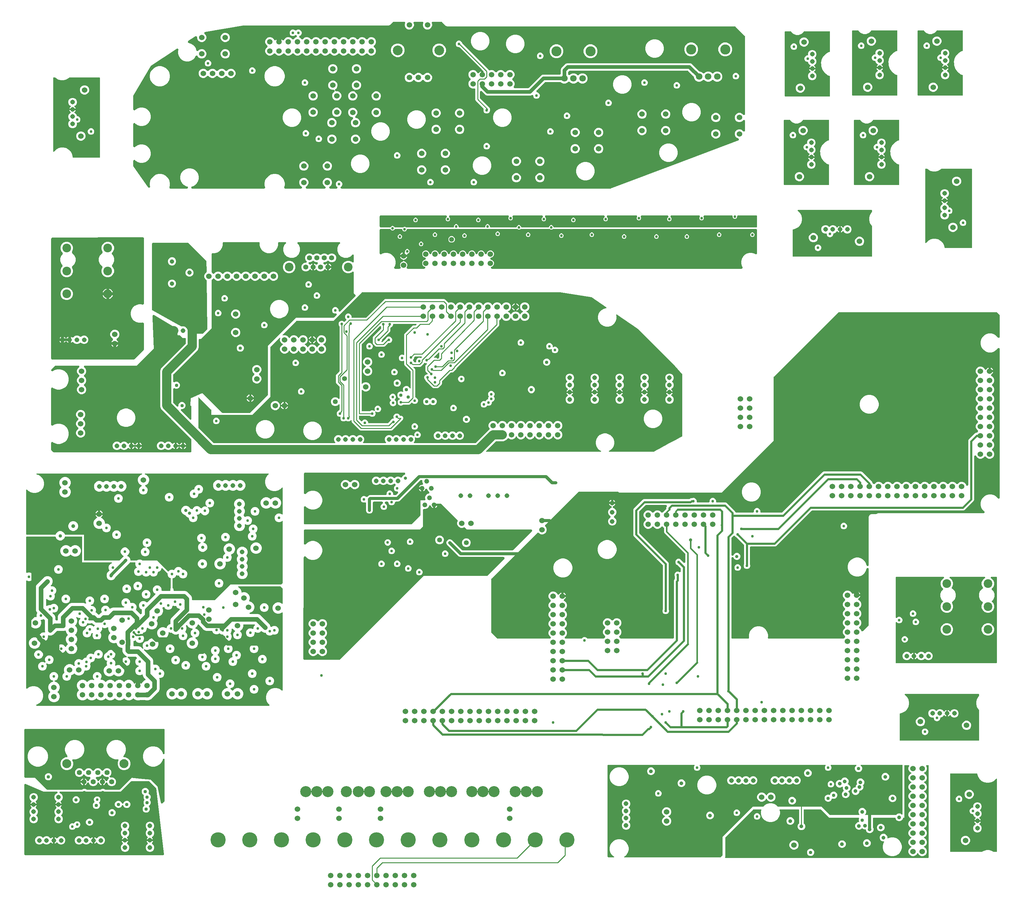
<source format=gbr>
G04 EAGLE Gerber RS-274X export*
G75*
%MOMM*%
%FSLAX34Y34*%
%LPD*%
%INEAGLE Copper Layer 15*%
%IPPOS*%
%AMOC8*
5,1,8,0,0,1.08239X$1,22.5*%
G01*
%ADD10C,1.524000*%
%ADD11C,2.781300*%
%ADD12C,1.800000*%
%ADD13C,2.400000*%
%ADD14C,1.308000*%
%ADD15C,1.320800*%
%ADD16C,1.397000*%
%ADD17C,2.476500*%
%ADD18C,1.508000*%
%ADD19C,1.408000*%
%ADD20C,2.700000*%
%ADD21C,1.208000*%
%ADD22C,0.756400*%
%ADD23C,1.270000*%
%ADD24C,0.609600*%
%ADD25C,0.304800*%
%ADD26C,0.956400*%
%ADD27C,1.056400*%
%ADD28C,0.812800*%
%ADD29C,1.350000*%
%ADD30C,4.191000*%
%ADD31C,0.254000*%
%ADD32C,0.406400*%
%ADD33C,0.906400*%
%ADD34C,0.508000*%
%ADD35C,2.540000*%
%ADD36C,1.016000*%
%ADD37C,3.048000*%

G36*
X477698Y1940568D02*
X477698Y1940568D01*
X477793Y1940567D01*
X477944Y1940588D01*
X478095Y1940601D01*
X478187Y1940624D01*
X478281Y1940637D01*
X478426Y1940683D01*
X478574Y1940719D01*
X478661Y1940757D01*
X478752Y1940786D01*
X478887Y1940854D01*
X479027Y1940914D01*
X479107Y1940965D01*
X479192Y1941008D01*
X479315Y1941097D01*
X479443Y1941179D01*
X479514Y1941242D01*
X479591Y1941298D01*
X479698Y1941407D01*
X479811Y1941508D01*
X479871Y1941582D01*
X479938Y1941649D01*
X480026Y1941773D01*
X480121Y1941892D01*
X480168Y1941974D01*
X480223Y1942052D01*
X480290Y1942188D01*
X480365Y1942320D01*
X480398Y1942409D01*
X480440Y1942495D01*
X480484Y1942640D01*
X480537Y1942783D01*
X480555Y1942876D01*
X480582Y1942967D01*
X480602Y1943118D01*
X480631Y1943267D01*
X480634Y1943362D01*
X480647Y1943456D01*
X480642Y1943608D01*
X480647Y1943760D01*
X480634Y1943854D01*
X480631Y1943949D01*
X480602Y1944099D01*
X480582Y1944249D01*
X480555Y1944340D01*
X480536Y1944434D01*
X480484Y1944576D01*
X480440Y1944721D01*
X480398Y1944807D01*
X480365Y1944896D01*
X480290Y1945028D01*
X480223Y1945165D01*
X480168Y1945242D01*
X480121Y1945325D01*
X480025Y1945443D01*
X479937Y1945567D01*
X479871Y1945634D01*
X479811Y1945709D01*
X479697Y1945810D01*
X479591Y1945918D01*
X479514Y1945974D01*
X479443Y1946037D01*
X479315Y1946119D01*
X479192Y1946208D01*
X479107Y1946251D01*
X479027Y1946302D01*
X478932Y1946339D01*
X478751Y1946431D01*
X478488Y1946514D01*
X478392Y1946551D01*
X475336Y1947370D01*
X469544Y1950714D01*
X464814Y1955444D01*
X461470Y1961236D01*
X459739Y1967696D01*
X459739Y1974384D01*
X461470Y1980844D01*
X464814Y1986636D01*
X469544Y1991366D01*
X475336Y1994710D01*
X481796Y1996441D01*
X488484Y1996441D01*
X494944Y1994710D01*
X500736Y1991366D01*
X505466Y1986636D01*
X508810Y1980844D01*
X510541Y1974384D01*
X510541Y1967696D01*
X508810Y1961236D01*
X505466Y1955444D01*
X500736Y1950714D01*
X494944Y1947370D01*
X491888Y1946551D01*
X491798Y1946519D01*
X491706Y1946497D01*
X491567Y1946437D01*
X491424Y1946386D01*
X491340Y1946340D01*
X491253Y1946302D01*
X491125Y1946220D01*
X490992Y1946147D01*
X490917Y1946088D01*
X490837Y1946037D01*
X490723Y1945936D01*
X490604Y1945842D01*
X490540Y1945772D01*
X490469Y1945708D01*
X490373Y1945590D01*
X490271Y1945478D01*
X490219Y1945398D01*
X490159Y1945324D01*
X490084Y1945192D01*
X490001Y1945065D01*
X489962Y1944978D01*
X489915Y1944896D01*
X489862Y1944753D01*
X489801Y1944614D01*
X489776Y1944522D01*
X489743Y1944433D01*
X489714Y1944284D01*
X489676Y1944137D01*
X489667Y1944042D01*
X489649Y1943949D01*
X489644Y1943797D01*
X489630Y1943646D01*
X489636Y1943551D01*
X489633Y1943456D01*
X489653Y1943305D01*
X489664Y1943154D01*
X489685Y1943061D01*
X489698Y1942967D01*
X489742Y1942821D01*
X489776Y1942673D01*
X489813Y1942586D01*
X489840Y1942494D01*
X489907Y1942358D01*
X489965Y1942218D01*
X490015Y1942137D01*
X490057Y1942051D01*
X490145Y1941928D01*
X490225Y1941798D01*
X490288Y1941727D01*
X490343Y1941649D01*
X490449Y1941541D01*
X490549Y1941426D01*
X490623Y1941366D01*
X490689Y1941298D01*
X490812Y1941209D01*
X490929Y1941112D01*
X491011Y1941064D01*
X491088Y1941008D01*
X491224Y1940939D01*
X491355Y1940862D01*
X491444Y1940828D01*
X491529Y1940785D01*
X491673Y1940740D01*
X491815Y1940685D01*
X491908Y1940666D01*
X491999Y1940637D01*
X492100Y1940626D01*
X492298Y1940584D01*
X492573Y1940572D01*
X492677Y1940561D01*
X690087Y1940561D01*
X690314Y1940579D01*
X690541Y1940595D01*
X690560Y1940599D01*
X690578Y1940601D01*
X690800Y1940656D01*
X691021Y1940708D01*
X691039Y1940715D01*
X691057Y1940719D01*
X691267Y1940809D01*
X691477Y1940896D01*
X691493Y1940906D01*
X691511Y1940914D01*
X691702Y1941036D01*
X691896Y1941156D01*
X691911Y1941169D01*
X691927Y1941179D01*
X692096Y1941330D01*
X692268Y1941480D01*
X692280Y1941495D01*
X692295Y1941508D01*
X692437Y1941684D01*
X692583Y1941860D01*
X692593Y1941877D01*
X692605Y1941892D01*
X692717Y1942089D01*
X692832Y1942286D01*
X692839Y1942304D01*
X692849Y1942320D01*
X692928Y1942534D01*
X693010Y1942746D01*
X693014Y1942765D01*
X693020Y1942783D01*
X693064Y1943005D01*
X693110Y1943229D01*
X693111Y1943249D01*
X693115Y1943267D01*
X693122Y1943493D01*
X693132Y1943722D01*
X693130Y1943738D01*
X693130Y1943760D01*
X693066Y1944249D01*
X693039Y1944338D01*
X693030Y1944397D01*
X691679Y1949438D01*
X691679Y1956722D01*
X693564Y1963757D01*
X697206Y1970064D01*
X702356Y1975214D01*
X708663Y1978856D01*
X715698Y1980741D01*
X722982Y1980741D01*
X730017Y1978856D01*
X736324Y1975214D01*
X741474Y1970064D01*
X745116Y1963757D01*
X747001Y1956722D01*
X747001Y1949438D01*
X745650Y1944397D01*
X745609Y1944172D01*
X745565Y1943949D01*
X745565Y1943930D01*
X745561Y1943911D01*
X745557Y1943681D01*
X745550Y1943456D01*
X745552Y1943437D01*
X745552Y1943418D01*
X745585Y1943191D01*
X745614Y1942967D01*
X745620Y1942949D01*
X745622Y1942930D01*
X745691Y1942713D01*
X745757Y1942494D01*
X745765Y1942477D01*
X745771Y1942459D01*
X745873Y1942257D01*
X745974Y1942051D01*
X745985Y1942036D01*
X745993Y1942019D01*
X746127Y1941835D01*
X746259Y1941649D01*
X746272Y1941636D01*
X746284Y1941620D01*
X746446Y1941460D01*
X746606Y1941298D01*
X746621Y1941287D01*
X746635Y1941274D01*
X746820Y1941142D01*
X747005Y1941008D01*
X747021Y1940999D01*
X747037Y1940988D01*
X747242Y1940888D01*
X747445Y1940785D01*
X747463Y1940780D01*
X747480Y1940771D01*
X747698Y1940706D01*
X747915Y1940637D01*
X747931Y1940635D01*
X747952Y1940629D01*
X748442Y1940565D01*
X748534Y1940567D01*
X748593Y1940561D01*
X791554Y1940561D01*
X791696Y1940572D01*
X791839Y1940574D01*
X791942Y1940592D01*
X792046Y1940601D01*
X792184Y1940635D01*
X792324Y1940660D01*
X792423Y1940694D01*
X792525Y1940719D01*
X792655Y1940776D01*
X792790Y1940823D01*
X792882Y1940873D01*
X792978Y1940914D01*
X793098Y1940990D01*
X793223Y1941059D01*
X793306Y1941123D01*
X793394Y1941179D01*
X793500Y1941274D01*
X793613Y1941361D01*
X793684Y1941438D01*
X793762Y1941508D01*
X793851Y1941619D01*
X793948Y1941723D01*
X794006Y1941810D01*
X794072Y1941892D01*
X794142Y1942015D01*
X794221Y1942134D01*
X794264Y1942229D01*
X794316Y1942320D01*
X794365Y1942454D01*
X794424Y1942584D01*
X794451Y1942685D01*
X794487Y1942783D01*
X794515Y1942923D01*
X794552Y1943060D01*
X794562Y1943165D01*
X794582Y1943267D01*
X794587Y1943409D01*
X794601Y1943551D01*
X794594Y1943656D01*
X794597Y1943760D01*
X794579Y1943901D01*
X794570Y1944044D01*
X794547Y1944146D01*
X794533Y1944249D01*
X794492Y1944386D01*
X794460Y1944525D01*
X794421Y1944622D01*
X794391Y1944721D01*
X794328Y1944849D01*
X794274Y1944982D01*
X794220Y1945071D01*
X794174Y1945165D01*
X794091Y1945281D01*
X794017Y1945402D01*
X793949Y1945482D01*
X793888Y1945567D01*
X793788Y1945668D01*
X793695Y1945776D01*
X793615Y1945844D01*
X793541Y1945918D01*
X793426Y1946002D01*
X793317Y1946093D01*
X793248Y1946131D01*
X793143Y1946208D01*
X792755Y1946404D01*
X792720Y1946423D01*
X792398Y1946557D01*
X788825Y1950130D01*
X786891Y1954798D01*
X786891Y1959850D01*
X788825Y1964518D01*
X792398Y1968091D01*
X797066Y1970025D01*
X802118Y1970025D01*
X806786Y1968091D01*
X810359Y1964518D01*
X812293Y1959850D01*
X812293Y1954798D01*
X810359Y1950130D01*
X806786Y1946557D01*
X806464Y1946423D01*
X806337Y1946358D01*
X806206Y1946302D01*
X806118Y1946246D01*
X806025Y1946198D01*
X805910Y1946114D01*
X805790Y1946037D01*
X805712Y1945967D01*
X805628Y1945905D01*
X805529Y1945803D01*
X805422Y1945708D01*
X805356Y1945627D01*
X805284Y1945552D01*
X805202Y1945435D01*
X805112Y1945324D01*
X805060Y1945234D01*
X805001Y1945148D01*
X804939Y1945020D01*
X804868Y1944896D01*
X804832Y1944798D01*
X804786Y1944704D01*
X804746Y1944567D01*
X804697Y1944433D01*
X804677Y1944331D01*
X804647Y1944230D01*
X804629Y1944089D01*
X804602Y1943949D01*
X804599Y1943845D01*
X804586Y1943741D01*
X804591Y1943598D01*
X804587Y1943456D01*
X804600Y1943352D01*
X804604Y1943248D01*
X804632Y1943108D01*
X804651Y1942967D01*
X804681Y1942867D01*
X804702Y1942764D01*
X804752Y1942631D01*
X804793Y1942494D01*
X804839Y1942401D01*
X804876Y1942303D01*
X804948Y1942179D01*
X805010Y1942051D01*
X805071Y1941966D01*
X805123Y1941876D01*
X805213Y1941765D01*
X805296Y1941649D01*
X805369Y1941575D01*
X805435Y1941494D01*
X805542Y1941399D01*
X805643Y1941298D01*
X805727Y1941237D01*
X805805Y1941167D01*
X805926Y1941092D01*
X806041Y1941008D01*
X806135Y1940961D01*
X806223Y1940905D01*
X806354Y1940850D01*
X806482Y1940785D01*
X806581Y1940754D01*
X806678Y1940713D01*
X806816Y1940680D01*
X806952Y1940637D01*
X807030Y1940628D01*
X807157Y1940598D01*
X807590Y1940565D01*
X807630Y1940561D01*
X856578Y1940561D01*
X856720Y1940572D01*
X856863Y1940574D01*
X856966Y1940592D01*
X857070Y1940601D01*
X857208Y1940635D01*
X857348Y1940660D01*
X857447Y1940694D01*
X857549Y1940719D01*
X857679Y1940776D01*
X857814Y1940823D01*
X857906Y1940873D01*
X858002Y1940914D01*
X858122Y1940990D01*
X858247Y1941059D01*
X858330Y1941123D01*
X858418Y1941179D01*
X858524Y1941274D01*
X858637Y1941361D01*
X858708Y1941438D01*
X858786Y1941508D01*
X858875Y1941619D01*
X858972Y1941723D01*
X859030Y1941810D01*
X859096Y1941892D01*
X859166Y1942015D01*
X859245Y1942134D01*
X859288Y1942229D01*
X859340Y1942320D01*
X859389Y1942454D01*
X859448Y1942584D01*
X859475Y1942685D01*
X859511Y1942783D01*
X859539Y1942923D01*
X859576Y1943060D01*
X859586Y1943165D01*
X859606Y1943267D01*
X859611Y1943409D01*
X859625Y1943551D01*
X859618Y1943656D01*
X859621Y1943760D01*
X859603Y1943901D01*
X859594Y1944044D01*
X859571Y1944146D01*
X859557Y1944249D01*
X859516Y1944386D01*
X859484Y1944525D01*
X859445Y1944622D01*
X859415Y1944721D01*
X859352Y1944849D01*
X859298Y1944982D01*
X859244Y1945071D01*
X859198Y1945165D01*
X859115Y1945281D01*
X859041Y1945402D01*
X858973Y1945482D01*
X858912Y1945567D01*
X858812Y1945668D01*
X858719Y1945776D01*
X858639Y1945844D01*
X858565Y1945918D01*
X858450Y1946002D01*
X858341Y1946093D01*
X858272Y1946131D01*
X858167Y1946208D01*
X857779Y1946404D01*
X857744Y1946423D01*
X857422Y1946557D01*
X853849Y1950130D01*
X851915Y1954798D01*
X851915Y1959850D01*
X853849Y1964518D01*
X857422Y1968091D01*
X862090Y1970025D01*
X867142Y1970025D01*
X871810Y1968091D01*
X875383Y1964518D01*
X877317Y1959850D01*
X877317Y1954798D01*
X875383Y1950130D01*
X871810Y1946557D01*
X871488Y1946423D01*
X871361Y1946358D01*
X871230Y1946302D01*
X871142Y1946246D01*
X871049Y1946198D01*
X870934Y1946114D01*
X870814Y1946037D01*
X870736Y1945967D01*
X870652Y1945905D01*
X870553Y1945803D01*
X870446Y1945708D01*
X870380Y1945627D01*
X870308Y1945552D01*
X870226Y1945435D01*
X870136Y1945324D01*
X870084Y1945234D01*
X870025Y1945148D01*
X869963Y1945020D01*
X869892Y1944896D01*
X869856Y1944798D01*
X869810Y1944704D01*
X869770Y1944567D01*
X869721Y1944433D01*
X869701Y1944331D01*
X869671Y1944230D01*
X869653Y1944089D01*
X869626Y1943949D01*
X869623Y1943845D01*
X869610Y1943741D01*
X869615Y1943598D01*
X869611Y1943456D01*
X869624Y1943352D01*
X869628Y1943248D01*
X869656Y1943108D01*
X869675Y1942967D01*
X869705Y1942867D01*
X869726Y1942764D01*
X869776Y1942631D01*
X869817Y1942494D01*
X869863Y1942401D01*
X869900Y1942303D01*
X869972Y1942179D01*
X870034Y1942051D01*
X870095Y1941966D01*
X870147Y1941876D01*
X870237Y1941765D01*
X870320Y1941649D01*
X870393Y1941575D01*
X870459Y1941494D01*
X870566Y1941399D01*
X870667Y1941298D01*
X870751Y1941237D01*
X870829Y1941167D01*
X870950Y1941092D01*
X871065Y1941008D01*
X871159Y1940961D01*
X871247Y1940905D01*
X871378Y1940850D01*
X871506Y1940785D01*
X871605Y1940754D01*
X871702Y1940713D01*
X871840Y1940680D01*
X871976Y1940637D01*
X872054Y1940628D01*
X872181Y1940598D01*
X872614Y1940565D01*
X872654Y1940561D01*
X889429Y1940561D01*
X889467Y1940564D01*
X889505Y1940562D01*
X889713Y1940584D01*
X889920Y1940601D01*
X889958Y1940610D01*
X889995Y1940614D01*
X890197Y1940669D01*
X890399Y1940719D01*
X890434Y1940734D01*
X890471Y1940745D01*
X890661Y1940832D01*
X890853Y1940914D01*
X890885Y1940934D01*
X890920Y1940950D01*
X891093Y1941067D01*
X891269Y1941179D01*
X891297Y1941204D01*
X891329Y1941226D01*
X891481Y1941369D01*
X891637Y1941508D01*
X891661Y1941537D01*
X891688Y1941563D01*
X891816Y1941730D01*
X891947Y1941892D01*
X891965Y1941924D01*
X891989Y1941955D01*
X892088Y1942139D01*
X892191Y1942320D01*
X892204Y1942356D01*
X892222Y1942390D01*
X892290Y1942587D01*
X892362Y1942783D01*
X892369Y1942820D01*
X892382Y1942856D01*
X892417Y1943062D01*
X892457Y1943267D01*
X892458Y1943305D01*
X892464Y1943343D01*
X892466Y1943552D01*
X892472Y1943760D01*
X892467Y1943798D01*
X892467Y1943836D01*
X892435Y1944043D01*
X892408Y1944249D01*
X892397Y1944286D01*
X892391Y1944323D01*
X892326Y1944521D01*
X892265Y1944721D01*
X892249Y1944756D01*
X892237Y1944792D01*
X892140Y1944977D01*
X892048Y1945165D01*
X892026Y1945196D01*
X892009Y1945230D01*
X891951Y1945302D01*
X891763Y1945567D01*
X891642Y1945689D01*
X891583Y1945763D01*
X889107Y1948240D01*
X887757Y1951497D01*
X887757Y1955023D01*
X889107Y1958280D01*
X891600Y1960773D01*
X894857Y1962123D01*
X898383Y1962123D01*
X901640Y1960773D01*
X904133Y1958280D01*
X905483Y1955023D01*
X905483Y1951497D01*
X904133Y1948240D01*
X901657Y1945763D01*
X901632Y1945734D01*
X901603Y1945708D01*
X901472Y1945546D01*
X901337Y1945387D01*
X901317Y1945354D01*
X901293Y1945324D01*
X901190Y1945143D01*
X901082Y1944964D01*
X901068Y1944929D01*
X901049Y1944896D01*
X900977Y1944700D01*
X900899Y1944506D01*
X900891Y1944469D01*
X900878Y1944433D01*
X900838Y1944228D01*
X900793Y1944024D01*
X900790Y1943986D01*
X900783Y1943949D01*
X900777Y1943741D01*
X900765Y1943532D01*
X900769Y1943494D01*
X900768Y1943456D01*
X900795Y1943249D01*
X900817Y1943041D01*
X900827Y1943005D01*
X900832Y1942967D01*
X900893Y1942767D01*
X900948Y1942566D01*
X900964Y1942531D01*
X900975Y1942494D01*
X901066Y1942307D01*
X901154Y1942117D01*
X901175Y1942086D01*
X901192Y1942051D01*
X901312Y1941881D01*
X901429Y1941708D01*
X901455Y1941680D01*
X901477Y1941649D01*
X901624Y1941501D01*
X901767Y1941348D01*
X901797Y1941325D01*
X901824Y1941298D01*
X901993Y1941175D01*
X902158Y1941048D01*
X902192Y1941030D01*
X902223Y1941008D01*
X902409Y1940914D01*
X902593Y1940815D01*
X902629Y1940802D01*
X902663Y1940785D01*
X902862Y1940723D01*
X903060Y1940655D01*
X903097Y1940649D01*
X903133Y1940637D01*
X903226Y1940627D01*
X903546Y1940572D01*
X903718Y1940571D01*
X903811Y1940561D01*
X1643525Y1940561D01*
X1643729Y1940577D01*
X1643934Y1940588D01*
X1643967Y1940597D01*
X1644017Y1940601D01*
X1644495Y1940719D01*
X1644554Y1940744D01*
X1644595Y1940755D01*
X1825207Y2008484D01*
X1825214Y2008488D01*
X1825220Y2008489D01*
X1995285Y2073162D01*
X1995360Y2073198D01*
X1995438Y2073225D01*
X1995582Y2073303D01*
X1995731Y2073374D01*
X1995799Y2073421D01*
X1995872Y2073461D01*
X1996001Y2073562D01*
X1996136Y2073655D01*
X1996196Y2073713D01*
X1996261Y2073764D01*
X1996373Y2073884D01*
X1996491Y2073998D01*
X1996540Y2074065D01*
X1996597Y2074125D01*
X1996687Y2074262D01*
X1996786Y2074394D01*
X1996824Y2074467D01*
X1996869Y2074536D01*
X1996937Y2074686D01*
X1997013Y2074832D01*
X1997038Y2074911D01*
X1997072Y2074986D01*
X1997115Y2075144D01*
X1997166Y2075301D01*
X1997179Y2075383D01*
X1997200Y2075463D01*
X1997216Y2075626D01*
X1997242Y2075788D01*
X1997241Y2075871D01*
X1997249Y2075954D01*
X1997239Y2076117D01*
X1997238Y2076282D01*
X1997223Y2076363D01*
X1997218Y2076446D01*
X1997182Y2076606D01*
X1997154Y2076768D01*
X1997127Y2076846D01*
X1997108Y2076927D01*
X1997047Y2077079D01*
X1996993Y2077234D01*
X1996954Y2077307D01*
X1996923Y2077384D01*
X1996837Y2077524D01*
X1996759Y2077668D01*
X1996708Y2077734D01*
X1996665Y2077805D01*
X1996558Y2077929D01*
X1996458Y2078059D01*
X1996397Y2078116D01*
X1996343Y2078179D01*
X1996218Y2078284D01*
X1996098Y2078396D01*
X1996029Y2078443D01*
X1995965Y2078496D01*
X1995874Y2078546D01*
X1995688Y2078671D01*
X1995461Y2078775D01*
X1995368Y2078826D01*
X1991532Y2080415D01*
X1987959Y2083988D01*
X1986025Y2088656D01*
X1986025Y2093708D01*
X1987959Y2098376D01*
X1991532Y2101949D01*
X1996200Y2103883D01*
X2001252Y2103883D01*
X2005920Y2101949D01*
X2009017Y2098852D01*
X2009046Y2098828D01*
X2009072Y2098799D01*
X2009234Y2098668D01*
X2009393Y2098533D01*
X2009426Y2098513D01*
X2009456Y2098489D01*
X2009637Y2098386D01*
X2009816Y2098278D01*
X2009851Y2098264D01*
X2009884Y2098245D01*
X2010080Y2098172D01*
X2010274Y2098095D01*
X2010311Y2098087D01*
X2010347Y2098074D01*
X2010552Y2098034D01*
X2010756Y2097988D01*
X2010794Y2097986D01*
X2010831Y2097979D01*
X2011039Y2097972D01*
X2011248Y2097961D01*
X2011286Y2097965D01*
X2011324Y2097964D01*
X2011531Y2097991D01*
X2011739Y2098013D01*
X2011775Y2098023D01*
X2011813Y2098028D01*
X2012013Y2098088D01*
X2012214Y2098144D01*
X2012249Y2098159D01*
X2012286Y2098170D01*
X2012473Y2098262D01*
X2012663Y2098349D01*
X2012694Y2098371D01*
X2012729Y2098387D01*
X2012899Y2098508D01*
X2013072Y2098625D01*
X2013100Y2098651D01*
X2013131Y2098673D01*
X2013279Y2098819D01*
X2013432Y2098962D01*
X2013455Y2098993D01*
X2013482Y2099019D01*
X2013605Y2099188D01*
X2013732Y2099354D01*
X2013750Y2099387D01*
X2013772Y2099418D01*
X2013866Y2099604D01*
X2013965Y2099789D01*
X2013978Y2099825D01*
X2013995Y2099859D01*
X2014057Y2100057D01*
X2014125Y2100255D01*
X2014131Y2100293D01*
X2014143Y2100329D01*
X2014153Y2100422D01*
X2014208Y2100742D01*
X2014209Y2100914D01*
X2014219Y2101007D01*
X2014219Y2126569D01*
X2014216Y2126607D01*
X2014218Y2126645D01*
X2014196Y2126853D01*
X2014179Y2127061D01*
X2014170Y2127098D01*
X2014166Y2127136D01*
X2014111Y2127337D01*
X2014061Y2127540D01*
X2014046Y2127575D01*
X2014035Y2127611D01*
X2013948Y2127801D01*
X2013866Y2127993D01*
X2013846Y2128025D01*
X2013830Y2128060D01*
X2013713Y2128233D01*
X2013601Y2128409D01*
X2013576Y2128437D01*
X2013554Y2128469D01*
X2013411Y2128621D01*
X2013272Y2128777D01*
X2013243Y2128801D01*
X2013217Y2128829D01*
X2013050Y2128956D01*
X2012888Y2129087D01*
X2012856Y2129106D01*
X2012825Y2129129D01*
X2012641Y2129228D01*
X2012460Y2129331D01*
X2012424Y2129344D01*
X2012390Y2129362D01*
X2012193Y2129430D01*
X2011997Y2129502D01*
X2011960Y2129510D01*
X2011924Y2129522D01*
X2011717Y2129557D01*
X2011513Y2129597D01*
X2011475Y2129598D01*
X2011437Y2129605D01*
X2011228Y2129606D01*
X2011020Y2129612D01*
X2010982Y2129608D01*
X2010944Y2129608D01*
X2010737Y2129575D01*
X2010531Y2129548D01*
X2010494Y2129537D01*
X2010457Y2129531D01*
X2010258Y2129466D01*
X2010059Y2129406D01*
X2010024Y2129389D01*
X2009988Y2129377D01*
X2009803Y2129280D01*
X2009615Y2129189D01*
X2009584Y2129167D01*
X2009550Y2129149D01*
X2009478Y2129091D01*
X2009213Y2128903D01*
X2009091Y2128782D01*
X2009017Y2128724D01*
X2005920Y2125627D01*
X2001252Y2123693D01*
X1996200Y2123693D01*
X1991532Y2125627D01*
X1987959Y2129200D01*
X1986025Y2133868D01*
X1986025Y2138920D01*
X1987959Y2143588D01*
X1991532Y2147161D01*
X1996200Y2149095D01*
X2001252Y2149095D01*
X2005920Y2147161D01*
X2009017Y2144064D01*
X2009046Y2144040D01*
X2009072Y2144011D01*
X2009234Y2143880D01*
X2009393Y2143745D01*
X2009426Y2143725D01*
X2009456Y2143701D01*
X2009637Y2143598D01*
X2009816Y2143490D01*
X2009851Y2143476D01*
X2009884Y2143457D01*
X2010080Y2143384D01*
X2010274Y2143307D01*
X2010311Y2143299D01*
X2010347Y2143286D01*
X2010552Y2143246D01*
X2010756Y2143200D01*
X2010794Y2143198D01*
X2010831Y2143191D01*
X2011039Y2143184D01*
X2011248Y2143173D01*
X2011286Y2143177D01*
X2011324Y2143176D01*
X2011531Y2143203D01*
X2011739Y2143225D01*
X2011775Y2143235D01*
X2011813Y2143240D01*
X2012013Y2143300D01*
X2012214Y2143356D01*
X2012249Y2143371D01*
X2012286Y2143382D01*
X2012473Y2143474D01*
X2012663Y2143561D01*
X2012694Y2143583D01*
X2012729Y2143599D01*
X2012899Y2143720D01*
X2013072Y2143837D01*
X2013100Y2143863D01*
X2013131Y2143885D01*
X2013279Y2144031D01*
X2013432Y2144174D01*
X2013455Y2144205D01*
X2013482Y2144231D01*
X2013605Y2144400D01*
X2013732Y2144566D01*
X2013750Y2144599D01*
X2013772Y2144630D01*
X2013866Y2144816D01*
X2013965Y2145001D01*
X2013978Y2145037D01*
X2013995Y2145071D01*
X2014057Y2145269D01*
X2014125Y2145467D01*
X2014131Y2145505D01*
X2014143Y2145541D01*
X2014153Y2145634D01*
X2014208Y2145954D01*
X2014209Y2146126D01*
X2014219Y2146219D01*
X2014219Y2359269D01*
X2014210Y2359383D01*
X2014211Y2359497D01*
X2014190Y2359628D01*
X2014179Y2359761D01*
X2014152Y2359871D01*
X2014134Y2359984D01*
X2014093Y2360111D01*
X2014061Y2360240D01*
X2014016Y2360344D01*
X2013980Y2360453D01*
X2013918Y2360571D01*
X2013866Y2360693D01*
X2013805Y2360789D01*
X2013752Y2360891D01*
X2013693Y2360964D01*
X2013601Y2361109D01*
X2013385Y2361351D01*
X2013327Y2361424D01*
X1988044Y2386707D01*
X1987957Y2386781D01*
X1987877Y2386862D01*
X1987769Y2386940D01*
X1987668Y2387026D01*
X1987570Y2387085D01*
X1987478Y2387152D01*
X1987359Y2387212D01*
X1987245Y2387281D01*
X1987139Y2387323D01*
X1987037Y2387375D01*
X1986910Y2387415D01*
X1986787Y2387464D01*
X1986676Y2387489D01*
X1986567Y2387523D01*
X1986473Y2387533D01*
X1986306Y2387571D01*
X1985981Y2387589D01*
X1985889Y2387599D01*
X1194319Y2387599D01*
X1190584Y2389146D01*
X1180324Y2399407D01*
X1180237Y2399481D01*
X1180157Y2399562D01*
X1180049Y2399640D01*
X1179948Y2399726D01*
X1179850Y2399785D01*
X1179758Y2399852D01*
X1179639Y2399912D01*
X1179525Y2399981D01*
X1179419Y2400023D01*
X1179317Y2400075D01*
X1179190Y2400115D01*
X1179067Y2400164D01*
X1178956Y2400189D01*
X1178847Y2400223D01*
X1178753Y2400233D01*
X1178586Y2400271D01*
X1178261Y2400289D01*
X1178169Y2400299D01*
X1154661Y2400299D01*
X1154481Y2400285D01*
X1154301Y2400278D01*
X1154236Y2400265D01*
X1154169Y2400259D01*
X1153994Y2400216D01*
X1153817Y2400180D01*
X1153755Y2400157D01*
X1153691Y2400141D01*
X1153525Y2400069D01*
X1153356Y2400006D01*
X1153298Y2399972D01*
X1153237Y2399946D01*
X1153085Y2399849D01*
X1152929Y2399759D01*
X1152877Y2399717D01*
X1152821Y2399681D01*
X1152687Y2399561D01*
X1152547Y2399446D01*
X1152503Y2399397D01*
X1152453Y2399352D01*
X1152340Y2399212D01*
X1152221Y2399077D01*
X1152185Y2399020D01*
X1152143Y2398968D01*
X1152054Y2398812D01*
X1151958Y2398659D01*
X1151932Y2398597D01*
X1151899Y2398540D01*
X1151837Y2398370D01*
X1151767Y2398204D01*
X1151751Y2398140D01*
X1151728Y2398077D01*
X1151693Y2397900D01*
X1151651Y2397725D01*
X1151646Y2397658D01*
X1151633Y2397593D01*
X1151627Y2397413D01*
X1151614Y2397233D01*
X1151620Y2397166D01*
X1151618Y2397100D01*
X1151641Y2396921D01*
X1151657Y2396741D01*
X1151672Y2396691D01*
X1151682Y2396611D01*
X1151825Y2396139D01*
X1151839Y2396108D01*
X1151846Y2396086D01*
X1152681Y2394070D01*
X1152681Y2389050D01*
X1150759Y2384411D01*
X1147209Y2380861D01*
X1142570Y2378939D01*
X1137550Y2378939D01*
X1132911Y2380861D01*
X1129361Y2384411D01*
X1127439Y2389050D01*
X1127439Y2394070D01*
X1128274Y2396086D01*
X1128329Y2396258D01*
X1128392Y2396427D01*
X1128405Y2396492D01*
X1128425Y2396555D01*
X1128452Y2396734D01*
X1128487Y2396911D01*
X1128489Y2396977D01*
X1128499Y2397043D01*
X1128497Y2397224D01*
X1128502Y2397404D01*
X1128494Y2397470D01*
X1128493Y2397537D01*
X1128461Y2397714D01*
X1128438Y2397893D01*
X1128419Y2397957D01*
X1128407Y2398022D01*
X1128348Y2398192D01*
X1128295Y2398366D01*
X1128266Y2398425D01*
X1128244Y2398488D01*
X1128158Y2398647D01*
X1128078Y2398809D01*
X1128040Y2398863D01*
X1128008Y2398921D01*
X1127897Y2399064D01*
X1127793Y2399211D01*
X1127746Y2399258D01*
X1127705Y2399311D01*
X1127573Y2399434D01*
X1127446Y2399562D01*
X1127393Y2399601D01*
X1127344Y2399646D01*
X1127193Y2399746D01*
X1127048Y2399852D01*
X1126988Y2399882D01*
X1126933Y2399919D01*
X1126768Y2399993D01*
X1126607Y2400075D01*
X1126544Y2400095D01*
X1126483Y2400122D01*
X1126309Y2400169D01*
X1126137Y2400223D01*
X1126084Y2400229D01*
X1126006Y2400250D01*
X1125516Y2400299D01*
X1125482Y2400297D01*
X1125459Y2400299D01*
X1104661Y2400299D01*
X1104481Y2400285D01*
X1104301Y2400278D01*
X1104236Y2400265D01*
X1104169Y2400259D01*
X1103994Y2400216D01*
X1103817Y2400180D01*
X1103755Y2400157D01*
X1103691Y2400141D01*
X1103525Y2400069D01*
X1103356Y2400006D01*
X1103298Y2399972D01*
X1103237Y2399946D01*
X1103085Y2399849D01*
X1102929Y2399759D01*
X1102877Y2399717D01*
X1102821Y2399681D01*
X1102687Y2399561D01*
X1102547Y2399446D01*
X1102503Y2399397D01*
X1102453Y2399352D01*
X1102340Y2399212D01*
X1102221Y2399077D01*
X1102185Y2399020D01*
X1102143Y2398968D01*
X1102054Y2398812D01*
X1101958Y2398659D01*
X1101932Y2398597D01*
X1101899Y2398540D01*
X1101837Y2398370D01*
X1101767Y2398204D01*
X1101751Y2398140D01*
X1101728Y2398077D01*
X1101693Y2397900D01*
X1101651Y2397725D01*
X1101646Y2397658D01*
X1101633Y2397593D01*
X1101627Y2397413D01*
X1101614Y2397233D01*
X1101620Y2397166D01*
X1101618Y2397100D01*
X1101641Y2396921D01*
X1101657Y2396741D01*
X1101672Y2396691D01*
X1101682Y2396611D01*
X1101825Y2396139D01*
X1101839Y2396108D01*
X1101846Y2396086D01*
X1102681Y2394070D01*
X1102681Y2389050D01*
X1100759Y2384411D01*
X1097209Y2380861D01*
X1092570Y2378939D01*
X1087550Y2378939D01*
X1082911Y2380861D01*
X1079361Y2384411D01*
X1077439Y2389050D01*
X1077439Y2394070D01*
X1078274Y2396086D01*
X1078329Y2396258D01*
X1078392Y2396427D01*
X1078405Y2396492D01*
X1078425Y2396555D01*
X1078452Y2396734D01*
X1078487Y2396911D01*
X1078489Y2396977D01*
X1078499Y2397043D01*
X1078497Y2397224D01*
X1078502Y2397404D01*
X1078494Y2397470D01*
X1078493Y2397537D01*
X1078461Y2397714D01*
X1078438Y2397893D01*
X1078419Y2397957D01*
X1078407Y2398022D01*
X1078348Y2398192D01*
X1078295Y2398366D01*
X1078266Y2398425D01*
X1078244Y2398488D01*
X1078158Y2398647D01*
X1078078Y2398809D01*
X1078040Y2398863D01*
X1078008Y2398921D01*
X1077897Y2399064D01*
X1077793Y2399211D01*
X1077746Y2399258D01*
X1077705Y2399311D01*
X1077573Y2399434D01*
X1077446Y2399562D01*
X1077393Y2399601D01*
X1077344Y2399646D01*
X1077193Y2399746D01*
X1077048Y2399852D01*
X1076988Y2399882D01*
X1076933Y2399919D01*
X1076768Y2399993D01*
X1076607Y2400075D01*
X1076544Y2400095D01*
X1076483Y2400122D01*
X1076309Y2400169D01*
X1076137Y2400223D01*
X1076084Y2400229D01*
X1076006Y2400250D01*
X1075516Y2400299D01*
X1075482Y2400297D01*
X1075459Y2400299D01*
X1046871Y2400299D01*
X1046757Y2400290D01*
X1046643Y2400291D01*
X1046512Y2400270D01*
X1046379Y2400259D01*
X1046268Y2400232D01*
X1046156Y2400214D01*
X1046029Y2400173D01*
X1045900Y2400141D01*
X1045796Y2400096D01*
X1045687Y2400060D01*
X1045569Y2399998D01*
X1045447Y2399946D01*
X1045351Y2399885D01*
X1045249Y2399832D01*
X1045176Y2399773D01*
X1045031Y2399681D01*
X1044789Y2399465D01*
X1044716Y2399407D01*
X1036996Y2391686D01*
X1033261Y2390139D01*
X633576Y2390139D01*
X633084Y2390099D01*
X633073Y2390097D01*
X633065Y2390096D01*
X528074Y2372225D01*
X528047Y2372218D01*
X528019Y2372215D01*
X527808Y2372157D01*
X527596Y2372103D01*
X527571Y2372092D01*
X527543Y2372085D01*
X527344Y2371993D01*
X527144Y2371906D01*
X527121Y2371891D01*
X527095Y2371879D01*
X526914Y2371757D01*
X526730Y2371638D01*
X526709Y2371619D01*
X526686Y2371604D01*
X526526Y2371454D01*
X526364Y2371307D01*
X526347Y2371285D01*
X526326Y2371266D01*
X526193Y2371093D01*
X526057Y2370921D01*
X526043Y2370897D01*
X526026Y2370874D01*
X525923Y2370682D01*
X525816Y2370491D01*
X525806Y2370464D01*
X525793Y2370440D01*
X525722Y2370233D01*
X525647Y2370027D01*
X525642Y2370000D01*
X525633Y2369973D01*
X525596Y2369757D01*
X525555Y2369543D01*
X525555Y2369514D01*
X525550Y2369487D01*
X525549Y2369268D01*
X525543Y2369049D01*
X525547Y2369021D01*
X525547Y2368993D01*
X525581Y2368777D01*
X525611Y2368561D01*
X525619Y2368534D01*
X525624Y2368506D01*
X525692Y2368298D01*
X525756Y2368089D01*
X525769Y2368064D01*
X525778Y2368037D01*
X525879Y2367844D01*
X525976Y2367648D01*
X525993Y2367625D01*
X526006Y2367600D01*
X526056Y2367536D01*
X526264Y2367247D01*
X526375Y2367136D01*
X526431Y2367067D01*
X529267Y2364230D01*
X531201Y2359562D01*
X531201Y2354510D01*
X529267Y2349842D01*
X525694Y2346269D01*
X521026Y2344335D01*
X515974Y2344335D01*
X511306Y2346269D01*
X507733Y2349842D01*
X505799Y2354510D01*
X505799Y2357326D01*
X505781Y2357549D01*
X505766Y2357774D01*
X505761Y2357795D01*
X505759Y2357817D01*
X505705Y2358035D01*
X505654Y2358254D01*
X505646Y2358275D01*
X505641Y2358296D01*
X505552Y2358503D01*
X505466Y2358710D01*
X505455Y2358729D01*
X505446Y2358750D01*
X505325Y2358939D01*
X505207Y2359130D01*
X505193Y2359147D01*
X505181Y2359166D01*
X505031Y2359333D01*
X504884Y2359503D01*
X504867Y2359517D01*
X504852Y2359533D01*
X504678Y2359674D01*
X504505Y2359818D01*
X504486Y2359830D01*
X504468Y2359843D01*
X504274Y2359954D01*
X504080Y2360068D01*
X504059Y2360076D01*
X504040Y2360087D01*
X503828Y2360166D01*
X503620Y2360247D01*
X503598Y2360251D01*
X503577Y2360259D01*
X503357Y2360302D01*
X503137Y2360348D01*
X503115Y2360349D01*
X503093Y2360354D01*
X502870Y2360361D01*
X502644Y2360371D01*
X502622Y2360368D01*
X502600Y2360369D01*
X502378Y2360340D01*
X502154Y2360314D01*
X502133Y2360308D01*
X502111Y2360305D01*
X501895Y2360239D01*
X501680Y2360178D01*
X501664Y2360170D01*
X501639Y2360162D01*
X501195Y2359945D01*
X501123Y2359894D01*
X501072Y2359868D01*
X481889Y2347193D01*
X481737Y2347074D01*
X481581Y2346961D01*
X481543Y2346922D01*
X481501Y2346889D01*
X481370Y2346747D01*
X481234Y2346610D01*
X481203Y2346566D01*
X481167Y2346526D01*
X481061Y2346365D01*
X480949Y2346207D01*
X480925Y2346159D01*
X480896Y2346114D01*
X480817Y2345937D01*
X480732Y2345764D01*
X480717Y2345713D01*
X480695Y2345663D01*
X480646Y2345477D01*
X480590Y2345292D01*
X480583Y2345238D01*
X480569Y2345186D01*
X480551Y2344994D01*
X480525Y2344803D01*
X480527Y2344749D01*
X480522Y2344695D01*
X480535Y2344502D01*
X480541Y2344310D01*
X480551Y2344257D01*
X480555Y2344203D01*
X480599Y2344015D01*
X480636Y2343825D01*
X480654Y2343775D01*
X480667Y2343722D01*
X480740Y2343544D01*
X480807Y2343363D01*
X480834Y2343316D01*
X480854Y2343266D01*
X480956Y2343102D01*
X481051Y2342934D01*
X481085Y2342892D01*
X481113Y2342846D01*
X481240Y2342701D01*
X481361Y2342550D01*
X481401Y2342515D01*
X481437Y2342474D01*
X481585Y2342350D01*
X481729Y2342222D01*
X481775Y2342193D01*
X481816Y2342158D01*
X481983Y2342060D01*
X482145Y2341957D01*
X482186Y2341941D01*
X482241Y2341908D01*
X482701Y2341730D01*
X482749Y2341720D01*
X482780Y2341708D01*
X488594Y2340150D01*
X494386Y2336806D01*
X499116Y2332076D01*
X502460Y2326284D01*
X503743Y2321493D01*
X503788Y2321368D01*
X503823Y2321240D01*
X503871Y2321136D01*
X503909Y2321029D01*
X503974Y2320912D01*
X504029Y2320791D01*
X504093Y2320697D01*
X504148Y2320597D01*
X504230Y2320492D01*
X504305Y2320382D01*
X504383Y2320299D01*
X504453Y2320209D01*
X504551Y2320119D01*
X504642Y2320022D01*
X504733Y2319953D01*
X504817Y2319876D01*
X504928Y2319803D01*
X505034Y2319722D01*
X505134Y2319668D01*
X505230Y2319606D01*
X505351Y2319552D01*
X505469Y2319489D01*
X505576Y2319452D01*
X505681Y2319406D01*
X505809Y2319372D01*
X505935Y2319329D01*
X506048Y2319310D01*
X506158Y2319281D01*
X506290Y2319269D01*
X506422Y2319246D01*
X506536Y2319246D01*
X506649Y2319235D01*
X506782Y2319244D01*
X506915Y2319243D01*
X507028Y2319261D01*
X507141Y2319269D01*
X507271Y2319299D01*
X507402Y2319320D01*
X507511Y2319355D01*
X507621Y2319382D01*
X507744Y2319432D01*
X507871Y2319474D01*
X507972Y2319527D01*
X508077Y2319570D01*
X508190Y2319640D01*
X508308Y2319702D01*
X508374Y2319754D01*
X508497Y2319830D01*
X508791Y2320087D01*
X508842Y2320127D01*
X511306Y2322591D01*
X515974Y2324525D01*
X521026Y2324525D01*
X525694Y2322591D01*
X529267Y2319018D01*
X531201Y2314350D01*
X531201Y2309298D01*
X529267Y2304630D01*
X525694Y2301057D01*
X521026Y2299123D01*
X515974Y2299123D01*
X511306Y2301057D01*
X507733Y2304630D01*
X507401Y2305430D01*
X507362Y2305506D01*
X507331Y2305586D01*
X507250Y2305726D01*
X507176Y2305869D01*
X507125Y2305938D01*
X507082Y2306012D01*
X506979Y2306136D01*
X506883Y2306266D01*
X506822Y2306326D01*
X506767Y2306392D01*
X506646Y2306498D01*
X506530Y2306611D01*
X506460Y2306660D01*
X506395Y2306716D01*
X506258Y2306801D01*
X506126Y2306893D01*
X506049Y2306931D01*
X505976Y2306976D01*
X505827Y2307037D01*
X505682Y2307108D01*
X505599Y2307132D01*
X505520Y2307165D01*
X505363Y2307201D01*
X505208Y2307247D01*
X505123Y2307258D01*
X505040Y2307277D01*
X504879Y2307288D01*
X504719Y2307308D01*
X504633Y2307305D01*
X504548Y2307311D01*
X504387Y2307296D01*
X504226Y2307290D01*
X504142Y2307273D01*
X504057Y2307265D01*
X503900Y2307224D01*
X503742Y2307192D01*
X503662Y2307162D01*
X503579Y2307140D01*
X503432Y2307075D01*
X503281Y2307018D01*
X503207Y2306975D01*
X503128Y2306940D01*
X502993Y2306852D01*
X502854Y2306771D01*
X502787Y2306717D01*
X502716Y2306670D01*
X502597Y2306561D01*
X502472Y2306459D01*
X502415Y2306394D01*
X502352Y2306336D01*
X502290Y2306253D01*
X502145Y2306089D01*
X502010Y2305872D01*
X501947Y2305788D01*
X499116Y2300884D01*
X494386Y2296154D01*
X488594Y2292810D01*
X482134Y2291079D01*
X475446Y2291079D01*
X468986Y2292810D01*
X463194Y2296154D01*
X458464Y2300884D01*
X455120Y2306676D01*
X453389Y2313136D01*
X453389Y2319824D01*
X454090Y2322441D01*
X454114Y2322569D01*
X454147Y2322694D01*
X454158Y2322811D01*
X454179Y2322926D01*
X454182Y2323056D01*
X454194Y2323185D01*
X454186Y2323302D01*
X454188Y2323419D01*
X454170Y2323548D01*
X454161Y2323678D01*
X454135Y2323791D01*
X454118Y2323908D01*
X454079Y2324032D01*
X454049Y2324158D01*
X454005Y2324266D01*
X453969Y2324378D01*
X453911Y2324494D01*
X453861Y2324614D01*
X453800Y2324714D01*
X453747Y2324818D01*
X453671Y2324924D01*
X453602Y2325034D01*
X453526Y2325122D01*
X453457Y2325217D01*
X453364Y2325309D01*
X453279Y2325407D01*
X453189Y2325482D01*
X453106Y2325564D01*
X453000Y2325639D01*
X452900Y2325722D01*
X452799Y2325782D01*
X452703Y2325849D01*
X452587Y2325906D01*
X452475Y2325972D01*
X452365Y2326015D01*
X452260Y2326066D01*
X452136Y2326104D01*
X452015Y2326151D01*
X451900Y2326175D01*
X451788Y2326209D01*
X451659Y2326226D01*
X451532Y2326252D01*
X451415Y2326258D01*
X451299Y2326273D01*
X451169Y2326269D01*
X451039Y2326275D01*
X450923Y2326261D01*
X450806Y2326258D01*
X450678Y2326233D01*
X450549Y2326217D01*
X450436Y2326185D01*
X450321Y2326163D01*
X450200Y2326118D01*
X450075Y2326082D01*
X449998Y2326043D01*
X449859Y2325991D01*
X449531Y2325805D01*
X449467Y2325772D01*
X378994Y2279209D01*
X378911Y2279144D01*
X378823Y2279087D01*
X378717Y2278992D01*
X378605Y2278905D01*
X378534Y2278827D01*
X378456Y2278757D01*
X378397Y2278679D01*
X378271Y2278542D01*
X378107Y2278291D01*
X378047Y2278212D01*
X330621Y2197588D01*
X330525Y2197389D01*
X330425Y2197192D01*
X330418Y2197167D01*
X330407Y2197144D01*
X330344Y2196933D01*
X330277Y2196721D01*
X330275Y2196700D01*
X330266Y2196671D01*
X330204Y2196182D01*
X330207Y2196098D01*
X330201Y2196043D01*
X330201Y2159099D01*
X330204Y2159062D01*
X330202Y2159023D01*
X330224Y2158816D01*
X330241Y2158608D01*
X330250Y2158571D01*
X330254Y2158533D01*
X330309Y2158331D01*
X330359Y2158129D01*
X330374Y2158094D01*
X330385Y2158057D01*
X330472Y2157867D01*
X330554Y2157676D01*
X330574Y2157643D01*
X330590Y2157609D01*
X330707Y2157435D01*
X330819Y2157259D01*
X330844Y2157231D01*
X330866Y2157199D01*
X331009Y2157047D01*
X331148Y2156892D01*
X331177Y2156868D01*
X331203Y2156840D01*
X331369Y2156713D01*
X331532Y2156582D01*
X331565Y2156563D01*
X331595Y2156540D01*
X331779Y2156441D01*
X331960Y2156338D01*
X331996Y2156324D01*
X332030Y2156306D01*
X332227Y2156239D01*
X332423Y2156166D01*
X332460Y2156159D01*
X332496Y2156146D01*
X332703Y2156111D01*
X332907Y2156071D01*
X332945Y2156070D01*
X332983Y2156064D01*
X333192Y2156063D01*
X333400Y2156056D01*
X333438Y2156061D01*
X333476Y2156061D01*
X333683Y2156093D01*
X333889Y2156120D01*
X333926Y2156131D01*
X333963Y2156137D01*
X334162Y2156203D01*
X334361Y2156263D01*
X334396Y2156280D01*
X334432Y2156292D01*
X334617Y2156388D01*
X334805Y2156480D01*
X334836Y2156502D01*
X334870Y2156520D01*
X334942Y2156578D01*
X335207Y2156765D01*
X335329Y2156886D01*
X335403Y2156945D01*
X337464Y2159006D01*
X343256Y2162350D01*
X349716Y2164081D01*
X356404Y2164081D01*
X362864Y2162350D01*
X368656Y2159006D01*
X373386Y2154276D01*
X376730Y2148484D01*
X378461Y2142024D01*
X378461Y2135336D01*
X376730Y2128876D01*
X373386Y2123084D01*
X368656Y2118354D01*
X362864Y2115010D01*
X356404Y2113279D01*
X349716Y2113279D01*
X343256Y2115010D01*
X337464Y2118354D01*
X335403Y2120415D01*
X335374Y2120440D01*
X335348Y2120468D01*
X335186Y2120599D01*
X335027Y2120735D01*
X334994Y2120754D01*
X334964Y2120778D01*
X334783Y2120881D01*
X334604Y2120989D01*
X334569Y2121003D01*
X334536Y2121022D01*
X334340Y2121095D01*
X334146Y2121172D01*
X334109Y2121181D01*
X334073Y2121194D01*
X333868Y2121234D01*
X333664Y2121279D01*
X333626Y2121281D01*
X333589Y2121289D01*
X333381Y2121295D01*
X333172Y2121307D01*
X333134Y2121303D01*
X333096Y2121304D01*
X332889Y2121277D01*
X332681Y2121255D01*
X332645Y2121245D01*
X332607Y2121240D01*
X332407Y2121179D01*
X332206Y2121124D01*
X332171Y2121108D01*
X332134Y2121097D01*
X331947Y2121005D01*
X331757Y2120918D01*
X331726Y2120897D01*
X331691Y2120880D01*
X331521Y2120760D01*
X331348Y2120643D01*
X331320Y2120617D01*
X331289Y2120595D01*
X331141Y2120448D01*
X330988Y2120305D01*
X330965Y2120275D01*
X330938Y2120248D01*
X330815Y2120080D01*
X330688Y2119914D01*
X330670Y2119880D01*
X330648Y2119849D01*
X330554Y2119663D01*
X330455Y2119479D01*
X330442Y2119443D01*
X330425Y2119409D01*
X330363Y2119210D01*
X330295Y2119012D01*
X330288Y2118975D01*
X330277Y2118938D01*
X330267Y2118846D01*
X330212Y2118526D01*
X330211Y2118354D01*
X330201Y2118261D01*
X330201Y2057499D01*
X330204Y2057462D01*
X330202Y2057423D01*
X330224Y2057216D01*
X330241Y2057008D01*
X330250Y2056971D01*
X330254Y2056933D01*
X330309Y2056731D01*
X330359Y2056529D01*
X330374Y2056494D01*
X330385Y2056457D01*
X330472Y2056267D01*
X330554Y2056076D01*
X330574Y2056043D01*
X330590Y2056009D01*
X330707Y2055835D01*
X330819Y2055659D01*
X330844Y2055631D01*
X330866Y2055599D01*
X331009Y2055447D01*
X331148Y2055292D01*
X331177Y2055268D01*
X331203Y2055240D01*
X331369Y2055113D01*
X331532Y2054982D01*
X331565Y2054963D01*
X331595Y2054940D01*
X331779Y2054841D01*
X331960Y2054738D01*
X331996Y2054724D01*
X332030Y2054706D01*
X332227Y2054639D01*
X332423Y2054566D01*
X332460Y2054559D01*
X332496Y2054546D01*
X332703Y2054511D01*
X332907Y2054471D01*
X332945Y2054470D01*
X332983Y2054464D01*
X333192Y2054463D01*
X333400Y2054456D01*
X333438Y2054461D01*
X333476Y2054461D01*
X333683Y2054493D01*
X333889Y2054520D01*
X333926Y2054531D01*
X333963Y2054537D01*
X334162Y2054603D01*
X334361Y2054663D01*
X334396Y2054680D01*
X334432Y2054692D01*
X334617Y2054788D01*
X334805Y2054880D01*
X334836Y2054902D01*
X334870Y2054920D01*
X334942Y2054978D01*
X335207Y2055165D01*
X335329Y2055286D01*
X335403Y2055345D01*
X337464Y2057406D01*
X343256Y2060750D01*
X349716Y2062481D01*
X356404Y2062481D01*
X362864Y2060750D01*
X368656Y2057406D01*
X373386Y2052676D01*
X376730Y2046884D01*
X378461Y2040424D01*
X378461Y2033736D01*
X376730Y2027276D01*
X373386Y2021484D01*
X368656Y2016754D01*
X362864Y2013410D01*
X356404Y2011679D01*
X349716Y2011679D01*
X343256Y2013410D01*
X337464Y2016754D01*
X335403Y2018815D01*
X335374Y2018840D01*
X335348Y2018868D01*
X335186Y2018999D01*
X335027Y2019135D01*
X334994Y2019154D01*
X334964Y2019178D01*
X334783Y2019281D01*
X334604Y2019389D01*
X334569Y2019403D01*
X334536Y2019422D01*
X334340Y2019495D01*
X334146Y2019572D01*
X334109Y2019581D01*
X334073Y2019594D01*
X333868Y2019634D01*
X333664Y2019679D01*
X333626Y2019681D01*
X333589Y2019689D01*
X333381Y2019695D01*
X333172Y2019707D01*
X333134Y2019703D01*
X333096Y2019704D01*
X332889Y2019677D01*
X332681Y2019655D01*
X332645Y2019645D01*
X332607Y2019640D01*
X332407Y2019579D01*
X332206Y2019524D01*
X332171Y2019508D01*
X332134Y2019497D01*
X331947Y2019405D01*
X331757Y2019318D01*
X331726Y2019297D01*
X331691Y2019280D01*
X331521Y2019160D01*
X331348Y2019043D01*
X331320Y2019017D01*
X331289Y2018995D01*
X331141Y2018848D01*
X330988Y2018705D01*
X330965Y2018675D01*
X330938Y2018648D01*
X330815Y2018480D01*
X330688Y2018314D01*
X330670Y2018280D01*
X330648Y2018249D01*
X330554Y2018063D01*
X330455Y2017879D01*
X330442Y2017843D01*
X330425Y2017809D01*
X330363Y2017610D01*
X330295Y2017412D01*
X330288Y2017375D01*
X330277Y2017338D01*
X330267Y2017246D01*
X330212Y2016926D01*
X330211Y2016754D01*
X330201Y2016661D01*
X330201Y2003161D01*
X330209Y2003063D01*
X330207Y2002964D01*
X330229Y2002818D01*
X330241Y2002670D01*
X330264Y2002574D01*
X330279Y2002476D01*
X330324Y2002335D01*
X330359Y2002191D01*
X330398Y2002100D01*
X330428Y2002006D01*
X330477Y2001918D01*
X330554Y2001738D01*
X330707Y2001498D01*
X330756Y2001408D01*
X370937Y1944308D01*
X371069Y1944150D01*
X371196Y1943989D01*
X371226Y1943961D01*
X371253Y1943929D01*
X371408Y1943794D01*
X371559Y1943656D01*
X371594Y1943633D01*
X371626Y1943606D01*
X371800Y1943498D01*
X371972Y1943385D01*
X372010Y1943369D01*
X372046Y1943347D01*
X372236Y1943268D01*
X372423Y1943185D01*
X372463Y1943175D01*
X372502Y1943159D01*
X372702Y1943112D01*
X372900Y1943061D01*
X372942Y1943057D01*
X372982Y1943047D01*
X373187Y1943034D01*
X373392Y1943015D01*
X373433Y1943017D01*
X373475Y1943015D01*
X373679Y1943034D01*
X373884Y1943048D01*
X373924Y1943058D01*
X373966Y1943062D01*
X374164Y1943114D01*
X374364Y1943161D01*
X374402Y1943177D01*
X374443Y1943188D01*
X374630Y1943272D01*
X374820Y1943350D01*
X374855Y1943372D01*
X374893Y1943389D01*
X375065Y1943502D01*
X375239Y1943610D01*
X375270Y1943637D01*
X375305Y1943660D01*
X375456Y1943799D01*
X375611Y1943934D01*
X375638Y1943966D01*
X375668Y1943994D01*
X375795Y1944156D01*
X375926Y1944314D01*
X375947Y1944350D01*
X375972Y1944383D01*
X376072Y1944563D01*
X376175Y1944740D01*
X376190Y1944778D01*
X376210Y1944815D01*
X376279Y1945009D01*
X376352Y1945200D01*
X376361Y1945241D01*
X376375Y1945280D01*
X376411Y1945482D01*
X376453Y1945683D01*
X376455Y1945725D01*
X376462Y1945766D01*
X376465Y1945971D01*
X376474Y1946176D01*
X376469Y1946209D01*
X376470Y1946259D01*
X376399Y1946747D01*
X376379Y1946808D01*
X376373Y1946850D01*
X375679Y1949438D01*
X375679Y1956722D01*
X377564Y1963757D01*
X381206Y1970064D01*
X386356Y1975214D01*
X392663Y1978856D01*
X399698Y1980741D01*
X406982Y1980741D01*
X414017Y1978856D01*
X420324Y1975214D01*
X425474Y1970064D01*
X429116Y1963757D01*
X431001Y1956722D01*
X431001Y1949438D01*
X429650Y1944397D01*
X429609Y1944172D01*
X429565Y1943949D01*
X429565Y1943930D01*
X429561Y1943911D01*
X429557Y1943681D01*
X429550Y1943456D01*
X429552Y1943437D01*
X429552Y1943418D01*
X429585Y1943191D01*
X429614Y1942967D01*
X429620Y1942949D01*
X429622Y1942930D01*
X429691Y1942713D01*
X429757Y1942494D01*
X429765Y1942477D01*
X429771Y1942459D01*
X429873Y1942257D01*
X429974Y1942051D01*
X429985Y1942036D01*
X429993Y1942019D01*
X430127Y1941835D01*
X430259Y1941649D01*
X430272Y1941636D01*
X430284Y1941620D01*
X430446Y1941460D01*
X430606Y1941298D01*
X430621Y1941287D01*
X430635Y1941274D01*
X430820Y1941142D01*
X431005Y1941008D01*
X431021Y1940999D01*
X431037Y1940988D01*
X431242Y1940888D01*
X431445Y1940785D01*
X431463Y1940780D01*
X431480Y1940771D01*
X431698Y1940706D01*
X431915Y1940637D01*
X431931Y1940635D01*
X431952Y1940629D01*
X432442Y1940565D01*
X432534Y1940567D01*
X432593Y1940561D01*
X477603Y1940561D01*
X477698Y1940568D01*
G37*
G36*
X1476367Y700536D02*
X1476367Y700536D01*
X1476405Y700534D01*
X1476613Y700556D01*
X1476821Y700573D01*
X1476858Y700582D01*
X1476896Y700586D01*
X1477097Y700641D01*
X1477300Y700691D01*
X1477335Y700706D01*
X1477371Y700717D01*
X1477561Y700804D01*
X1477753Y700886D01*
X1477785Y700906D01*
X1477820Y700922D01*
X1477993Y701039D01*
X1478169Y701151D01*
X1478197Y701176D01*
X1478229Y701198D01*
X1478381Y701341D01*
X1478537Y701480D01*
X1478561Y701509D01*
X1478589Y701536D01*
X1478716Y701702D01*
X1478847Y701864D01*
X1478866Y701897D01*
X1478889Y701927D01*
X1478988Y702111D01*
X1479091Y702292D01*
X1479104Y702328D01*
X1479122Y702362D01*
X1479190Y702559D01*
X1479262Y702755D01*
X1479270Y702792D01*
X1479282Y702828D01*
X1479317Y703035D01*
X1479357Y703239D01*
X1479358Y703277D01*
X1479365Y703315D01*
X1479366Y703524D01*
X1479372Y703732D01*
X1479367Y703770D01*
X1479368Y703808D01*
X1479335Y704015D01*
X1479308Y704221D01*
X1479297Y704258D01*
X1479291Y704295D01*
X1479226Y704494D01*
X1479166Y704694D01*
X1479149Y704728D01*
X1479137Y704764D01*
X1479040Y704949D01*
X1478949Y705137D01*
X1478927Y705168D01*
X1478909Y705202D01*
X1478851Y705274D01*
X1478663Y705539D01*
X1478542Y705661D01*
X1478484Y705735D01*
X1475133Y709086D01*
X1473199Y713754D01*
X1473199Y718806D01*
X1475133Y723474D01*
X1478484Y726825D01*
X1478533Y726883D01*
X1478589Y726935D01*
X1478692Y727071D01*
X1478803Y727201D01*
X1478843Y727267D01*
X1478889Y727327D01*
X1478970Y727477D01*
X1479058Y727624D01*
X1479086Y727694D01*
X1479122Y727762D01*
X1479178Y727923D01*
X1479241Y728082D01*
X1479257Y728156D01*
X1479282Y728228D01*
X1479311Y728397D01*
X1479348Y728563D01*
X1479352Y728640D01*
X1479365Y728715D01*
X1479366Y728886D01*
X1479375Y729056D01*
X1479367Y729132D01*
X1479368Y729208D01*
X1479341Y729377D01*
X1479323Y729547D01*
X1479303Y729620D01*
X1479291Y729695D01*
X1479238Y729858D01*
X1479192Y730022D01*
X1479161Y730092D01*
X1479137Y730164D01*
X1479058Y730316D01*
X1478987Y730471D01*
X1478944Y730534D01*
X1478909Y730602D01*
X1478843Y730684D01*
X1478711Y730880D01*
X1478549Y731053D01*
X1478484Y731135D01*
X1475133Y734486D01*
X1473199Y739154D01*
X1473199Y744206D01*
X1475133Y748874D01*
X1478484Y752225D01*
X1478533Y752283D01*
X1478589Y752335D01*
X1478692Y752471D01*
X1478803Y752601D01*
X1478843Y752667D01*
X1478889Y752727D01*
X1478970Y752877D01*
X1479058Y753024D01*
X1479086Y753094D01*
X1479122Y753162D01*
X1479178Y753323D01*
X1479241Y753482D01*
X1479257Y753556D01*
X1479282Y753628D01*
X1479311Y753797D01*
X1479348Y753963D01*
X1479352Y754040D01*
X1479365Y754115D01*
X1479366Y754286D01*
X1479375Y754456D01*
X1479367Y754532D01*
X1479368Y754608D01*
X1479341Y754777D01*
X1479323Y754947D01*
X1479303Y755020D01*
X1479291Y755095D01*
X1479238Y755258D01*
X1479192Y755422D01*
X1479161Y755492D01*
X1479137Y755564D01*
X1479058Y755716D01*
X1478987Y755871D01*
X1478944Y755934D01*
X1478909Y756002D01*
X1478843Y756084D01*
X1478711Y756280D01*
X1478549Y756453D01*
X1478484Y756535D01*
X1475133Y759886D01*
X1473199Y764554D01*
X1473199Y769606D01*
X1475133Y774274D01*
X1478484Y777625D01*
X1478501Y777646D01*
X1478518Y777661D01*
X1478546Y777695D01*
X1478589Y777735D01*
X1478692Y777871D01*
X1478803Y778001D01*
X1478843Y778067D01*
X1478889Y778127D01*
X1478970Y778277D01*
X1479058Y778424D01*
X1479086Y778494D01*
X1479122Y778562D01*
X1479178Y778723D01*
X1479241Y778882D01*
X1479257Y778956D01*
X1479282Y779028D01*
X1479311Y779197D01*
X1479348Y779363D01*
X1479352Y779440D01*
X1479365Y779515D01*
X1479366Y779685D01*
X1479375Y779856D01*
X1479367Y779932D01*
X1479368Y780008D01*
X1479341Y780177D01*
X1479323Y780347D01*
X1479303Y780420D01*
X1479291Y780495D01*
X1479238Y780658D01*
X1479192Y780822D01*
X1479161Y780892D01*
X1479137Y780964D01*
X1479058Y781116D01*
X1478987Y781271D01*
X1478944Y781334D01*
X1478909Y781402D01*
X1478843Y781484D01*
X1478711Y781680D01*
X1478549Y781853D01*
X1478484Y781935D01*
X1475133Y785286D01*
X1473199Y789954D01*
X1473199Y795006D01*
X1475133Y799674D01*
X1478484Y803025D01*
X1478533Y803083D01*
X1478589Y803135D01*
X1478692Y803271D01*
X1478803Y803401D01*
X1478843Y803467D01*
X1478889Y803527D01*
X1478970Y803677D01*
X1479058Y803824D01*
X1479086Y803894D01*
X1479122Y803962D01*
X1479178Y804123D01*
X1479241Y804282D01*
X1479257Y804356D01*
X1479282Y804428D01*
X1479311Y804597D01*
X1479348Y804763D01*
X1479352Y804840D01*
X1479365Y804915D01*
X1479366Y805086D01*
X1479375Y805256D01*
X1479367Y805332D01*
X1479368Y805408D01*
X1479341Y805577D01*
X1479323Y805747D01*
X1479303Y805820D01*
X1479291Y805895D01*
X1479238Y806058D01*
X1479192Y806222D01*
X1479161Y806292D01*
X1479137Y806364D01*
X1479058Y806516D01*
X1478987Y806671D01*
X1478944Y806734D01*
X1478909Y806802D01*
X1478843Y806884D01*
X1478711Y807080D01*
X1478549Y807253D01*
X1478484Y807335D01*
X1475133Y810686D01*
X1473199Y815354D01*
X1473199Y820406D01*
X1475133Y825074D01*
X1478706Y828647D01*
X1483374Y830581D01*
X1488426Y830581D01*
X1493094Y828647D01*
X1496667Y825074D01*
X1497236Y823702D01*
X1497314Y823548D01*
X1497386Y823390D01*
X1497427Y823329D01*
X1497461Y823263D01*
X1497563Y823124D01*
X1497659Y822980D01*
X1497710Y822925D01*
X1497754Y822866D01*
X1497878Y822745D01*
X1497995Y822619D01*
X1498054Y822573D01*
X1498107Y822521D01*
X1498249Y822422D01*
X1498385Y822316D01*
X1498450Y822281D01*
X1498511Y822238D01*
X1498667Y822163D01*
X1498819Y822081D01*
X1498889Y822057D01*
X1498956Y822024D01*
X1499122Y821975D01*
X1499285Y821919D01*
X1499358Y821906D01*
X1499429Y821885D01*
X1499600Y821863D01*
X1499771Y821834D01*
X1499845Y821833D01*
X1499918Y821824D01*
X1500091Y821830D01*
X1500264Y821828D01*
X1500337Y821839D01*
X1500411Y821842D01*
X1500580Y821876D01*
X1500752Y821902D01*
X1500822Y821925D01*
X1500895Y821940D01*
X1501056Y822001D01*
X1501221Y822054D01*
X1501287Y822088D01*
X1501356Y822114D01*
X1501506Y822201D01*
X1501660Y822280D01*
X1501719Y822324D01*
X1501783Y822361D01*
X1501917Y822470D01*
X1502056Y822573D01*
X1502095Y822616D01*
X1502165Y822673D01*
X1502492Y823043D01*
X1502505Y823064D01*
X1502516Y823077D01*
X1503550Y824499D01*
X1504681Y825630D01*
X1505975Y826570D01*
X1507400Y827296D01*
X1508253Y827573D01*
X1508253Y817880D01*
X1508259Y817804D01*
X1508256Y817728D01*
X1508279Y817559D01*
X1508293Y817389D01*
X1508311Y817315D01*
X1508321Y817239D01*
X1508370Y817075D01*
X1508411Y816910D01*
X1508441Y816840D01*
X1508463Y816767D01*
X1508538Y816613D01*
X1508606Y816456D01*
X1508647Y816392D01*
X1508680Y816324D01*
X1508779Y816184D01*
X1508871Y816040D01*
X1508922Y815984D01*
X1508966Y815921D01*
X1509086Y815800D01*
X1509200Y815672D01*
X1509259Y815624D01*
X1509312Y815570D01*
X1509313Y815570D01*
X1509451Y815469D01*
X1509584Y815362D01*
X1509650Y815324D01*
X1509712Y815279D01*
X1509864Y815203D01*
X1510013Y815118D01*
X1510084Y815091D01*
X1510152Y815057D01*
X1510315Y815006D01*
X1510475Y814946D01*
X1510550Y814932D01*
X1510623Y814909D01*
X1510727Y814897D01*
X1510959Y814852D01*
X1511195Y814844D01*
X1511300Y814833D01*
X1520993Y814833D01*
X1520716Y813980D01*
X1519990Y812555D01*
X1519050Y811261D01*
X1517919Y810130D01*
X1516497Y809096D01*
X1516365Y808983D01*
X1516229Y808878D01*
X1516179Y808823D01*
X1516122Y808775D01*
X1516011Y808643D01*
X1515894Y808516D01*
X1515853Y808454D01*
X1515805Y808397D01*
X1515716Y808249D01*
X1515621Y808105D01*
X1515590Y808037D01*
X1515552Y807974D01*
X1515489Y807813D01*
X1515418Y807655D01*
X1515399Y807584D01*
X1515372Y807515D01*
X1515335Y807345D01*
X1515290Y807179D01*
X1515283Y807105D01*
X1515267Y807032D01*
X1515258Y806860D01*
X1515241Y806688D01*
X1515246Y806614D01*
X1515242Y806540D01*
X1515261Y806368D01*
X1515272Y806195D01*
X1515288Y806123D01*
X1515297Y806049D01*
X1515343Y805883D01*
X1515382Y805714D01*
X1515410Y805646D01*
X1515430Y805574D01*
X1515502Y805418D01*
X1515568Y805257D01*
X1515606Y805194D01*
X1515638Y805127D01*
X1515735Y804984D01*
X1515825Y804837D01*
X1515873Y804780D01*
X1515915Y804719D01*
X1516034Y804594D01*
X1516147Y804463D01*
X1516204Y804415D01*
X1516255Y804361D01*
X1516392Y804257D01*
X1516525Y804146D01*
X1516576Y804117D01*
X1516648Y804063D01*
X1517083Y803832D01*
X1517107Y803824D01*
X1517122Y803816D01*
X1518494Y803247D01*
X1522067Y799674D01*
X1524001Y795006D01*
X1524001Y789954D01*
X1522067Y785286D01*
X1518716Y781935D01*
X1518667Y781877D01*
X1518611Y781824D01*
X1518507Y781689D01*
X1518397Y781559D01*
X1518357Y781494D01*
X1518311Y781433D01*
X1518230Y781283D01*
X1518142Y781136D01*
X1518114Y781065D01*
X1518078Y780998D01*
X1518022Y780837D01*
X1517959Y780678D01*
X1517943Y780604D01*
X1517918Y780532D01*
X1517889Y780363D01*
X1517852Y780196D01*
X1517848Y780120D01*
X1517835Y780045D01*
X1517834Y779874D01*
X1517825Y779704D01*
X1517833Y779628D01*
X1517832Y779552D01*
X1517859Y779383D01*
X1517877Y779213D01*
X1517897Y779140D01*
X1517909Y779065D01*
X1517962Y778902D01*
X1518008Y778738D01*
X1518039Y778668D01*
X1518063Y778596D01*
X1518142Y778445D01*
X1518213Y778289D01*
X1518256Y778226D01*
X1518291Y778158D01*
X1518357Y778076D01*
X1518489Y777880D01*
X1518537Y777828D01*
X1518556Y777802D01*
X1518657Y777700D01*
X1518716Y777625D01*
X1522067Y774274D01*
X1524001Y769606D01*
X1524001Y764554D01*
X1522067Y759886D01*
X1518716Y756535D01*
X1518667Y756477D01*
X1518611Y756424D01*
X1518507Y756289D01*
X1518397Y756159D01*
X1518357Y756094D01*
X1518311Y756033D01*
X1518230Y755883D01*
X1518142Y755736D01*
X1518114Y755665D01*
X1518078Y755598D01*
X1518022Y755437D01*
X1517959Y755278D01*
X1517943Y755204D01*
X1517918Y755132D01*
X1517889Y754963D01*
X1517852Y754796D01*
X1517848Y754720D01*
X1517835Y754645D01*
X1517834Y754474D01*
X1517825Y754304D01*
X1517833Y754228D01*
X1517832Y754152D01*
X1517859Y753983D01*
X1517877Y753813D01*
X1517897Y753740D01*
X1517909Y753665D01*
X1517962Y753502D01*
X1518008Y753338D01*
X1518039Y753268D01*
X1518063Y753196D01*
X1518142Y753045D01*
X1518213Y752889D01*
X1518256Y752826D01*
X1518291Y752758D01*
X1518357Y752676D01*
X1518489Y752480D01*
X1518651Y752308D01*
X1518716Y752225D01*
X1522067Y748874D01*
X1524001Y744206D01*
X1524001Y739154D01*
X1522067Y734486D01*
X1518716Y731135D01*
X1518667Y731077D01*
X1518611Y731024D01*
X1518507Y730889D01*
X1518397Y730759D01*
X1518357Y730694D01*
X1518311Y730633D01*
X1518230Y730483D01*
X1518142Y730336D01*
X1518114Y730265D01*
X1518078Y730198D01*
X1518022Y730037D01*
X1517959Y729878D01*
X1517943Y729804D01*
X1517918Y729732D01*
X1517889Y729563D01*
X1517852Y729396D01*
X1517848Y729320D01*
X1517835Y729245D01*
X1517834Y729074D01*
X1517825Y728904D01*
X1517833Y728828D01*
X1517832Y728752D01*
X1517859Y728583D01*
X1517877Y728413D01*
X1517897Y728340D01*
X1517909Y728265D01*
X1517962Y728102D01*
X1518008Y727938D01*
X1518039Y727868D01*
X1518063Y727796D01*
X1518142Y727645D01*
X1518213Y727489D01*
X1518256Y727426D01*
X1518291Y727358D01*
X1518357Y727276D01*
X1518489Y727080D01*
X1518651Y726908D01*
X1518716Y726825D01*
X1522067Y723474D01*
X1524001Y718806D01*
X1524001Y713754D01*
X1522067Y709086D01*
X1518716Y705735D01*
X1518692Y705706D01*
X1518663Y705680D01*
X1518532Y705518D01*
X1518397Y705359D01*
X1518377Y705326D01*
X1518353Y705296D01*
X1518250Y705115D01*
X1518142Y704936D01*
X1518128Y704901D01*
X1518109Y704868D01*
X1518036Y704672D01*
X1517959Y704478D01*
X1517951Y704441D01*
X1517938Y704405D01*
X1517898Y704200D01*
X1517852Y703997D01*
X1517850Y703958D01*
X1517843Y703921D01*
X1517836Y703713D01*
X1517825Y703504D01*
X1517829Y703466D01*
X1517828Y703428D01*
X1517855Y703221D01*
X1517877Y703013D01*
X1517887Y702977D01*
X1517892Y702939D01*
X1517952Y702739D01*
X1518008Y702538D01*
X1518023Y702503D01*
X1518034Y702467D01*
X1518126Y702279D01*
X1518213Y702089D01*
X1518235Y702058D01*
X1518251Y702023D01*
X1518372Y701853D01*
X1518489Y701680D01*
X1518515Y701652D01*
X1518537Y701621D01*
X1518683Y701473D01*
X1518826Y701320D01*
X1518857Y701297D01*
X1518884Y701270D01*
X1519052Y701147D01*
X1519218Y701020D01*
X1519251Y701002D01*
X1519282Y700980D01*
X1519468Y700886D01*
X1519653Y700787D01*
X1519689Y700775D01*
X1519723Y700757D01*
X1519921Y700695D01*
X1520119Y700627D01*
X1520157Y700621D01*
X1520193Y700609D01*
X1520286Y700599D01*
X1520606Y700544D01*
X1520778Y700543D01*
X1520871Y700533D01*
X1563037Y700533D01*
X1563150Y700542D01*
X1563265Y700541D01*
X1563396Y700562D01*
X1563528Y700573D01*
X1563639Y700600D01*
X1563752Y700618D01*
X1563878Y700659D01*
X1564007Y700691D01*
X1564112Y700736D01*
X1564221Y700772D01*
X1564339Y700834D01*
X1564461Y700886D01*
X1564557Y700947D01*
X1564658Y701000D01*
X1564732Y701059D01*
X1564877Y701151D01*
X1565119Y701367D01*
X1565191Y701425D01*
X1567240Y703473D01*
X1570497Y704823D01*
X1574023Y704823D01*
X1577280Y703473D01*
X1579329Y701425D01*
X1579415Y701351D01*
X1579496Y701270D01*
X1579603Y701192D01*
X1579704Y701106D01*
X1579802Y701047D01*
X1579895Y700980D01*
X1580013Y700920D01*
X1580127Y700851D01*
X1580233Y700809D01*
X1580335Y700757D01*
X1580462Y700717D01*
X1580585Y700668D01*
X1580696Y700643D01*
X1580806Y700609D01*
X1580899Y700599D01*
X1581067Y700561D01*
X1581391Y700543D01*
X1581483Y700533D01*
X1623649Y700533D01*
X1623763Y700542D01*
X1623877Y700541D01*
X1624008Y700562D01*
X1624141Y700573D01*
X1624252Y700600D01*
X1624364Y700618D01*
X1624491Y700659D01*
X1624620Y700691D01*
X1624725Y700736D01*
X1624833Y700772D01*
X1624951Y700833D01*
X1625073Y700886D01*
X1625169Y700947D01*
X1625271Y701000D01*
X1625344Y701059D01*
X1625489Y701151D01*
X1625731Y701367D01*
X1625804Y701425D01*
X1628344Y703965D01*
X1628393Y704023D01*
X1628449Y704075D01*
X1628552Y704211D01*
X1628663Y704341D01*
X1628703Y704407D01*
X1628749Y704467D01*
X1628830Y704617D01*
X1628918Y704764D01*
X1628946Y704834D01*
X1628982Y704902D01*
X1629038Y705063D01*
X1629101Y705222D01*
X1629117Y705296D01*
X1629142Y705368D01*
X1629171Y705537D01*
X1629208Y705703D01*
X1629212Y705780D01*
X1629225Y705855D01*
X1629226Y706026D01*
X1629235Y706196D01*
X1629227Y706272D01*
X1629228Y706348D01*
X1629201Y706517D01*
X1629183Y706687D01*
X1629163Y706760D01*
X1629151Y706835D01*
X1629098Y706998D01*
X1629052Y707162D01*
X1629021Y707232D01*
X1628997Y707304D01*
X1628918Y707456D01*
X1628847Y707611D01*
X1628804Y707674D01*
X1628769Y707742D01*
X1628703Y707824D01*
X1628571Y708020D01*
X1628409Y708193D01*
X1628344Y708275D01*
X1624993Y711626D01*
X1623059Y716294D01*
X1623059Y721346D01*
X1624993Y726014D01*
X1628344Y729365D01*
X1628393Y729423D01*
X1628449Y729475D01*
X1628552Y729611D01*
X1628663Y729741D01*
X1628703Y729807D01*
X1628749Y729867D01*
X1628830Y730017D01*
X1628918Y730164D01*
X1628946Y730234D01*
X1628982Y730302D01*
X1629038Y730463D01*
X1629101Y730622D01*
X1629117Y730696D01*
X1629142Y730768D01*
X1629171Y730937D01*
X1629208Y731103D01*
X1629212Y731180D01*
X1629225Y731255D01*
X1629226Y731426D01*
X1629235Y731596D01*
X1629227Y731672D01*
X1629228Y731748D01*
X1629201Y731917D01*
X1629183Y732087D01*
X1629163Y732160D01*
X1629151Y732235D01*
X1629098Y732398D01*
X1629052Y732562D01*
X1629021Y732632D01*
X1628997Y732704D01*
X1628918Y732856D01*
X1628847Y733011D01*
X1628804Y733074D01*
X1628769Y733142D01*
X1628703Y733224D01*
X1628571Y733420D01*
X1628409Y733593D01*
X1628344Y733675D01*
X1624993Y737026D01*
X1623059Y741694D01*
X1623059Y746746D01*
X1624993Y751414D01*
X1628566Y754987D01*
X1633234Y756921D01*
X1638286Y756921D01*
X1642954Y754987D01*
X1646305Y751636D01*
X1646363Y751587D01*
X1646416Y751531D01*
X1646551Y751427D01*
X1646681Y751317D01*
X1646746Y751277D01*
X1646807Y751231D01*
X1646957Y751150D01*
X1647104Y751062D01*
X1647175Y751034D01*
X1647242Y750998D01*
X1647403Y750942D01*
X1647562Y750879D01*
X1647636Y750863D01*
X1647708Y750838D01*
X1647877Y750809D01*
X1648044Y750772D01*
X1648120Y750768D01*
X1648195Y750755D01*
X1648366Y750754D01*
X1648536Y750745D01*
X1648612Y750753D01*
X1648688Y750752D01*
X1648857Y750779D01*
X1649027Y750797D01*
X1649100Y750817D01*
X1649175Y750829D01*
X1649338Y750882D01*
X1649502Y750928D01*
X1649572Y750959D01*
X1649644Y750983D01*
X1649795Y751062D01*
X1649951Y751133D01*
X1650014Y751176D01*
X1650082Y751211D01*
X1650164Y751277D01*
X1650360Y751409D01*
X1650532Y751571D01*
X1650615Y751636D01*
X1653966Y754987D01*
X1658634Y756921D01*
X1663686Y756921D01*
X1668354Y754987D01*
X1671927Y751414D01*
X1673861Y746746D01*
X1673861Y741694D01*
X1671927Y737026D01*
X1668576Y733675D01*
X1668527Y733617D01*
X1668471Y733564D01*
X1668367Y733429D01*
X1668257Y733299D01*
X1668217Y733234D01*
X1668171Y733173D01*
X1668090Y733023D01*
X1668002Y732876D01*
X1667974Y732805D01*
X1667938Y732738D01*
X1667882Y732577D01*
X1667819Y732418D01*
X1667803Y732344D01*
X1667778Y732272D01*
X1667749Y732103D01*
X1667712Y731936D01*
X1667708Y731860D01*
X1667695Y731785D01*
X1667694Y731614D01*
X1667685Y731444D01*
X1667693Y731368D01*
X1667692Y731292D01*
X1667719Y731123D01*
X1667737Y730953D01*
X1667757Y730880D01*
X1667769Y730805D01*
X1667822Y730642D01*
X1667868Y730478D01*
X1667899Y730408D01*
X1667923Y730336D01*
X1668002Y730185D01*
X1668073Y730029D01*
X1668116Y729966D01*
X1668151Y729898D01*
X1668217Y729816D01*
X1668349Y729620D01*
X1668511Y729448D01*
X1668576Y729365D01*
X1671927Y726014D01*
X1673861Y721346D01*
X1673861Y716294D01*
X1671927Y711626D01*
X1668576Y708275D01*
X1668527Y708217D01*
X1668471Y708164D01*
X1668367Y708029D01*
X1668257Y707899D01*
X1668217Y707834D01*
X1668171Y707773D01*
X1668090Y707623D01*
X1668002Y707476D01*
X1667974Y707405D01*
X1667938Y707338D01*
X1667882Y707177D01*
X1667819Y707018D01*
X1667803Y706944D01*
X1667778Y706872D01*
X1667749Y706703D01*
X1667712Y706536D01*
X1667708Y706460D01*
X1667695Y706385D01*
X1667694Y706214D01*
X1667685Y706044D01*
X1667693Y705968D01*
X1667692Y705892D01*
X1667719Y705723D01*
X1667737Y705553D01*
X1667757Y705480D01*
X1667769Y705405D01*
X1667822Y705242D01*
X1667868Y705078D01*
X1667899Y705008D01*
X1667923Y704936D01*
X1668002Y704785D01*
X1668073Y704629D01*
X1668116Y704566D01*
X1668151Y704498D01*
X1668217Y704416D01*
X1668349Y704220D01*
X1668511Y704048D01*
X1668576Y703965D01*
X1671116Y701425D01*
X1671203Y701351D01*
X1671284Y701270D01*
X1671391Y701192D01*
X1671492Y701106D01*
X1671590Y701047D01*
X1671682Y700980D01*
X1671801Y700920D01*
X1671915Y700851D01*
X1672021Y700809D01*
X1672123Y700757D01*
X1672249Y700717D01*
X1672373Y700668D01*
X1672484Y700643D01*
X1672593Y700609D01*
X1672687Y700599D01*
X1672855Y700561D01*
X1673179Y700543D01*
X1673271Y700533D01*
X1815084Y700533D01*
X1815160Y700539D01*
X1815236Y700537D01*
X1815405Y700559D01*
X1815576Y700573D01*
X1815650Y700591D01*
X1815725Y700601D01*
X1815889Y700650D01*
X1816055Y700691D01*
X1816124Y700721D01*
X1816198Y700743D01*
X1816351Y700819D01*
X1816508Y700886D01*
X1816572Y700927D01*
X1816641Y700960D01*
X1816780Y701059D01*
X1816924Y701151D01*
X1816981Y701202D01*
X1817043Y701246D01*
X1817164Y701366D01*
X1817292Y701480D01*
X1817340Y701539D01*
X1817394Y701593D01*
X1817495Y701731D01*
X1817602Y701864D01*
X1817639Y701930D01*
X1817684Y701991D01*
X1817761Y702144D01*
X1817846Y702292D01*
X1817872Y702364D01*
X1817907Y702432D01*
X1817958Y702595D01*
X1818017Y702755D01*
X1818032Y702830D01*
X1818055Y702902D01*
X1818067Y703007D01*
X1818112Y703239D01*
X1818119Y703475D01*
X1818131Y703580D01*
X1818131Y860137D01*
X1819369Y863125D01*
X1819779Y863535D01*
X1819853Y863621D01*
X1819934Y863702D01*
X1820012Y863809D01*
X1820098Y863910D01*
X1820157Y864008D01*
X1820224Y864101D01*
X1820284Y864219D01*
X1820353Y864333D01*
X1820395Y864439D01*
X1820447Y864541D01*
X1820487Y864668D01*
X1820536Y864791D01*
X1820561Y864902D01*
X1820595Y865012D01*
X1820605Y865105D01*
X1820643Y865273D01*
X1820661Y865597D01*
X1820671Y865689D01*
X1820671Y872159D01*
X1820670Y872169D01*
X1820671Y872178D01*
X1820651Y872414D01*
X1820631Y872651D01*
X1820629Y872660D01*
X1820628Y872670D01*
X1820617Y872708D01*
X1820513Y873129D01*
X1820461Y873250D01*
X1820439Y873325D01*
X1819937Y874537D01*
X1819937Y878063D01*
X1821287Y881320D01*
X1823780Y883813D01*
X1827037Y885163D01*
X1830563Y885163D01*
X1833194Y884073D01*
X1833365Y884018D01*
X1833535Y883955D01*
X1833600Y883942D01*
X1833663Y883922D01*
X1833842Y883895D01*
X1834019Y883860D01*
X1834085Y883858D01*
X1834151Y883848D01*
X1834332Y883850D01*
X1834512Y883845D01*
X1834578Y883853D01*
X1834645Y883854D01*
X1834822Y883886D01*
X1835001Y883909D01*
X1835065Y883928D01*
X1835130Y883940D01*
X1835301Y884000D01*
X1835474Y884052D01*
X1835533Y884081D01*
X1835596Y884103D01*
X1835754Y884189D01*
X1835917Y884269D01*
X1835971Y884307D01*
X1836029Y884339D01*
X1836172Y884450D01*
X1836319Y884554D01*
X1836366Y884601D01*
X1836419Y884642D01*
X1836542Y884774D01*
X1836670Y884901D01*
X1836709Y884955D01*
X1836754Y885003D01*
X1836854Y885154D01*
X1836960Y885300D01*
X1836990Y885359D01*
X1837027Y885414D01*
X1837101Y885579D01*
X1837183Y885740D01*
X1837203Y885803D01*
X1837230Y885864D01*
X1837277Y886038D01*
X1837331Y886210D01*
X1837337Y886263D01*
X1837358Y886341D01*
X1837407Y886831D01*
X1837405Y886865D01*
X1837407Y886888D01*
X1837407Y893035D01*
X1837398Y893148D01*
X1837399Y893263D01*
X1837378Y893394D01*
X1837367Y893526D01*
X1837340Y893637D01*
X1837322Y893750D01*
X1837281Y893876D01*
X1837249Y894005D01*
X1837204Y894110D01*
X1837168Y894219D01*
X1837106Y894337D01*
X1837054Y894459D01*
X1836993Y894555D01*
X1836940Y894656D01*
X1836881Y894730D01*
X1836789Y894875D01*
X1836573Y895117D01*
X1836515Y895189D01*
X1828520Y903184D01*
X1828513Y903190D01*
X1828507Y903198D01*
X1828326Y903349D01*
X1828144Y903503D01*
X1828136Y903508D01*
X1828129Y903515D01*
X1828094Y903534D01*
X1827722Y903758D01*
X1827600Y903807D01*
X1827532Y903845D01*
X1826320Y904347D01*
X1823827Y906840D01*
X1822477Y910097D01*
X1822477Y913623D01*
X1823827Y916880D01*
X1826320Y919373D01*
X1829577Y920723D01*
X1833103Y920723D01*
X1836360Y919373D01*
X1838853Y916880D01*
X1839355Y915668D01*
X1839360Y915660D01*
X1839363Y915650D01*
X1839473Y915440D01*
X1839581Y915229D01*
X1839586Y915222D01*
X1839591Y915213D01*
X1839616Y915181D01*
X1839873Y914832D01*
X1839967Y914741D01*
X1840016Y914680D01*
X1844425Y910270D01*
X1844454Y910246D01*
X1844480Y910217D01*
X1844642Y910086D01*
X1844801Y909951D01*
X1844834Y909931D01*
X1844864Y909907D01*
X1845044Y909805D01*
X1845224Y909696D01*
X1845259Y909682D01*
X1845292Y909663D01*
X1845488Y909591D01*
X1845682Y909513D01*
X1845719Y909505D01*
X1845755Y909492D01*
X1845960Y909452D01*
X1846164Y909407D01*
X1846202Y909404D01*
X1846239Y909397D01*
X1846447Y909391D01*
X1846656Y909379D01*
X1846694Y909383D01*
X1846732Y909382D01*
X1846939Y909409D01*
X1847147Y909431D01*
X1847183Y909441D01*
X1847221Y909446D01*
X1847421Y909507D01*
X1847622Y909562D01*
X1847657Y909578D01*
X1847694Y909589D01*
X1847881Y909680D01*
X1848071Y909767D01*
X1848103Y909789D01*
X1848137Y909806D01*
X1848307Y909926D01*
X1848480Y910043D01*
X1848508Y910069D01*
X1848539Y910091D01*
X1848688Y910238D01*
X1848840Y910381D01*
X1848863Y910411D01*
X1848890Y910438D01*
X1849013Y910606D01*
X1849140Y910772D01*
X1849158Y910806D01*
X1849180Y910837D01*
X1849274Y911023D01*
X1849373Y911207D01*
X1849385Y911243D01*
X1849403Y911277D01*
X1849465Y911476D01*
X1849533Y911674D01*
X1849539Y911711D01*
X1849551Y911747D01*
X1849561Y911840D01*
X1849616Y912160D01*
X1849617Y912332D01*
X1849627Y912425D01*
X1849627Y933052D01*
X1849618Y933165D01*
X1849619Y933280D01*
X1849598Y933411D01*
X1849587Y933543D01*
X1849560Y933654D01*
X1849542Y933767D01*
X1849501Y933893D01*
X1849469Y934022D01*
X1849424Y934127D01*
X1849388Y934236D01*
X1849326Y934353D01*
X1849274Y934476D01*
X1849213Y934572D01*
X1849160Y934673D01*
X1849101Y934747D01*
X1849009Y934892D01*
X1848793Y935134D01*
X1848735Y935206D01*
X1792290Y991651D01*
X1791207Y994265D01*
X1791207Y1004002D01*
X1791198Y1004116D01*
X1791199Y1004230D01*
X1791178Y1004362D01*
X1791167Y1004494D01*
X1791140Y1004605D01*
X1791122Y1004718D01*
X1791081Y1004844D01*
X1791049Y1004973D01*
X1791004Y1005078D01*
X1790968Y1005186D01*
X1790906Y1005304D01*
X1790854Y1005426D01*
X1790793Y1005522D01*
X1790740Y1005624D01*
X1790681Y1005697D01*
X1790589Y1005842D01*
X1790373Y1006084D01*
X1790315Y1006157D01*
X1787775Y1008697D01*
X1787717Y1008746D01*
X1787665Y1008802D01*
X1787529Y1008906D01*
X1787399Y1009016D01*
X1787333Y1009056D01*
X1787273Y1009102D01*
X1787123Y1009183D01*
X1786976Y1009271D01*
X1786905Y1009299D01*
X1786838Y1009335D01*
X1786677Y1009391D01*
X1786518Y1009454D01*
X1786444Y1009470D01*
X1786372Y1009495D01*
X1786203Y1009524D01*
X1786037Y1009561D01*
X1785960Y1009565D01*
X1785885Y1009578D01*
X1785714Y1009579D01*
X1785544Y1009588D01*
X1785468Y1009580D01*
X1785392Y1009581D01*
X1785223Y1009554D01*
X1785053Y1009536D01*
X1784980Y1009516D01*
X1784905Y1009504D01*
X1784742Y1009451D01*
X1784578Y1009406D01*
X1784508Y1009374D01*
X1784436Y1009350D01*
X1784285Y1009271D01*
X1784129Y1009200D01*
X1784066Y1009157D01*
X1783998Y1009122D01*
X1783916Y1009056D01*
X1783720Y1008924D01*
X1783548Y1008762D01*
X1783465Y1008697D01*
X1780069Y1005301D01*
X1775430Y1003379D01*
X1770410Y1003379D01*
X1765771Y1005301D01*
X1762375Y1008697D01*
X1762317Y1008746D01*
X1762264Y1008802D01*
X1762129Y1008906D01*
X1761999Y1009016D01*
X1761934Y1009056D01*
X1761873Y1009102D01*
X1761723Y1009183D01*
X1761576Y1009271D01*
X1761505Y1009299D01*
X1761438Y1009335D01*
X1761277Y1009391D01*
X1761118Y1009454D01*
X1761044Y1009470D01*
X1760972Y1009495D01*
X1760803Y1009524D01*
X1760636Y1009561D01*
X1760560Y1009565D01*
X1760485Y1009578D01*
X1760314Y1009579D01*
X1760144Y1009588D01*
X1760068Y1009580D01*
X1759992Y1009581D01*
X1759823Y1009554D01*
X1759653Y1009536D01*
X1759580Y1009516D01*
X1759505Y1009504D01*
X1759342Y1009451D01*
X1759178Y1009406D01*
X1759108Y1009374D01*
X1759036Y1009350D01*
X1758885Y1009271D01*
X1758729Y1009200D01*
X1758666Y1009157D01*
X1758598Y1009122D01*
X1758516Y1009056D01*
X1758320Y1008924D01*
X1758148Y1008763D01*
X1758065Y1008697D01*
X1754669Y1005301D01*
X1750030Y1003379D01*
X1745010Y1003379D01*
X1740371Y1005301D01*
X1736821Y1008851D01*
X1734899Y1013490D01*
X1734899Y1018510D01*
X1736821Y1023149D01*
X1740217Y1026545D01*
X1740266Y1026603D01*
X1740322Y1026655D01*
X1740426Y1026791D01*
X1740536Y1026921D01*
X1740576Y1026987D01*
X1740622Y1027047D01*
X1740703Y1027197D01*
X1740791Y1027344D01*
X1740819Y1027414D01*
X1740855Y1027482D01*
X1740911Y1027643D01*
X1740974Y1027802D01*
X1740990Y1027876D01*
X1741015Y1027948D01*
X1741044Y1028117D01*
X1741081Y1028283D01*
X1741085Y1028360D01*
X1741098Y1028435D01*
X1741099Y1028606D01*
X1741108Y1028776D01*
X1741100Y1028852D01*
X1741101Y1028928D01*
X1741074Y1029097D01*
X1741056Y1029267D01*
X1741036Y1029340D01*
X1741024Y1029415D01*
X1740971Y1029578D01*
X1740926Y1029742D01*
X1740894Y1029812D01*
X1740870Y1029884D01*
X1740791Y1030036D01*
X1740720Y1030191D01*
X1740677Y1030254D01*
X1740642Y1030322D01*
X1740576Y1030404D01*
X1740444Y1030600D01*
X1740282Y1030773D01*
X1740217Y1030855D01*
X1736821Y1034251D01*
X1734899Y1038890D01*
X1734899Y1043910D01*
X1736821Y1048549D01*
X1740371Y1052099D01*
X1745010Y1054021D01*
X1750030Y1054021D01*
X1754669Y1052099D01*
X1758065Y1048703D01*
X1758123Y1048654D01*
X1758175Y1048598D01*
X1758311Y1048494D01*
X1758441Y1048384D01*
X1758507Y1048344D01*
X1758567Y1048298D01*
X1758717Y1048217D01*
X1758864Y1048129D01*
X1758934Y1048101D01*
X1759002Y1048065D01*
X1759163Y1048009D01*
X1759322Y1047946D01*
X1759396Y1047930D01*
X1759468Y1047905D01*
X1759637Y1047876D01*
X1759803Y1047839D01*
X1759880Y1047835D01*
X1759955Y1047822D01*
X1760126Y1047821D01*
X1760296Y1047812D01*
X1760372Y1047820D01*
X1760448Y1047819D01*
X1760617Y1047846D01*
X1760787Y1047864D01*
X1760860Y1047884D01*
X1760935Y1047896D01*
X1761098Y1047949D01*
X1761262Y1047994D01*
X1761332Y1048026D01*
X1761404Y1048050D01*
X1761556Y1048129D01*
X1761711Y1048200D01*
X1761774Y1048243D01*
X1761842Y1048278D01*
X1761924Y1048344D01*
X1762120Y1048476D01*
X1762293Y1048638D01*
X1762375Y1048703D01*
X1765771Y1052099D01*
X1770410Y1054021D01*
X1775430Y1054021D01*
X1780069Y1052099D01*
X1783465Y1048703D01*
X1783523Y1048654D01*
X1783576Y1048598D01*
X1783711Y1048494D01*
X1783841Y1048384D01*
X1783906Y1048344D01*
X1783967Y1048298D01*
X1784117Y1048217D01*
X1784264Y1048129D01*
X1784335Y1048101D01*
X1784402Y1048065D01*
X1784563Y1048009D01*
X1784722Y1047946D01*
X1784796Y1047930D01*
X1784868Y1047905D01*
X1785037Y1047876D01*
X1785204Y1047839D01*
X1785280Y1047835D01*
X1785355Y1047822D01*
X1785526Y1047821D01*
X1785696Y1047812D01*
X1785772Y1047820D01*
X1785848Y1047819D01*
X1786017Y1047846D01*
X1786187Y1047864D01*
X1786260Y1047884D01*
X1786335Y1047896D01*
X1786498Y1047949D01*
X1786662Y1047994D01*
X1786732Y1048026D01*
X1786804Y1048050D01*
X1786955Y1048129D01*
X1787111Y1048200D01*
X1787174Y1048243D01*
X1787242Y1048278D01*
X1787324Y1048344D01*
X1787520Y1048476D01*
X1787692Y1048637D01*
X1787775Y1048703D01*
X1791226Y1052154D01*
X1791339Y1052212D01*
X1791347Y1052218D01*
X1791356Y1052222D01*
X1791387Y1052248D01*
X1791736Y1052505D01*
X1791828Y1052599D01*
X1791889Y1052648D01*
X1796665Y1057424D01*
X1796739Y1057511D01*
X1796820Y1057591D01*
X1796898Y1057698D01*
X1796984Y1057800D01*
X1797043Y1057898D01*
X1797110Y1057990D01*
X1797170Y1058108D01*
X1797239Y1058222D01*
X1797281Y1058328D01*
X1797333Y1058430D01*
X1797373Y1058557D01*
X1797422Y1058680D01*
X1797447Y1058792D01*
X1797481Y1058901D01*
X1797491Y1058994D01*
X1797529Y1059162D01*
X1797547Y1059486D01*
X1797557Y1059578D01*
X1797557Y1062237D01*
X1798543Y1064618D01*
X1798599Y1064789D01*
X1798662Y1064959D01*
X1798674Y1065024D01*
X1798695Y1065087D01*
X1798722Y1065266D01*
X1798756Y1065443D01*
X1798758Y1065509D01*
X1798768Y1065575D01*
X1798766Y1065756D01*
X1798772Y1065936D01*
X1798763Y1066002D01*
X1798762Y1066069D01*
X1798731Y1066246D01*
X1798707Y1066425D01*
X1798688Y1066489D01*
X1798676Y1066554D01*
X1798617Y1066725D01*
X1798565Y1066898D01*
X1798536Y1066957D01*
X1798514Y1067020D01*
X1798427Y1067179D01*
X1798348Y1067341D01*
X1798309Y1067395D01*
X1798278Y1067453D01*
X1798167Y1067596D01*
X1798062Y1067743D01*
X1798016Y1067790D01*
X1797975Y1067843D01*
X1797843Y1067965D01*
X1797716Y1068094D01*
X1797662Y1068133D01*
X1797613Y1068178D01*
X1797463Y1068278D01*
X1797317Y1068384D01*
X1797258Y1068414D01*
X1797202Y1068451D01*
X1797037Y1068525D01*
X1796876Y1068607D01*
X1796813Y1068627D01*
X1796752Y1068654D01*
X1796578Y1068701D01*
X1796406Y1068755D01*
X1796353Y1068761D01*
X1796276Y1068782D01*
X1795785Y1068831D01*
X1795751Y1068829D01*
X1795728Y1068831D01*
X1741989Y1068831D01*
X1741876Y1068822D01*
X1741761Y1068823D01*
X1741630Y1068802D01*
X1741498Y1068791D01*
X1741387Y1068764D01*
X1741274Y1068746D01*
X1741148Y1068705D01*
X1741019Y1068673D01*
X1740914Y1068628D01*
X1740805Y1068592D01*
X1740687Y1068530D01*
X1740565Y1068478D01*
X1740469Y1068417D01*
X1740368Y1068364D01*
X1740294Y1068305D01*
X1740149Y1068213D01*
X1739907Y1067997D01*
X1739835Y1067939D01*
X1723521Y1051625D01*
X1723447Y1051539D01*
X1723366Y1051458D01*
X1723288Y1051351D01*
X1723202Y1051250D01*
X1723143Y1051152D01*
X1723076Y1051059D01*
X1723016Y1050941D01*
X1722947Y1050827D01*
X1722905Y1050721D01*
X1722853Y1050619D01*
X1722813Y1050492D01*
X1722764Y1050369D01*
X1722739Y1050258D01*
X1722705Y1050148D01*
X1722695Y1050055D01*
X1722657Y1049887D01*
X1722639Y1049563D01*
X1722629Y1049471D01*
X1722629Y992689D01*
X1722638Y992576D01*
X1722637Y992461D01*
X1722658Y992330D01*
X1722669Y992198D01*
X1722696Y992087D01*
X1722714Y991974D01*
X1722755Y991848D01*
X1722787Y991719D01*
X1722832Y991614D01*
X1722868Y991505D01*
X1722930Y991387D01*
X1722982Y991265D01*
X1723043Y991169D01*
X1723096Y991068D01*
X1723155Y990994D01*
X1723247Y990849D01*
X1723463Y990607D01*
X1723521Y990535D01*
X1802671Y911385D01*
X1803909Y908397D01*
X1803909Y781381D01*
X1803910Y781371D01*
X1803909Y781362D01*
X1803929Y781126D01*
X1803949Y780889D01*
X1803951Y780880D01*
X1803952Y780870D01*
X1803963Y780832D01*
X1804067Y780411D01*
X1804119Y780290D01*
X1804141Y780215D01*
X1804643Y779003D01*
X1804643Y775477D01*
X1803293Y772220D01*
X1800800Y769727D01*
X1797543Y768377D01*
X1794017Y768377D01*
X1790760Y769727D01*
X1788267Y772220D01*
X1786917Y775477D01*
X1786917Y779003D01*
X1787419Y780215D01*
X1787422Y780224D01*
X1787427Y780233D01*
X1787499Y780461D01*
X1787571Y780685D01*
X1787572Y780694D01*
X1787575Y780703D01*
X1787579Y780744D01*
X1787644Y781172D01*
X1787642Y781303D01*
X1787651Y781381D01*
X1787651Y902151D01*
X1787642Y902264D01*
X1787643Y902379D01*
X1787622Y902510D01*
X1787611Y902642D01*
X1787584Y902753D01*
X1787566Y902866D01*
X1787525Y902992D01*
X1787493Y903121D01*
X1787448Y903226D01*
X1787412Y903335D01*
X1787350Y903453D01*
X1787298Y903575D01*
X1787237Y903671D01*
X1787184Y903772D01*
X1787125Y903846D01*
X1787033Y903991D01*
X1786817Y904233D01*
X1786759Y904305D01*
X1707609Y983455D01*
X1706371Y986443D01*
X1706371Y1055717D01*
X1707609Y1058705D01*
X1732755Y1083851D01*
X1735743Y1085089D01*
X1859731Y1085089D01*
X1859844Y1085098D01*
X1859959Y1085097D01*
X1860090Y1085118D01*
X1860222Y1085129D01*
X1860333Y1085156D01*
X1860446Y1085174D01*
X1860572Y1085215D01*
X1860701Y1085247D01*
X1860806Y1085292D01*
X1860915Y1085328D01*
X1861033Y1085390D01*
X1861155Y1085442D01*
X1861251Y1085503D01*
X1861352Y1085556D01*
X1861426Y1085615D01*
X1861571Y1085707D01*
X1861813Y1085923D01*
X1861885Y1085981D01*
X1862295Y1086391D01*
X1865283Y1087629D01*
X1867839Y1087629D01*
X1867849Y1087630D01*
X1867858Y1087629D01*
X1868094Y1087649D01*
X1868331Y1087669D01*
X1868340Y1087671D01*
X1868350Y1087672D01*
X1868388Y1087683D01*
X1868809Y1087787D01*
X1868930Y1087839D01*
X1869005Y1087861D01*
X1870217Y1088363D01*
X1873743Y1088363D01*
X1877000Y1087013D01*
X1879493Y1084520D01*
X1880843Y1081263D01*
X1880843Y1078738D01*
X1880849Y1078662D01*
X1880847Y1078586D01*
X1880869Y1078417D01*
X1880883Y1078246D01*
X1880901Y1078172D01*
X1880911Y1078097D01*
X1880960Y1077933D01*
X1881001Y1077767D01*
X1881031Y1077698D01*
X1881053Y1077624D01*
X1881129Y1077471D01*
X1881196Y1077314D01*
X1881237Y1077250D01*
X1881270Y1077181D01*
X1881369Y1077042D01*
X1881461Y1076898D01*
X1881512Y1076841D01*
X1881556Y1076779D01*
X1881676Y1076658D01*
X1881790Y1076530D01*
X1881849Y1076482D01*
X1881903Y1076428D01*
X1882041Y1076327D01*
X1882174Y1076220D01*
X1882240Y1076183D01*
X1882301Y1076138D01*
X1882454Y1076061D01*
X1882602Y1075976D01*
X1882674Y1075950D01*
X1882742Y1075915D01*
X1882905Y1075864D01*
X1883065Y1075805D01*
X1883140Y1075790D01*
X1883212Y1075767D01*
X1883317Y1075755D01*
X1883549Y1075710D01*
X1883785Y1075703D01*
X1883890Y1075691D01*
X1913410Y1075691D01*
X1913486Y1075697D01*
X1913562Y1075695D01*
X1913731Y1075717D01*
X1913902Y1075731D01*
X1913976Y1075749D01*
X1914051Y1075759D01*
X1914215Y1075808D01*
X1914381Y1075849D01*
X1914450Y1075879D01*
X1914524Y1075901D01*
X1914677Y1075977D01*
X1914834Y1076044D01*
X1914898Y1076085D01*
X1914967Y1076118D01*
X1915106Y1076217D01*
X1915250Y1076309D01*
X1915307Y1076360D01*
X1915369Y1076404D01*
X1915490Y1076524D01*
X1915618Y1076638D01*
X1915666Y1076697D01*
X1915720Y1076751D01*
X1915821Y1076889D01*
X1915928Y1077022D01*
X1915965Y1077088D01*
X1916010Y1077149D01*
X1916087Y1077302D01*
X1916172Y1077450D01*
X1916198Y1077522D01*
X1916233Y1077590D01*
X1916284Y1077753D01*
X1916343Y1077913D01*
X1916358Y1077988D01*
X1916381Y1078060D01*
X1916393Y1078165D01*
X1916438Y1078397D01*
X1916445Y1078633D01*
X1916457Y1078738D01*
X1916457Y1081263D01*
X1917807Y1084520D01*
X1920300Y1087013D01*
X1923557Y1088363D01*
X1927083Y1088363D01*
X1930340Y1087013D01*
X1932833Y1084520D01*
X1934183Y1081263D01*
X1934183Y1078738D01*
X1934189Y1078662D01*
X1934187Y1078586D01*
X1934209Y1078417D01*
X1934223Y1078246D01*
X1934241Y1078172D01*
X1934251Y1078097D01*
X1934300Y1077933D01*
X1934341Y1077767D01*
X1934371Y1077698D01*
X1934393Y1077624D01*
X1934469Y1077471D01*
X1934536Y1077314D01*
X1934577Y1077250D01*
X1934610Y1077181D01*
X1934709Y1077042D01*
X1934801Y1076898D01*
X1934852Y1076841D01*
X1934896Y1076779D01*
X1935016Y1076658D01*
X1935130Y1076530D01*
X1935189Y1076482D01*
X1935243Y1076428D01*
X1935381Y1076327D01*
X1935514Y1076220D01*
X1935580Y1076183D01*
X1935641Y1076138D01*
X1935794Y1076061D01*
X1935942Y1075976D01*
X1936014Y1075950D01*
X1936082Y1075915D01*
X1936245Y1075864D01*
X1936405Y1075805D01*
X1936480Y1075790D01*
X1936552Y1075767D01*
X1936657Y1075755D01*
X1936889Y1075710D01*
X1937125Y1075703D01*
X1937230Y1075691D01*
X1960889Y1075691D01*
X1963877Y1074453D01*
X1986313Y1052017D01*
X1987231Y1049802D01*
X1987330Y1049608D01*
X1987426Y1049411D01*
X1987443Y1049388D01*
X1987456Y1049363D01*
X1987585Y1049187D01*
X1987712Y1049009D01*
X1987732Y1048989D01*
X1987749Y1048966D01*
X1987905Y1048813D01*
X1988058Y1048658D01*
X1988081Y1048641D01*
X1988102Y1048621D01*
X1988281Y1048496D01*
X1988457Y1048368D01*
X1988483Y1048355D01*
X1988506Y1048339D01*
X1988703Y1048244D01*
X1988898Y1048145D01*
X1988925Y1048137D01*
X1988950Y1048124D01*
X1989160Y1048063D01*
X1989368Y1047997D01*
X1989391Y1047994D01*
X1989424Y1047985D01*
X1989913Y1047924D01*
X1989993Y1047927D01*
X1990046Y1047921D01*
X2035330Y1047921D01*
X2035406Y1047927D01*
X2035482Y1047925D01*
X2035651Y1047947D01*
X2035822Y1047961D01*
X2035896Y1047979D01*
X2035971Y1047989D01*
X2036135Y1048038D01*
X2036301Y1048079D01*
X2036370Y1048109D01*
X2036444Y1048131D01*
X2036597Y1048207D01*
X2036754Y1048274D01*
X2036818Y1048315D01*
X2036887Y1048348D01*
X2037026Y1048447D01*
X2037170Y1048539D01*
X2037227Y1048590D01*
X2037289Y1048634D01*
X2037410Y1048754D01*
X2037538Y1048868D01*
X2037586Y1048927D01*
X2037640Y1048981D01*
X2037741Y1049119D01*
X2037848Y1049252D01*
X2037885Y1049318D01*
X2037930Y1049379D01*
X2038007Y1049532D01*
X2038092Y1049680D01*
X2038118Y1049752D01*
X2038153Y1049820D01*
X2038204Y1049983D01*
X2038263Y1050143D01*
X2038278Y1050218D01*
X2038301Y1050290D01*
X2038313Y1050395D01*
X2038358Y1050627D01*
X2038365Y1050863D01*
X2038377Y1050968D01*
X2038377Y1053323D01*
X2039727Y1056580D01*
X2042220Y1059073D01*
X2045477Y1060423D01*
X2049003Y1060423D01*
X2052260Y1059073D01*
X2054753Y1056580D01*
X2056103Y1053323D01*
X2056103Y1050968D01*
X2056109Y1050892D01*
X2056107Y1050816D01*
X2056129Y1050647D01*
X2056143Y1050476D01*
X2056161Y1050402D01*
X2056171Y1050327D01*
X2056220Y1050163D01*
X2056261Y1049997D01*
X2056291Y1049928D01*
X2056313Y1049854D01*
X2056389Y1049701D01*
X2056456Y1049544D01*
X2056497Y1049480D01*
X2056530Y1049411D01*
X2056629Y1049272D01*
X2056721Y1049128D01*
X2056772Y1049071D01*
X2056816Y1049009D01*
X2056936Y1048888D01*
X2057050Y1048760D01*
X2057109Y1048712D01*
X2057163Y1048658D01*
X2057301Y1048557D01*
X2057434Y1048450D01*
X2057500Y1048413D01*
X2057561Y1048368D01*
X2057714Y1048291D01*
X2057862Y1048206D01*
X2057934Y1048180D01*
X2058002Y1048145D01*
X2058165Y1048094D01*
X2058325Y1048035D01*
X2058400Y1048020D01*
X2058472Y1047997D01*
X2058577Y1047985D01*
X2058809Y1047940D01*
X2059045Y1047933D01*
X2059150Y1047921D01*
X2114663Y1047921D01*
X2114776Y1047930D01*
X2114891Y1047929D01*
X2115022Y1047950D01*
X2115154Y1047961D01*
X2115265Y1047988D01*
X2115378Y1048006D01*
X2115504Y1048047D01*
X2115633Y1048079D01*
X2115738Y1048124D01*
X2115847Y1048160D01*
X2115965Y1048222D01*
X2116087Y1048274D01*
X2116183Y1048335D01*
X2116284Y1048388D01*
X2116358Y1048447D01*
X2116503Y1048539D01*
X2116745Y1048755D01*
X2116817Y1048813D01*
X2228055Y1160051D01*
X2231043Y1161289D01*
X2333337Y1161289D01*
X2336325Y1160051D01*
X2363249Y1133127D01*
X2364552Y1129982D01*
X2364556Y1129973D01*
X2364559Y1129964D01*
X2364669Y1129753D01*
X2364777Y1129543D01*
X2364783Y1129535D01*
X2364787Y1129526D01*
X2364812Y1129495D01*
X2365070Y1129146D01*
X2365163Y1129055D01*
X2365212Y1128993D01*
X2366903Y1127302D01*
X2366961Y1127253D01*
X2367013Y1127197D01*
X2367149Y1127094D01*
X2367279Y1126983D01*
X2367345Y1126943D01*
X2367405Y1126897D01*
X2367555Y1126816D01*
X2367702Y1126728D01*
X2367772Y1126700D01*
X2367840Y1126664D01*
X2368001Y1126608D01*
X2368160Y1126545D01*
X2368234Y1126529D01*
X2368306Y1126504D01*
X2368475Y1126475D01*
X2368641Y1126438D01*
X2368718Y1126434D01*
X2368793Y1126421D01*
X2368963Y1126420D01*
X2369134Y1126411D01*
X2369210Y1126419D01*
X2369286Y1126418D01*
X2369455Y1126445D01*
X2369625Y1126463D01*
X2369698Y1126483D01*
X2369773Y1126495D01*
X2369936Y1126548D01*
X2370100Y1126594D01*
X2370169Y1126625D01*
X2370242Y1126649D01*
X2370394Y1126728D01*
X2370549Y1126799D01*
X2370612Y1126842D01*
X2370680Y1126877D01*
X2370762Y1126943D01*
X2370958Y1127075D01*
X2371130Y1127237D01*
X2371213Y1127302D01*
X2374564Y1130653D01*
X2379232Y1132587D01*
X2384284Y1132587D01*
X2388952Y1130653D01*
X2392303Y1127302D01*
X2392361Y1127253D01*
X2392413Y1127197D01*
X2392549Y1127094D01*
X2392679Y1126983D01*
X2392745Y1126943D01*
X2392805Y1126897D01*
X2392955Y1126816D01*
X2393102Y1126728D01*
X2393172Y1126700D01*
X2393240Y1126664D01*
X2393401Y1126608D01*
X2393560Y1126545D01*
X2393634Y1126529D01*
X2393706Y1126504D01*
X2393875Y1126475D01*
X2394041Y1126438D01*
X2394118Y1126434D01*
X2394193Y1126421D01*
X2394364Y1126420D01*
X2394534Y1126411D01*
X2394610Y1126419D01*
X2394686Y1126418D01*
X2394855Y1126445D01*
X2395025Y1126463D01*
X2395098Y1126483D01*
X2395173Y1126495D01*
X2395336Y1126548D01*
X2395500Y1126594D01*
X2395570Y1126625D01*
X2395642Y1126649D01*
X2395794Y1126728D01*
X2395949Y1126799D01*
X2396012Y1126842D01*
X2396080Y1126877D01*
X2396162Y1126943D01*
X2396358Y1127075D01*
X2396531Y1127237D01*
X2396613Y1127302D01*
X2399964Y1130653D01*
X2404632Y1132587D01*
X2409684Y1132587D01*
X2414352Y1130653D01*
X2417703Y1127302D01*
X2417761Y1127253D01*
X2417814Y1127197D01*
X2417949Y1127093D01*
X2418079Y1126983D01*
X2418144Y1126943D01*
X2418205Y1126897D01*
X2418355Y1126816D01*
X2418502Y1126728D01*
X2418573Y1126700D01*
X2418640Y1126664D01*
X2418801Y1126608D01*
X2418960Y1126545D01*
X2419034Y1126529D01*
X2419106Y1126504D01*
X2419275Y1126475D01*
X2419442Y1126438D01*
X2419518Y1126434D01*
X2419593Y1126421D01*
X2419764Y1126420D01*
X2419934Y1126411D01*
X2420010Y1126419D01*
X2420086Y1126418D01*
X2420255Y1126445D01*
X2420425Y1126463D01*
X2420498Y1126483D01*
X2420573Y1126495D01*
X2420736Y1126548D01*
X2420900Y1126594D01*
X2420970Y1126625D01*
X2421042Y1126649D01*
X2421193Y1126728D01*
X2421349Y1126799D01*
X2421412Y1126842D01*
X2421480Y1126877D01*
X2421562Y1126943D01*
X2421758Y1127075D01*
X2421930Y1127237D01*
X2422013Y1127302D01*
X2425364Y1130653D01*
X2430032Y1132587D01*
X2435084Y1132587D01*
X2439752Y1130653D01*
X2443103Y1127302D01*
X2443161Y1127253D01*
X2443213Y1127197D01*
X2443349Y1127094D01*
X2443479Y1126983D01*
X2443545Y1126943D01*
X2443605Y1126897D01*
X2443755Y1126816D01*
X2443902Y1126728D01*
X2443972Y1126700D01*
X2444040Y1126664D01*
X2444201Y1126608D01*
X2444360Y1126545D01*
X2444434Y1126529D01*
X2444506Y1126504D01*
X2444675Y1126475D01*
X2444841Y1126438D01*
X2444918Y1126434D01*
X2444993Y1126421D01*
X2445164Y1126420D01*
X2445334Y1126411D01*
X2445410Y1126419D01*
X2445486Y1126418D01*
X2445655Y1126445D01*
X2445825Y1126463D01*
X2445898Y1126483D01*
X2445973Y1126495D01*
X2446136Y1126548D01*
X2446300Y1126594D01*
X2446370Y1126625D01*
X2446442Y1126649D01*
X2446594Y1126728D01*
X2446749Y1126799D01*
X2446812Y1126842D01*
X2446880Y1126877D01*
X2446962Y1126943D01*
X2447158Y1127075D01*
X2447331Y1127237D01*
X2447413Y1127302D01*
X2450764Y1130653D01*
X2455432Y1132587D01*
X2460484Y1132587D01*
X2465152Y1130653D01*
X2468503Y1127302D01*
X2468561Y1127253D01*
X2468613Y1127197D01*
X2468749Y1127094D01*
X2468879Y1126983D01*
X2468945Y1126943D01*
X2469005Y1126897D01*
X2469155Y1126816D01*
X2469302Y1126728D01*
X2469372Y1126700D01*
X2469440Y1126664D01*
X2469601Y1126608D01*
X2469760Y1126545D01*
X2469834Y1126529D01*
X2469906Y1126504D01*
X2470075Y1126475D01*
X2470241Y1126438D01*
X2470318Y1126434D01*
X2470393Y1126421D01*
X2470564Y1126420D01*
X2470734Y1126411D01*
X2470810Y1126419D01*
X2470886Y1126418D01*
X2471055Y1126445D01*
X2471225Y1126463D01*
X2471298Y1126483D01*
X2471373Y1126495D01*
X2471536Y1126548D01*
X2471700Y1126594D01*
X2471770Y1126625D01*
X2471842Y1126649D01*
X2471994Y1126728D01*
X2472149Y1126799D01*
X2472212Y1126842D01*
X2472280Y1126877D01*
X2472362Y1126943D01*
X2472558Y1127075D01*
X2472731Y1127237D01*
X2472813Y1127302D01*
X2476164Y1130653D01*
X2480832Y1132587D01*
X2485884Y1132587D01*
X2490552Y1130653D01*
X2493903Y1127302D01*
X2493961Y1127253D01*
X2494013Y1127197D01*
X2494149Y1127094D01*
X2494279Y1126983D01*
X2494345Y1126943D01*
X2494405Y1126897D01*
X2494555Y1126816D01*
X2494702Y1126728D01*
X2494772Y1126700D01*
X2494840Y1126664D01*
X2495001Y1126608D01*
X2495160Y1126545D01*
X2495234Y1126529D01*
X2495306Y1126504D01*
X2495475Y1126475D01*
X2495641Y1126438D01*
X2495718Y1126434D01*
X2495793Y1126421D01*
X2495964Y1126420D01*
X2496134Y1126411D01*
X2496210Y1126419D01*
X2496286Y1126418D01*
X2496455Y1126445D01*
X2496625Y1126463D01*
X2496698Y1126483D01*
X2496773Y1126495D01*
X2496936Y1126548D01*
X2497100Y1126594D01*
X2497170Y1126625D01*
X2497242Y1126649D01*
X2497394Y1126728D01*
X2497549Y1126799D01*
X2497612Y1126842D01*
X2497680Y1126877D01*
X2497762Y1126943D01*
X2497958Y1127075D01*
X2498131Y1127237D01*
X2498213Y1127302D01*
X2501564Y1130653D01*
X2506232Y1132587D01*
X2511284Y1132587D01*
X2515952Y1130653D01*
X2519303Y1127302D01*
X2519361Y1127253D01*
X2519413Y1127197D01*
X2519549Y1127094D01*
X2519679Y1126983D01*
X2519745Y1126943D01*
X2519805Y1126897D01*
X2519955Y1126816D01*
X2520102Y1126728D01*
X2520172Y1126700D01*
X2520240Y1126664D01*
X2520401Y1126608D01*
X2520560Y1126545D01*
X2520634Y1126529D01*
X2520706Y1126504D01*
X2520875Y1126475D01*
X2521041Y1126438D01*
X2521118Y1126434D01*
X2521193Y1126421D01*
X2521364Y1126420D01*
X2521534Y1126411D01*
X2521610Y1126419D01*
X2521686Y1126418D01*
X2521855Y1126445D01*
X2522025Y1126463D01*
X2522098Y1126483D01*
X2522173Y1126495D01*
X2522336Y1126548D01*
X2522500Y1126594D01*
X2522570Y1126625D01*
X2522642Y1126649D01*
X2522794Y1126728D01*
X2522949Y1126799D01*
X2523012Y1126842D01*
X2523080Y1126877D01*
X2523162Y1126943D01*
X2523358Y1127075D01*
X2523531Y1127237D01*
X2523613Y1127302D01*
X2526964Y1130653D01*
X2531632Y1132587D01*
X2536684Y1132587D01*
X2541352Y1130653D01*
X2544703Y1127302D01*
X2544761Y1127253D01*
X2544813Y1127197D01*
X2544949Y1127094D01*
X2545079Y1126983D01*
X2545145Y1126943D01*
X2545205Y1126897D01*
X2545355Y1126816D01*
X2545502Y1126728D01*
X2545572Y1126700D01*
X2545640Y1126664D01*
X2545801Y1126608D01*
X2545960Y1126545D01*
X2546034Y1126529D01*
X2546106Y1126504D01*
X2546275Y1126475D01*
X2546441Y1126438D01*
X2546518Y1126434D01*
X2546593Y1126421D01*
X2546764Y1126420D01*
X2546934Y1126411D01*
X2547010Y1126419D01*
X2547086Y1126418D01*
X2547255Y1126445D01*
X2547425Y1126463D01*
X2547498Y1126483D01*
X2547573Y1126495D01*
X2547736Y1126548D01*
X2547900Y1126594D01*
X2547970Y1126625D01*
X2548042Y1126649D01*
X2548194Y1126728D01*
X2548349Y1126799D01*
X2548412Y1126842D01*
X2548480Y1126877D01*
X2548562Y1126943D01*
X2548758Y1127075D01*
X2548931Y1127237D01*
X2549013Y1127302D01*
X2552364Y1130653D01*
X2557032Y1132587D01*
X2562084Y1132587D01*
X2566752Y1130653D01*
X2570103Y1127302D01*
X2570161Y1127253D01*
X2570213Y1127197D01*
X2570349Y1127094D01*
X2570479Y1126983D01*
X2570545Y1126943D01*
X2570605Y1126897D01*
X2570755Y1126816D01*
X2570902Y1126728D01*
X2570972Y1126700D01*
X2571040Y1126664D01*
X2571201Y1126608D01*
X2571360Y1126545D01*
X2571434Y1126529D01*
X2571506Y1126504D01*
X2571675Y1126475D01*
X2571841Y1126438D01*
X2571918Y1126434D01*
X2571993Y1126421D01*
X2572164Y1126420D01*
X2572334Y1126411D01*
X2572410Y1126419D01*
X2572486Y1126418D01*
X2572655Y1126445D01*
X2572825Y1126463D01*
X2572898Y1126483D01*
X2572973Y1126495D01*
X2573136Y1126548D01*
X2573300Y1126594D01*
X2573370Y1126625D01*
X2573442Y1126649D01*
X2573594Y1126728D01*
X2573749Y1126799D01*
X2573812Y1126842D01*
X2573880Y1126877D01*
X2573962Y1126943D01*
X2574158Y1127075D01*
X2574331Y1127237D01*
X2574413Y1127302D01*
X2577764Y1130653D01*
X2582432Y1132587D01*
X2587484Y1132587D01*
X2592152Y1130653D01*
X2595503Y1127302D01*
X2595561Y1127253D01*
X2595613Y1127197D01*
X2595749Y1127094D01*
X2595879Y1126983D01*
X2595945Y1126943D01*
X2596005Y1126897D01*
X2596155Y1126816D01*
X2596302Y1126728D01*
X2596372Y1126700D01*
X2596440Y1126664D01*
X2596601Y1126608D01*
X2596760Y1126545D01*
X2596834Y1126529D01*
X2596906Y1126504D01*
X2597075Y1126475D01*
X2597241Y1126438D01*
X2597318Y1126434D01*
X2597393Y1126421D01*
X2597564Y1126420D01*
X2597734Y1126411D01*
X2597810Y1126419D01*
X2597886Y1126418D01*
X2598055Y1126445D01*
X2598225Y1126463D01*
X2598298Y1126483D01*
X2598373Y1126495D01*
X2598536Y1126548D01*
X2598700Y1126594D01*
X2598770Y1126625D01*
X2598842Y1126649D01*
X2598994Y1126728D01*
X2599149Y1126799D01*
X2599212Y1126842D01*
X2599280Y1126877D01*
X2599362Y1126943D01*
X2599558Y1127075D01*
X2599731Y1127237D01*
X2599813Y1127302D01*
X2603164Y1130653D01*
X2607832Y1132587D01*
X2612884Y1132587D01*
X2617552Y1130653D01*
X2621125Y1127080D01*
X2622529Y1123692D01*
X2622594Y1123565D01*
X2622650Y1123434D01*
X2622706Y1123346D01*
X2622754Y1123253D01*
X2622838Y1123138D01*
X2622915Y1123018D01*
X2622985Y1122940D01*
X2623047Y1122856D01*
X2623149Y1122756D01*
X2623244Y1122650D01*
X2623325Y1122585D01*
X2623400Y1122511D01*
X2623517Y1122430D01*
X2623628Y1122340D01*
X2623718Y1122289D01*
X2623804Y1122228D01*
X2623932Y1122167D01*
X2624056Y1122096D01*
X2624154Y1122060D01*
X2624249Y1122014D01*
X2624385Y1121974D01*
X2624519Y1121925D01*
X2624621Y1121904D01*
X2624722Y1121875D01*
X2624863Y1121857D01*
X2625003Y1121830D01*
X2625107Y1121827D01*
X2625211Y1121814D01*
X2625354Y1121819D01*
X2625496Y1121815D01*
X2625600Y1121828D01*
X2625704Y1121832D01*
X2625844Y1121860D01*
X2625985Y1121879D01*
X2626085Y1121909D01*
X2626188Y1121930D01*
X2626321Y1121980D01*
X2626458Y1122021D01*
X2626551Y1122067D01*
X2626649Y1122104D01*
X2626773Y1122176D01*
X2626901Y1122238D01*
X2626986Y1122299D01*
X2627076Y1122351D01*
X2627187Y1122441D01*
X2627303Y1122524D01*
X2627377Y1122597D01*
X2627458Y1122663D01*
X2627553Y1122770D01*
X2627654Y1122870D01*
X2627715Y1122955D01*
X2627785Y1123033D01*
X2627860Y1123154D01*
X2627944Y1123269D01*
X2627991Y1123363D01*
X2628047Y1123451D01*
X2628102Y1123583D01*
X2628167Y1123710D01*
X2628198Y1123809D01*
X2628239Y1123906D01*
X2628272Y1124044D01*
X2628315Y1124180D01*
X2628324Y1124258D01*
X2628354Y1124385D01*
X2628387Y1124818D01*
X2628391Y1124858D01*
X2628391Y1246217D01*
X2629629Y1249205D01*
X2647155Y1266731D01*
X2650143Y1267969D01*
X2650825Y1267969D01*
X2650939Y1267978D01*
X2651053Y1267977D01*
X2651184Y1267998D01*
X2651317Y1268009D01*
X2651428Y1268036D01*
X2651540Y1268054D01*
X2651667Y1268095D01*
X2651796Y1268127D01*
X2651901Y1268172D01*
X2652009Y1268208D01*
X2652127Y1268269D01*
X2652249Y1268322D01*
X2652345Y1268383D01*
X2652446Y1268436D01*
X2652520Y1268495D01*
X2652665Y1268587D01*
X2652907Y1268803D01*
X2652980Y1268861D01*
X2654504Y1270385D01*
X2654553Y1270443D01*
X2654609Y1270495D01*
X2654713Y1270631D01*
X2654823Y1270761D01*
X2654862Y1270826D01*
X2654909Y1270887D01*
X2654990Y1271037D01*
X2655078Y1271184D01*
X2655106Y1271254D01*
X2655142Y1271322D01*
X2655198Y1271483D01*
X2655261Y1271642D01*
X2655277Y1271716D01*
X2655302Y1271788D01*
X2655331Y1271957D01*
X2655368Y1272123D01*
X2655372Y1272200D01*
X2655385Y1272275D01*
X2655386Y1272445D01*
X2655395Y1272616D01*
X2655387Y1272692D01*
X2655388Y1272768D01*
X2655361Y1272937D01*
X2655343Y1273107D01*
X2655323Y1273180D01*
X2655311Y1273255D01*
X2655258Y1273418D01*
X2655212Y1273582D01*
X2655181Y1273651D01*
X2655157Y1273724D01*
X2655078Y1273876D01*
X2655007Y1274031D01*
X2654964Y1274094D01*
X2654929Y1274162D01*
X2654863Y1274244D01*
X2654731Y1274440D01*
X2654569Y1274612D01*
X2654504Y1274695D01*
X2651153Y1278046D01*
X2649219Y1282714D01*
X2649219Y1287766D01*
X2651153Y1292434D01*
X2654504Y1295785D01*
X2654553Y1295843D01*
X2654609Y1295895D01*
X2654712Y1296031D01*
X2654823Y1296161D01*
X2654863Y1296227D01*
X2654909Y1296287D01*
X2654990Y1296437D01*
X2655078Y1296584D01*
X2655106Y1296654D01*
X2655142Y1296722D01*
X2655198Y1296883D01*
X2655261Y1297042D01*
X2655277Y1297116D01*
X2655302Y1297188D01*
X2655331Y1297357D01*
X2655368Y1297523D01*
X2655372Y1297600D01*
X2655385Y1297675D01*
X2655386Y1297846D01*
X2655395Y1298016D01*
X2655387Y1298092D01*
X2655388Y1298168D01*
X2655361Y1298337D01*
X2655343Y1298507D01*
X2655323Y1298580D01*
X2655311Y1298655D01*
X2655258Y1298818D01*
X2655212Y1298982D01*
X2655181Y1299052D01*
X2655157Y1299124D01*
X2655078Y1299276D01*
X2655007Y1299431D01*
X2654964Y1299494D01*
X2654929Y1299562D01*
X2654863Y1299644D01*
X2654731Y1299840D01*
X2654569Y1300013D01*
X2654504Y1300095D01*
X2651153Y1303446D01*
X2649219Y1308114D01*
X2649219Y1313166D01*
X2651153Y1317834D01*
X2654504Y1321185D01*
X2654553Y1321243D01*
X2654609Y1321295D01*
X2654712Y1321431D01*
X2654823Y1321561D01*
X2654863Y1321627D01*
X2654909Y1321687D01*
X2654990Y1321837D01*
X2655078Y1321984D01*
X2655106Y1322054D01*
X2655142Y1322122D01*
X2655198Y1322283D01*
X2655261Y1322442D01*
X2655277Y1322516D01*
X2655302Y1322588D01*
X2655331Y1322757D01*
X2655368Y1322923D01*
X2655372Y1323000D01*
X2655385Y1323075D01*
X2655386Y1323246D01*
X2655395Y1323416D01*
X2655387Y1323492D01*
X2655388Y1323568D01*
X2655361Y1323737D01*
X2655343Y1323907D01*
X2655323Y1323980D01*
X2655311Y1324055D01*
X2655258Y1324218D01*
X2655212Y1324382D01*
X2655181Y1324452D01*
X2655157Y1324524D01*
X2655078Y1324676D01*
X2655007Y1324831D01*
X2654964Y1324894D01*
X2654929Y1324962D01*
X2654863Y1325044D01*
X2654731Y1325240D01*
X2654569Y1325413D01*
X2654504Y1325495D01*
X2651153Y1328846D01*
X2649219Y1333514D01*
X2649219Y1338566D01*
X2651153Y1343234D01*
X2654504Y1346585D01*
X2654553Y1346643D01*
X2654609Y1346695D01*
X2654712Y1346831D01*
X2654823Y1346961D01*
X2654863Y1347027D01*
X2654909Y1347087D01*
X2654990Y1347237D01*
X2655078Y1347384D01*
X2655106Y1347454D01*
X2655142Y1347522D01*
X2655198Y1347683D01*
X2655261Y1347842D01*
X2655277Y1347916D01*
X2655302Y1347988D01*
X2655331Y1348157D01*
X2655368Y1348323D01*
X2655372Y1348400D01*
X2655385Y1348475D01*
X2655386Y1348646D01*
X2655395Y1348816D01*
X2655387Y1348892D01*
X2655388Y1348968D01*
X2655361Y1349137D01*
X2655343Y1349307D01*
X2655323Y1349380D01*
X2655311Y1349455D01*
X2655258Y1349618D01*
X2655212Y1349782D01*
X2655181Y1349852D01*
X2655157Y1349924D01*
X2655078Y1350076D01*
X2655007Y1350231D01*
X2654964Y1350294D01*
X2654929Y1350362D01*
X2654863Y1350444D01*
X2654731Y1350640D01*
X2654569Y1350813D01*
X2654504Y1350895D01*
X2651153Y1354246D01*
X2649219Y1358914D01*
X2649219Y1363966D01*
X2651153Y1368634D01*
X2654504Y1371985D01*
X2654553Y1372043D01*
X2654609Y1372095D01*
X2654712Y1372231D01*
X2654823Y1372361D01*
X2654863Y1372427D01*
X2654909Y1372487D01*
X2654990Y1372637D01*
X2655078Y1372784D01*
X2655106Y1372854D01*
X2655142Y1372922D01*
X2655198Y1373083D01*
X2655261Y1373242D01*
X2655277Y1373316D01*
X2655302Y1373388D01*
X2655331Y1373557D01*
X2655368Y1373723D01*
X2655372Y1373800D01*
X2655385Y1373875D01*
X2655386Y1374046D01*
X2655395Y1374216D01*
X2655387Y1374292D01*
X2655388Y1374368D01*
X2655361Y1374537D01*
X2655343Y1374707D01*
X2655323Y1374780D01*
X2655311Y1374855D01*
X2655258Y1375018D01*
X2655212Y1375182D01*
X2655181Y1375252D01*
X2655157Y1375324D01*
X2655078Y1375476D01*
X2655007Y1375631D01*
X2654964Y1375694D01*
X2654929Y1375762D01*
X2654863Y1375844D01*
X2654731Y1376040D01*
X2654569Y1376213D01*
X2654504Y1376295D01*
X2651153Y1379646D01*
X2649219Y1384314D01*
X2649219Y1389366D01*
X2651153Y1394034D01*
X2654504Y1397385D01*
X2654553Y1397443D01*
X2654609Y1397495D01*
X2654712Y1397631D01*
X2654823Y1397761D01*
X2654863Y1397827D01*
X2654909Y1397887D01*
X2654990Y1398037D01*
X2655078Y1398184D01*
X2655106Y1398254D01*
X2655142Y1398322D01*
X2655198Y1398483D01*
X2655261Y1398642D01*
X2655277Y1398716D01*
X2655302Y1398788D01*
X2655331Y1398957D01*
X2655368Y1399123D01*
X2655372Y1399200D01*
X2655385Y1399275D01*
X2655386Y1399446D01*
X2655395Y1399616D01*
X2655387Y1399692D01*
X2655388Y1399768D01*
X2655361Y1399937D01*
X2655343Y1400107D01*
X2655323Y1400180D01*
X2655311Y1400255D01*
X2655258Y1400418D01*
X2655212Y1400582D01*
X2655181Y1400652D01*
X2655157Y1400724D01*
X2655078Y1400876D01*
X2655007Y1401031D01*
X2654964Y1401094D01*
X2654929Y1401162D01*
X2654863Y1401244D01*
X2654731Y1401440D01*
X2654569Y1401613D01*
X2654504Y1401695D01*
X2651153Y1405046D01*
X2649219Y1409714D01*
X2649219Y1414766D01*
X2651153Y1419434D01*
X2654504Y1422785D01*
X2654553Y1422843D01*
X2654609Y1422895D01*
X2654712Y1423031D01*
X2654823Y1423161D01*
X2654863Y1423227D01*
X2654909Y1423287D01*
X2654990Y1423437D01*
X2655078Y1423584D01*
X2655106Y1423654D01*
X2655142Y1423722D01*
X2655198Y1423883D01*
X2655261Y1424042D01*
X2655277Y1424116D01*
X2655302Y1424188D01*
X2655331Y1424357D01*
X2655368Y1424523D01*
X2655372Y1424600D01*
X2655385Y1424675D01*
X2655386Y1424846D01*
X2655395Y1425016D01*
X2655387Y1425092D01*
X2655388Y1425168D01*
X2655361Y1425337D01*
X2655343Y1425507D01*
X2655323Y1425580D01*
X2655311Y1425655D01*
X2655258Y1425818D01*
X2655212Y1425982D01*
X2655181Y1426052D01*
X2655157Y1426124D01*
X2655078Y1426276D01*
X2655007Y1426431D01*
X2654964Y1426494D01*
X2654929Y1426562D01*
X2654863Y1426644D01*
X2654731Y1426840D01*
X2654569Y1427013D01*
X2654504Y1427095D01*
X2651153Y1430446D01*
X2649219Y1435114D01*
X2649219Y1440166D01*
X2651153Y1444834D01*
X2654726Y1448407D01*
X2659394Y1450341D01*
X2664446Y1450341D01*
X2669114Y1448407D01*
X2672687Y1444834D01*
X2673256Y1443462D01*
X2673334Y1443308D01*
X2673406Y1443150D01*
X2673447Y1443089D01*
X2673481Y1443023D01*
X2673583Y1442884D01*
X2673679Y1442740D01*
X2673730Y1442685D01*
X2673774Y1442626D01*
X2673898Y1442505D01*
X2674015Y1442379D01*
X2674074Y1442333D01*
X2674127Y1442281D01*
X2674269Y1442182D01*
X2674405Y1442076D01*
X2674470Y1442041D01*
X2674531Y1441998D01*
X2674687Y1441923D01*
X2674839Y1441841D01*
X2674909Y1441817D01*
X2674976Y1441784D01*
X2675142Y1441735D01*
X2675305Y1441679D01*
X2675378Y1441666D01*
X2675449Y1441645D01*
X2675620Y1441623D01*
X2675791Y1441594D01*
X2675865Y1441593D01*
X2675938Y1441584D01*
X2676111Y1441590D01*
X2676284Y1441588D01*
X2676357Y1441599D01*
X2676431Y1441602D01*
X2676600Y1441636D01*
X2676772Y1441662D01*
X2676842Y1441685D01*
X2676915Y1441700D01*
X2677076Y1441761D01*
X2677241Y1441814D01*
X2677307Y1441848D01*
X2677376Y1441874D01*
X2677526Y1441961D01*
X2677680Y1442040D01*
X2677739Y1442084D01*
X2677803Y1442121D01*
X2677937Y1442230D01*
X2678076Y1442333D01*
X2678115Y1442376D01*
X2678185Y1442433D01*
X2678512Y1442803D01*
X2678525Y1442824D01*
X2678536Y1442837D01*
X2679570Y1444259D01*
X2680701Y1445390D01*
X2681995Y1446330D01*
X2683420Y1447056D01*
X2684273Y1447333D01*
X2684273Y1437640D01*
X2684279Y1437564D01*
X2684276Y1437488D01*
X2684299Y1437319D01*
X2684313Y1437149D01*
X2684331Y1437075D01*
X2684341Y1436999D01*
X2684390Y1436835D01*
X2684431Y1436670D01*
X2684461Y1436600D01*
X2684483Y1436527D01*
X2684558Y1436373D01*
X2684626Y1436216D01*
X2684667Y1436152D01*
X2684700Y1436084D01*
X2684799Y1435944D01*
X2684891Y1435800D01*
X2684942Y1435744D01*
X2684986Y1435681D01*
X2685106Y1435560D01*
X2685220Y1435432D01*
X2685279Y1435384D01*
X2685332Y1435330D01*
X2685333Y1435330D01*
X2685471Y1435229D01*
X2685604Y1435122D01*
X2685670Y1435084D01*
X2685732Y1435039D01*
X2685884Y1434963D01*
X2686033Y1434878D01*
X2686104Y1434851D01*
X2686172Y1434817D01*
X2686335Y1434766D01*
X2686495Y1434706D01*
X2686570Y1434692D01*
X2686643Y1434669D01*
X2686747Y1434657D01*
X2686979Y1434612D01*
X2687215Y1434604D01*
X2687320Y1434593D01*
X2697013Y1434593D01*
X2696736Y1433740D01*
X2696010Y1432315D01*
X2695070Y1431021D01*
X2693939Y1429890D01*
X2692517Y1428856D01*
X2692385Y1428743D01*
X2692249Y1428638D01*
X2692199Y1428583D01*
X2692142Y1428535D01*
X2692031Y1428403D01*
X2691914Y1428276D01*
X2691873Y1428214D01*
X2691825Y1428157D01*
X2691736Y1428009D01*
X2691641Y1427865D01*
X2691610Y1427797D01*
X2691572Y1427734D01*
X2691509Y1427573D01*
X2691438Y1427415D01*
X2691419Y1427344D01*
X2691392Y1427275D01*
X2691355Y1427105D01*
X2691310Y1426939D01*
X2691303Y1426865D01*
X2691287Y1426792D01*
X2691278Y1426620D01*
X2691261Y1426448D01*
X2691266Y1426374D01*
X2691262Y1426300D01*
X2691281Y1426128D01*
X2691292Y1425955D01*
X2691308Y1425883D01*
X2691317Y1425809D01*
X2691363Y1425643D01*
X2691402Y1425474D01*
X2691430Y1425406D01*
X2691450Y1425334D01*
X2691522Y1425178D01*
X2691588Y1425017D01*
X2691626Y1424954D01*
X2691658Y1424887D01*
X2691755Y1424744D01*
X2691845Y1424597D01*
X2691893Y1424540D01*
X2691935Y1424479D01*
X2692054Y1424354D01*
X2692167Y1424223D01*
X2692224Y1424175D01*
X2692275Y1424121D01*
X2692412Y1424017D01*
X2692545Y1423906D01*
X2692596Y1423877D01*
X2692668Y1423823D01*
X2693103Y1423592D01*
X2693127Y1423584D01*
X2693142Y1423576D01*
X2694514Y1423007D01*
X2698087Y1419434D01*
X2700021Y1414766D01*
X2700021Y1409714D01*
X2698087Y1405046D01*
X2694736Y1401695D01*
X2694687Y1401637D01*
X2694631Y1401584D01*
X2694527Y1401449D01*
X2694417Y1401319D01*
X2694377Y1401254D01*
X2694331Y1401193D01*
X2694250Y1401043D01*
X2694162Y1400896D01*
X2694134Y1400825D01*
X2694098Y1400758D01*
X2694042Y1400597D01*
X2693979Y1400438D01*
X2693963Y1400364D01*
X2693938Y1400292D01*
X2693909Y1400123D01*
X2693872Y1399956D01*
X2693868Y1399880D01*
X2693855Y1399805D01*
X2693854Y1399634D01*
X2693845Y1399464D01*
X2693853Y1399388D01*
X2693852Y1399312D01*
X2693879Y1399143D01*
X2693897Y1398973D01*
X2693917Y1398900D01*
X2693929Y1398825D01*
X2693982Y1398662D01*
X2694028Y1398498D01*
X2694059Y1398428D01*
X2694083Y1398356D01*
X2694162Y1398205D01*
X2694233Y1398049D01*
X2694276Y1397986D01*
X2694311Y1397918D01*
X2694377Y1397836D01*
X2694509Y1397640D01*
X2694671Y1397468D01*
X2694736Y1397385D01*
X2698087Y1394034D01*
X2700021Y1389366D01*
X2700021Y1384314D01*
X2698087Y1379646D01*
X2694736Y1376295D01*
X2694687Y1376237D01*
X2694631Y1376184D01*
X2694527Y1376049D01*
X2694417Y1375919D01*
X2694377Y1375854D01*
X2694331Y1375793D01*
X2694250Y1375643D01*
X2694162Y1375496D01*
X2694134Y1375425D01*
X2694098Y1375358D01*
X2694042Y1375197D01*
X2693979Y1375038D01*
X2693963Y1374964D01*
X2693938Y1374892D01*
X2693909Y1374723D01*
X2693872Y1374556D01*
X2693868Y1374480D01*
X2693855Y1374405D01*
X2693854Y1374234D01*
X2693845Y1374064D01*
X2693853Y1373988D01*
X2693852Y1373912D01*
X2693879Y1373743D01*
X2693897Y1373573D01*
X2693917Y1373500D01*
X2693929Y1373425D01*
X2693982Y1373262D01*
X2694028Y1373098D01*
X2694059Y1373028D01*
X2694083Y1372956D01*
X2694162Y1372805D01*
X2694233Y1372649D01*
X2694276Y1372586D01*
X2694311Y1372518D01*
X2694377Y1372436D01*
X2694509Y1372240D01*
X2694671Y1372068D01*
X2694736Y1371985D01*
X2698087Y1368634D01*
X2700021Y1363966D01*
X2700021Y1358914D01*
X2698087Y1354246D01*
X2694736Y1350895D01*
X2694687Y1350837D01*
X2694631Y1350784D01*
X2694527Y1350649D01*
X2694417Y1350519D01*
X2694377Y1350454D01*
X2694331Y1350393D01*
X2694250Y1350243D01*
X2694162Y1350096D01*
X2694134Y1350025D01*
X2694098Y1349958D01*
X2694042Y1349797D01*
X2693979Y1349638D01*
X2693963Y1349564D01*
X2693938Y1349492D01*
X2693909Y1349323D01*
X2693872Y1349156D01*
X2693868Y1349080D01*
X2693855Y1349005D01*
X2693854Y1348834D01*
X2693845Y1348664D01*
X2693853Y1348588D01*
X2693852Y1348512D01*
X2693879Y1348343D01*
X2693897Y1348173D01*
X2693917Y1348100D01*
X2693929Y1348025D01*
X2693982Y1347862D01*
X2694028Y1347698D01*
X2694059Y1347628D01*
X2694083Y1347556D01*
X2694162Y1347405D01*
X2694233Y1347249D01*
X2694276Y1347186D01*
X2694311Y1347118D01*
X2694377Y1347036D01*
X2694509Y1346840D01*
X2694671Y1346668D01*
X2694736Y1346585D01*
X2698087Y1343234D01*
X2700021Y1338566D01*
X2700021Y1333514D01*
X2698087Y1328846D01*
X2694736Y1325495D01*
X2694687Y1325437D01*
X2694631Y1325384D01*
X2694527Y1325249D01*
X2694417Y1325119D01*
X2694377Y1325054D01*
X2694331Y1324993D01*
X2694250Y1324843D01*
X2694162Y1324696D01*
X2694134Y1324625D01*
X2694098Y1324558D01*
X2694042Y1324397D01*
X2693979Y1324238D01*
X2693963Y1324164D01*
X2693938Y1324092D01*
X2693909Y1323923D01*
X2693872Y1323756D01*
X2693868Y1323680D01*
X2693855Y1323605D01*
X2693854Y1323434D01*
X2693845Y1323264D01*
X2693853Y1323188D01*
X2693852Y1323112D01*
X2693879Y1322943D01*
X2693897Y1322773D01*
X2693917Y1322700D01*
X2693929Y1322625D01*
X2693982Y1322462D01*
X2694028Y1322298D01*
X2694059Y1322228D01*
X2694083Y1322156D01*
X2694162Y1322005D01*
X2694233Y1321849D01*
X2694276Y1321786D01*
X2694311Y1321718D01*
X2694377Y1321636D01*
X2694509Y1321440D01*
X2694671Y1321268D01*
X2694736Y1321185D01*
X2698087Y1317834D01*
X2700021Y1313166D01*
X2700021Y1308114D01*
X2698087Y1303446D01*
X2694736Y1300095D01*
X2694687Y1300037D01*
X2694631Y1299984D01*
X2694527Y1299849D01*
X2694417Y1299719D01*
X2694377Y1299654D01*
X2694331Y1299593D01*
X2694250Y1299443D01*
X2694162Y1299296D01*
X2694134Y1299225D01*
X2694098Y1299158D01*
X2694042Y1298997D01*
X2693979Y1298838D01*
X2693963Y1298764D01*
X2693938Y1298692D01*
X2693909Y1298523D01*
X2693872Y1298356D01*
X2693868Y1298280D01*
X2693855Y1298205D01*
X2693854Y1298034D01*
X2693845Y1297864D01*
X2693853Y1297788D01*
X2693852Y1297712D01*
X2693879Y1297543D01*
X2693897Y1297373D01*
X2693917Y1297300D01*
X2693929Y1297225D01*
X2693982Y1297062D01*
X2694028Y1296898D01*
X2694059Y1296828D01*
X2694083Y1296756D01*
X2694162Y1296605D01*
X2694233Y1296449D01*
X2694276Y1296386D01*
X2694311Y1296318D01*
X2694377Y1296236D01*
X2694509Y1296040D01*
X2694671Y1295868D01*
X2694736Y1295785D01*
X2698087Y1292434D01*
X2700021Y1287766D01*
X2700021Y1282714D01*
X2698087Y1278046D01*
X2694736Y1274695D01*
X2694687Y1274637D01*
X2694631Y1274584D01*
X2694527Y1274449D01*
X2694417Y1274319D01*
X2694377Y1274254D01*
X2694331Y1274193D01*
X2694250Y1274043D01*
X2694162Y1273896D01*
X2694134Y1273825D01*
X2694098Y1273758D01*
X2694042Y1273597D01*
X2693979Y1273438D01*
X2693963Y1273364D01*
X2693938Y1273292D01*
X2693909Y1273123D01*
X2693872Y1272956D01*
X2693868Y1272880D01*
X2693855Y1272805D01*
X2693854Y1272634D01*
X2693845Y1272464D01*
X2693853Y1272388D01*
X2693852Y1272312D01*
X2693879Y1272143D01*
X2693897Y1271973D01*
X2693917Y1271900D01*
X2693929Y1271825D01*
X2693982Y1271662D01*
X2694028Y1271498D01*
X2694059Y1271428D01*
X2694083Y1271356D01*
X2694162Y1271205D01*
X2694233Y1271049D01*
X2694276Y1270986D01*
X2694311Y1270918D01*
X2694377Y1270836D01*
X2694509Y1270640D01*
X2694671Y1270468D01*
X2694736Y1270385D01*
X2698087Y1267034D01*
X2700021Y1262366D01*
X2700021Y1257314D01*
X2698087Y1252646D01*
X2694736Y1249295D01*
X2694687Y1249237D01*
X2694631Y1249184D01*
X2694527Y1249049D01*
X2694417Y1248919D01*
X2694377Y1248854D01*
X2694331Y1248793D01*
X2694250Y1248643D01*
X2694162Y1248496D01*
X2694134Y1248425D01*
X2694098Y1248358D01*
X2694042Y1248197D01*
X2693979Y1248038D01*
X2693963Y1247964D01*
X2693938Y1247892D01*
X2693909Y1247723D01*
X2693872Y1247556D01*
X2693868Y1247480D01*
X2693855Y1247405D01*
X2693854Y1247234D01*
X2693845Y1247064D01*
X2693853Y1246988D01*
X2693852Y1246912D01*
X2693879Y1246743D01*
X2693897Y1246573D01*
X2693917Y1246500D01*
X2693929Y1246425D01*
X2693982Y1246262D01*
X2694028Y1246098D01*
X2694059Y1246028D01*
X2694083Y1245956D01*
X2694162Y1245805D01*
X2694233Y1245649D01*
X2694276Y1245586D01*
X2694311Y1245518D01*
X2694377Y1245436D01*
X2694509Y1245240D01*
X2694671Y1245068D01*
X2694736Y1244985D01*
X2698087Y1241634D01*
X2700021Y1236966D01*
X2700021Y1231914D01*
X2698087Y1227246D01*
X2694736Y1223895D01*
X2694687Y1223837D01*
X2694631Y1223784D01*
X2694527Y1223649D01*
X2694417Y1223519D01*
X2694377Y1223454D01*
X2694331Y1223393D01*
X2694250Y1223243D01*
X2694162Y1223096D01*
X2694134Y1223025D01*
X2694098Y1222958D01*
X2694042Y1222797D01*
X2693979Y1222638D01*
X2693963Y1222564D01*
X2693938Y1222492D01*
X2693909Y1222323D01*
X2693872Y1222156D01*
X2693868Y1222080D01*
X2693855Y1222005D01*
X2693854Y1221834D01*
X2693845Y1221664D01*
X2693853Y1221588D01*
X2693852Y1221512D01*
X2693879Y1221343D01*
X2693897Y1221173D01*
X2693917Y1221100D01*
X2693929Y1221025D01*
X2693982Y1220862D01*
X2694028Y1220698D01*
X2694059Y1220628D01*
X2694083Y1220556D01*
X2694162Y1220405D01*
X2694233Y1220249D01*
X2694276Y1220186D01*
X2694311Y1220118D01*
X2694377Y1220036D01*
X2694509Y1219840D01*
X2694671Y1219668D01*
X2694736Y1219585D01*
X2698087Y1216234D01*
X2700021Y1211566D01*
X2700021Y1206514D01*
X2698087Y1201846D01*
X2694514Y1198273D01*
X2689846Y1196339D01*
X2684794Y1196339D01*
X2680126Y1198273D01*
X2676775Y1201624D01*
X2676717Y1201673D01*
X2676665Y1201729D01*
X2676529Y1201832D01*
X2676399Y1201943D01*
X2676333Y1201983D01*
X2676273Y1202029D01*
X2676123Y1202110D01*
X2675976Y1202198D01*
X2675906Y1202226D01*
X2675838Y1202262D01*
X2675677Y1202318D01*
X2675518Y1202381D01*
X2675444Y1202397D01*
X2675372Y1202422D01*
X2675203Y1202451D01*
X2675037Y1202488D01*
X2674960Y1202492D01*
X2674885Y1202505D01*
X2674714Y1202506D01*
X2674544Y1202515D01*
X2674468Y1202507D01*
X2674392Y1202508D01*
X2674223Y1202481D01*
X2674053Y1202463D01*
X2673980Y1202443D01*
X2673905Y1202431D01*
X2673742Y1202378D01*
X2673578Y1202332D01*
X2673508Y1202301D01*
X2673436Y1202277D01*
X2673284Y1202198D01*
X2673129Y1202127D01*
X2673066Y1202084D01*
X2672998Y1202049D01*
X2672916Y1201983D01*
X2672720Y1201851D01*
X2672547Y1201689D01*
X2672465Y1201624D01*
X2669114Y1198273D01*
X2664446Y1196339D01*
X2659394Y1196339D01*
X2654726Y1198273D01*
X2651153Y1201846D01*
X2650511Y1203395D01*
X2650446Y1203522D01*
X2650390Y1203652D01*
X2650334Y1203740D01*
X2650286Y1203834D01*
X2650201Y1203948D01*
X2650125Y1204068D01*
X2650055Y1204146D01*
X2649993Y1204230D01*
X2649891Y1204330D01*
X2649796Y1204436D01*
X2649715Y1204502D01*
X2649640Y1204575D01*
X2649523Y1204657D01*
X2649412Y1204746D01*
X2649322Y1204798D01*
X2649236Y1204858D01*
X2649108Y1204920D01*
X2648984Y1204990D01*
X2648886Y1205027D01*
X2648791Y1205072D01*
X2648655Y1205112D01*
X2648521Y1205162D01*
X2648419Y1205182D01*
X2648318Y1205211D01*
X2648177Y1205229D01*
X2648037Y1205257D01*
X2647933Y1205260D01*
X2647829Y1205273D01*
X2647686Y1205267D01*
X2647544Y1205272D01*
X2647440Y1205258D01*
X2647336Y1205254D01*
X2647196Y1205226D01*
X2647055Y1205207D01*
X2646955Y1205177D01*
X2646852Y1205157D01*
X2646719Y1205106D01*
X2646582Y1205065D01*
X2646489Y1205019D01*
X2646391Y1204982D01*
X2646267Y1204911D01*
X2646139Y1204848D01*
X2646054Y1204788D01*
X2645964Y1204735D01*
X2645853Y1204645D01*
X2645737Y1204563D01*
X2645663Y1204489D01*
X2645582Y1204423D01*
X2645487Y1204316D01*
X2645386Y1204216D01*
X2645325Y1204132D01*
X2645255Y1204053D01*
X2645179Y1203932D01*
X2645096Y1203817D01*
X2645049Y1203724D01*
X2644993Y1203635D01*
X2644938Y1203504D01*
X2644873Y1203377D01*
X2644842Y1203277D01*
X2644801Y1203181D01*
X2644768Y1203042D01*
X2644725Y1202906D01*
X2644716Y1202828D01*
X2644686Y1202701D01*
X2644653Y1202268D01*
X2644649Y1202228D01*
X2644649Y1082963D01*
X2643411Y1079975D01*
X2618265Y1054829D01*
X2615277Y1053591D01*
X2199189Y1053591D01*
X2199076Y1053582D01*
X2198961Y1053583D01*
X2198830Y1053562D01*
X2198698Y1053551D01*
X2198587Y1053524D01*
X2198474Y1053506D01*
X2198348Y1053465D01*
X2198219Y1053433D01*
X2198114Y1053388D01*
X2198005Y1053352D01*
X2197887Y1053290D01*
X2197765Y1053238D01*
X2197669Y1053177D01*
X2197568Y1053124D01*
X2197494Y1053065D01*
X2197349Y1052973D01*
X2197107Y1052757D01*
X2197035Y1052699D01*
X2100105Y955769D01*
X2097117Y954531D01*
X2030476Y954531D01*
X2030400Y954525D01*
X2030324Y954527D01*
X2030155Y954505D01*
X2029984Y954491D01*
X2029910Y954473D01*
X2029835Y954463D01*
X2029671Y954414D01*
X2029505Y954373D01*
X2029436Y954343D01*
X2029362Y954321D01*
X2029209Y954245D01*
X2029052Y954178D01*
X2028988Y954137D01*
X2028919Y954104D01*
X2028780Y954005D01*
X2028636Y953913D01*
X2028579Y953862D01*
X2028517Y953818D01*
X2028396Y953698D01*
X2028268Y953584D01*
X2028220Y953525D01*
X2028166Y953471D01*
X2028065Y953333D01*
X2027958Y953200D01*
X2027921Y953134D01*
X2027876Y953073D01*
X2027799Y952920D01*
X2027714Y952772D01*
X2027688Y952700D01*
X2027653Y952632D01*
X2027602Y952469D01*
X2027543Y952309D01*
X2027528Y952234D01*
X2027505Y952162D01*
X2027493Y952057D01*
X2027448Y951825D01*
X2027441Y951589D01*
X2027429Y951484D01*
X2027429Y905841D01*
X2027430Y905831D01*
X2027429Y905822D01*
X2027449Y905586D01*
X2027469Y905349D01*
X2027471Y905340D01*
X2027472Y905330D01*
X2027483Y905292D01*
X2027587Y904871D01*
X2027639Y904750D01*
X2027661Y904675D01*
X2028163Y903463D01*
X2028163Y899937D01*
X2026813Y896680D01*
X2024320Y894187D01*
X2021063Y892837D01*
X2017537Y892837D01*
X2014280Y894187D01*
X2011787Y896680D01*
X2010437Y899937D01*
X2010437Y903463D01*
X2010939Y904675D01*
X2010942Y904684D01*
X2010947Y904693D01*
X2011019Y904921D01*
X2011091Y905145D01*
X2011092Y905154D01*
X2011095Y905163D01*
X2011099Y905204D01*
X2011164Y905632D01*
X2011162Y905763D01*
X2011171Y905841D01*
X2011171Y958031D01*
X2011162Y958144D01*
X2011163Y958259D01*
X2011142Y958390D01*
X2011131Y958522D01*
X2011104Y958633D01*
X2011086Y958746D01*
X2011045Y958872D01*
X2011013Y959001D01*
X2010968Y959106D01*
X2010932Y959215D01*
X2010870Y959333D01*
X2010818Y959455D01*
X2010757Y959551D01*
X2010704Y959652D01*
X2010645Y959726D01*
X2010553Y959871D01*
X2010337Y960113D01*
X2010279Y960185D01*
X1991080Y979384D01*
X1991073Y979390D01*
X1991067Y979398D01*
X1990886Y979549D01*
X1990704Y979703D01*
X1990696Y979708D01*
X1990689Y979715D01*
X1990654Y979734D01*
X1990282Y979958D01*
X1990160Y980007D01*
X1990092Y980045D01*
X1988880Y980547D01*
X1986223Y983203D01*
X1986165Y983253D01*
X1986112Y983308D01*
X1985977Y983412D01*
X1985847Y983523D01*
X1985782Y983562D01*
X1985721Y983609D01*
X1985570Y983690D01*
X1985424Y983778D01*
X1985354Y983806D01*
X1985286Y983842D01*
X1985125Y983897D01*
X1984966Y983961D01*
X1984892Y983977D01*
X1984820Y984002D01*
X1984651Y984030D01*
X1984484Y984067D01*
X1984408Y984072D01*
X1984333Y984084D01*
X1984162Y984086D01*
X1983992Y984095D01*
X1983916Y984087D01*
X1983840Y984087D01*
X1983671Y984061D01*
X1983501Y984043D01*
X1983428Y984023D01*
X1983353Y984011D01*
X1983190Y983957D01*
X1983026Y983912D01*
X1982956Y983880D01*
X1982884Y983857D01*
X1982732Y983778D01*
X1982577Y983706D01*
X1982514Y983664D01*
X1982446Y983629D01*
X1982364Y983563D01*
X1982168Y983431D01*
X1981996Y983269D01*
X1981913Y983203D01*
X1977521Y978811D01*
X1977447Y978724D01*
X1977366Y978644D01*
X1977288Y978537D01*
X1977202Y978436D01*
X1977143Y978338D01*
X1977076Y978245D01*
X1977016Y978127D01*
X1976947Y978013D01*
X1976905Y977907D01*
X1976853Y977805D01*
X1976813Y977678D01*
X1976764Y977555D01*
X1976739Y977444D01*
X1976705Y977334D01*
X1976695Y977241D01*
X1976657Y977073D01*
X1976639Y976749D01*
X1976629Y976657D01*
X1976629Y931974D01*
X1976640Y931832D01*
X1976642Y931690D01*
X1976660Y931587D01*
X1976669Y931483D01*
X1976703Y931344D01*
X1976728Y931204D01*
X1976762Y931105D01*
X1976787Y931004D01*
X1976844Y930873D01*
X1976891Y930738D01*
X1976941Y930646D01*
X1976982Y930550D01*
X1977058Y930430D01*
X1977127Y930305D01*
X1977191Y930222D01*
X1977247Y930134D01*
X1977342Y930028D01*
X1977429Y929916D01*
X1977506Y929844D01*
X1977576Y929767D01*
X1977687Y929677D01*
X1977791Y929580D01*
X1977878Y929522D01*
X1977960Y929457D01*
X1978083Y929386D01*
X1978202Y929307D01*
X1978298Y929264D01*
X1978388Y929213D01*
X1978522Y929163D01*
X1978652Y929104D01*
X1978753Y929077D01*
X1978851Y929041D01*
X1978991Y929014D01*
X1979128Y928977D01*
X1979232Y928966D01*
X1979335Y928946D01*
X1979477Y928942D01*
X1979619Y928928D01*
X1979724Y928934D01*
X1979828Y928931D01*
X1979969Y928950D01*
X1980112Y928958D01*
X1980213Y928982D01*
X1980317Y928995D01*
X1980454Y929037D01*
X1980593Y929068D01*
X1980689Y929108D01*
X1980789Y929138D01*
X1980918Y929201D01*
X1981050Y929254D01*
X1981139Y929309D01*
X1981233Y929355D01*
X1981349Y929437D01*
X1981470Y929512D01*
X1981550Y929580D01*
X1981635Y929640D01*
X1981736Y929740D01*
X1981844Y929833D01*
X1981912Y929913D01*
X1981986Y929987D01*
X1982070Y930102D01*
X1982161Y930211D01*
X1982199Y930280D01*
X1982276Y930386D01*
X1982472Y930773D01*
X1982491Y930808D01*
X1983211Y932545D01*
X1985915Y935249D01*
X1989448Y936713D01*
X1993272Y936713D01*
X1996805Y935249D01*
X1999509Y932545D01*
X2000973Y929012D01*
X2000973Y925188D01*
X1999509Y921655D01*
X1996805Y918951D01*
X1993272Y917487D01*
X1989448Y917487D01*
X1985915Y918951D01*
X1983211Y921655D01*
X1982491Y923392D01*
X1982426Y923519D01*
X1982370Y923650D01*
X1982314Y923738D01*
X1982266Y923831D01*
X1982181Y923946D01*
X1982105Y924066D01*
X1982035Y924143D01*
X1981973Y924228D01*
X1981871Y924327D01*
X1981776Y924433D01*
X1981695Y924499D01*
X1981620Y924572D01*
X1981503Y924654D01*
X1981392Y924743D01*
X1981302Y924795D01*
X1981216Y924855D01*
X1981088Y924917D01*
X1980964Y924987D01*
X1980866Y925024D01*
X1980771Y925069D01*
X1980635Y925109D01*
X1980501Y925159D01*
X1980399Y925179D01*
X1980298Y925209D01*
X1980157Y925226D01*
X1980017Y925254D01*
X1979913Y925257D01*
X1979809Y925270D01*
X1979666Y925265D01*
X1979524Y925269D01*
X1979420Y925255D01*
X1979316Y925252D01*
X1979176Y925223D01*
X1979035Y925205D01*
X1978935Y925174D01*
X1978832Y925154D01*
X1978699Y925103D01*
X1978562Y925062D01*
X1978469Y925016D01*
X1978371Y924979D01*
X1978247Y924908D01*
X1978119Y924845D01*
X1978034Y924785D01*
X1977944Y924733D01*
X1977833Y924642D01*
X1977717Y924560D01*
X1977643Y924486D01*
X1977562Y924420D01*
X1977467Y924313D01*
X1977366Y924213D01*
X1977305Y924129D01*
X1977235Y924050D01*
X1977159Y923929D01*
X1977076Y923814D01*
X1977029Y923721D01*
X1976973Y923632D01*
X1976918Y923501D01*
X1976853Y923374D01*
X1976822Y923274D01*
X1976781Y923178D01*
X1976748Y923039D01*
X1976705Y922903D01*
X1976696Y922825D01*
X1976666Y922698D01*
X1976633Y922266D01*
X1976629Y922226D01*
X1976629Y703580D01*
X1976635Y703504D01*
X1976633Y703428D01*
X1976655Y703259D01*
X1976669Y703088D01*
X1976687Y703014D01*
X1976697Y702939D01*
X1976746Y702775D01*
X1976787Y702609D01*
X1976817Y702540D01*
X1976839Y702467D01*
X1976915Y702313D01*
X1976982Y702156D01*
X1977023Y702092D01*
X1977056Y702023D01*
X1977155Y701884D01*
X1977247Y701740D01*
X1977298Y701683D01*
X1977342Y701621D01*
X1977462Y701500D01*
X1977576Y701372D01*
X1977635Y701324D01*
X1977689Y701270D01*
X1977827Y701169D01*
X1977960Y701062D01*
X1978026Y701025D01*
X1978087Y700980D01*
X1978240Y700903D01*
X1978388Y700818D01*
X1978460Y700792D01*
X1978528Y700757D01*
X1978691Y700706D01*
X1978851Y700647D01*
X1978926Y700632D01*
X1978998Y700609D01*
X1979103Y700597D01*
X1979335Y700552D01*
X1979571Y700545D01*
X1979676Y700533D01*
X2022302Y700533D01*
X2022530Y700551D01*
X2022757Y700567D01*
X2022775Y700571D01*
X2022794Y700573D01*
X2023015Y700628D01*
X2023237Y700680D01*
X2023254Y700687D01*
X2023273Y700691D01*
X2023482Y700781D01*
X2023693Y700868D01*
X2023709Y700878D01*
X2023726Y700886D01*
X2023918Y701008D01*
X2024112Y701128D01*
X2024126Y701141D01*
X2024142Y701151D01*
X2024312Y701303D01*
X2024484Y701453D01*
X2024496Y701467D01*
X2024510Y701480D01*
X2024653Y701656D01*
X2024799Y701832D01*
X2024808Y701849D01*
X2024820Y701864D01*
X2024932Y702060D01*
X2025048Y702258D01*
X2025055Y702276D01*
X2025064Y702292D01*
X2025143Y702506D01*
X2025225Y702719D01*
X2025229Y702737D01*
X2025236Y702755D01*
X2025279Y702977D01*
X2025326Y703201D01*
X2025327Y703221D01*
X2025330Y703239D01*
X2025337Y703466D01*
X2025347Y703694D01*
X2025345Y703710D01*
X2025346Y703732D01*
X2025281Y704221D01*
X2025255Y704310D01*
X2025246Y704369D01*
X2025014Y705232D01*
X2025014Y712088D01*
X2026789Y718709D01*
X2030216Y724646D01*
X2035064Y729494D01*
X2041001Y732921D01*
X2047622Y734696D01*
X2054478Y734696D01*
X2061099Y732921D01*
X2067036Y729494D01*
X2071884Y724646D01*
X2075311Y718709D01*
X2077086Y712088D01*
X2077086Y705232D01*
X2076854Y704369D01*
X2076813Y704145D01*
X2076770Y703921D01*
X2076769Y703902D01*
X2076766Y703883D01*
X2076761Y703655D01*
X2076754Y703428D01*
X2076757Y703409D01*
X2076756Y703390D01*
X2076789Y703164D01*
X2076819Y702939D01*
X2076824Y702921D01*
X2076827Y702902D01*
X2076895Y702685D01*
X2076961Y702467D01*
X2076970Y702449D01*
X2076975Y702431D01*
X2077078Y702228D01*
X2077178Y702023D01*
X2077189Y702008D01*
X2077198Y701991D01*
X2077332Y701807D01*
X2077464Y701621D01*
X2077477Y701608D01*
X2077488Y701592D01*
X2077650Y701432D01*
X2077810Y701270D01*
X2077826Y701259D01*
X2077839Y701246D01*
X2078026Y701113D01*
X2078209Y700980D01*
X2078226Y700971D01*
X2078241Y700960D01*
X2078447Y700860D01*
X2078649Y700757D01*
X2078668Y700752D01*
X2078685Y700743D01*
X2078902Y700678D01*
X2079120Y700609D01*
X2079136Y700607D01*
X2079157Y700601D01*
X2079646Y700537D01*
X2079738Y700539D01*
X2079798Y700533D01*
X2284049Y700533D01*
X2284163Y700542D01*
X2284277Y700541D01*
X2284408Y700562D01*
X2284541Y700573D01*
X2284652Y700600D01*
X2284764Y700618D01*
X2284891Y700659D01*
X2285020Y700691D01*
X2285125Y700736D01*
X2285233Y700772D01*
X2285351Y700833D01*
X2285473Y700886D01*
X2285569Y700947D01*
X2285671Y701000D01*
X2285744Y701059D01*
X2285889Y701151D01*
X2286131Y701367D01*
X2286204Y701425D01*
X2288744Y703965D01*
X2288793Y704023D01*
X2288849Y704075D01*
X2288952Y704211D01*
X2289063Y704341D01*
X2289103Y704407D01*
X2289149Y704467D01*
X2289230Y704617D01*
X2289318Y704764D01*
X2289346Y704834D01*
X2289382Y704902D01*
X2289438Y705063D01*
X2289501Y705222D01*
X2289517Y705296D01*
X2289542Y705368D01*
X2289571Y705537D01*
X2289608Y705703D01*
X2289612Y705780D01*
X2289625Y705855D01*
X2289626Y706026D01*
X2289635Y706196D01*
X2289627Y706272D01*
X2289628Y706348D01*
X2289601Y706517D01*
X2289583Y706687D01*
X2289563Y706760D01*
X2289551Y706835D01*
X2289498Y706998D01*
X2289452Y707162D01*
X2289421Y707232D01*
X2289397Y707304D01*
X2289318Y707456D01*
X2289247Y707611D01*
X2289204Y707674D01*
X2289169Y707742D01*
X2289103Y707824D01*
X2288971Y708020D01*
X2288809Y708193D01*
X2288744Y708275D01*
X2285393Y711626D01*
X2283459Y716294D01*
X2283459Y721346D01*
X2285393Y726014D01*
X2288744Y729365D01*
X2288793Y729423D01*
X2288849Y729475D01*
X2288952Y729611D01*
X2289063Y729741D01*
X2289103Y729807D01*
X2289149Y729867D01*
X2289230Y730017D01*
X2289318Y730164D01*
X2289346Y730234D01*
X2289382Y730302D01*
X2289438Y730463D01*
X2289501Y730622D01*
X2289517Y730696D01*
X2289542Y730768D01*
X2289571Y730937D01*
X2289608Y731103D01*
X2289612Y731180D01*
X2289625Y731255D01*
X2289626Y731426D01*
X2289635Y731596D01*
X2289627Y731672D01*
X2289628Y731748D01*
X2289601Y731917D01*
X2289583Y732087D01*
X2289563Y732160D01*
X2289551Y732235D01*
X2289498Y732398D01*
X2289452Y732562D01*
X2289421Y732632D01*
X2289397Y732704D01*
X2289318Y732856D01*
X2289247Y733011D01*
X2289204Y733074D01*
X2289169Y733142D01*
X2289103Y733224D01*
X2288971Y733420D01*
X2288809Y733593D01*
X2288744Y733675D01*
X2285393Y737026D01*
X2283459Y741694D01*
X2283459Y746746D01*
X2285393Y751414D01*
X2288744Y754765D01*
X2288793Y754823D01*
X2288849Y754876D01*
X2288953Y755011D01*
X2289063Y755141D01*
X2289103Y755206D01*
X2289149Y755267D01*
X2289230Y755417D01*
X2289318Y755564D01*
X2289346Y755635D01*
X2289382Y755702D01*
X2289438Y755863D01*
X2289501Y756022D01*
X2289517Y756096D01*
X2289542Y756168D01*
X2289571Y756337D01*
X2289608Y756504D01*
X2289612Y756580D01*
X2289625Y756655D01*
X2289626Y756826D01*
X2289635Y756996D01*
X2289627Y757072D01*
X2289628Y757148D01*
X2289601Y757317D01*
X2289583Y757487D01*
X2289563Y757560D01*
X2289551Y757635D01*
X2289498Y757798D01*
X2289452Y757962D01*
X2289421Y758032D01*
X2289397Y758104D01*
X2289318Y758255D01*
X2289247Y758411D01*
X2289204Y758474D01*
X2289169Y758542D01*
X2289103Y758624D01*
X2288971Y758820D01*
X2288809Y758992D01*
X2288744Y759075D01*
X2285393Y762426D01*
X2283459Y767094D01*
X2283459Y772146D01*
X2285393Y776814D01*
X2288744Y780165D01*
X2288793Y780223D01*
X2288849Y780275D01*
X2288952Y780411D01*
X2289063Y780541D01*
X2289103Y780607D01*
X2289149Y780667D01*
X2289230Y780817D01*
X2289318Y780964D01*
X2289346Y781034D01*
X2289382Y781102D01*
X2289438Y781263D01*
X2289501Y781422D01*
X2289517Y781496D01*
X2289542Y781568D01*
X2289571Y781737D01*
X2289608Y781903D01*
X2289612Y781980D01*
X2289625Y782055D01*
X2289626Y782226D01*
X2289635Y782396D01*
X2289627Y782472D01*
X2289628Y782548D01*
X2289601Y782717D01*
X2289583Y782887D01*
X2289563Y782960D01*
X2289551Y783035D01*
X2289498Y783198D01*
X2289452Y783362D01*
X2289421Y783432D01*
X2289397Y783504D01*
X2289318Y783656D01*
X2289247Y783811D01*
X2289204Y783874D01*
X2289169Y783942D01*
X2289103Y784024D01*
X2288971Y784220D01*
X2288809Y784393D01*
X2288744Y784475D01*
X2285393Y787826D01*
X2283459Y792494D01*
X2283459Y797546D01*
X2285393Y802214D01*
X2288744Y805565D01*
X2288793Y805623D01*
X2288849Y805675D01*
X2288952Y805811D01*
X2289063Y805941D01*
X2289103Y806007D01*
X2289149Y806067D01*
X2289230Y806217D01*
X2289318Y806364D01*
X2289346Y806434D01*
X2289382Y806502D01*
X2289438Y806663D01*
X2289501Y806822D01*
X2289517Y806896D01*
X2289542Y806968D01*
X2289571Y807137D01*
X2289608Y807303D01*
X2289612Y807380D01*
X2289625Y807455D01*
X2289626Y807625D01*
X2289635Y807796D01*
X2289627Y807872D01*
X2289628Y807948D01*
X2289601Y808117D01*
X2289583Y808287D01*
X2289563Y808360D01*
X2289551Y808435D01*
X2289498Y808598D01*
X2289452Y808762D01*
X2289421Y808832D01*
X2289397Y808904D01*
X2289318Y809056D01*
X2289247Y809211D01*
X2289204Y809274D01*
X2289169Y809342D01*
X2289103Y809424D01*
X2288971Y809620D01*
X2288809Y809793D01*
X2288744Y809875D01*
X2285393Y813226D01*
X2283459Y817894D01*
X2283459Y822946D01*
X2285393Y827614D01*
X2288966Y831187D01*
X2293634Y833121D01*
X2298686Y833121D01*
X2303354Y831187D01*
X2306927Y827614D01*
X2307496Y826242D01*
X2307574Y826088D01*
X2307646Y825930D01*
X2307687Y825869D01*
X2307721Y825803D01*
X2307823Y825664D01*
X2307919Y825520D01*
X2307970Y825465D01*
X2308014Y825406D01*
X2308138Y825285D01*
X2308255Y825159D01*
X2308314Y825113D01*
X2308367Y825061D01*
X2308509Y824962D01*
X2308645Y824856D01*
X2308710Y824821D01*
X2308771Y824778D01*
X2308927Y824703D01*
X2309079Y824621D01*
X2309149Y824597D01*
X2309216Y824564D01*
X2309382Y824515D01*
X2309545Y824459D01*
X2309618Y824446D01*
X2309689Y824425D01*
X2309860Y824403D01*
X2310031Y824374D01*
X2310105Y824373D01*
X2310178Y824364D01*
X2310351Y824370D01*
X2310524Y824368D01*
X2310597Y824379D01*
X2310671Y824382D01*
X2310840Y824416D01*
X2311012Y824442D01*
X2311082Y824465D01*
X2311155Y824480D01*
X2311316Y824541D01*
X2311481Y824594D01*
X2311547Y824628D01*
X2311616Y824654D01*
X2311766Y824741D01*
X2311920Y824820D01*
X2311979Y824864D01*
X2312043Y824901D01*
X2312177Y825010D01*
X2312316Y825113D01*
X2312355Y825156D01*
X2312425Y825213D01*
X2312752Y825583D01*
X2312765Y825604D01*
X2312776Y825617D01*
X2313810Y827039D01*
X2314941Y828170D01*
X2316235Y829110D01*
X2317660Y829836D01*
X2318513Y830113D01*
X2318513Y820420D01*
X2318519Y820344D01*
X2318516Y820268D01*
X2318539Y820099D01*
X2318553Y819929D01*
X2318571Y819855D01*
X2318581Y819779D01*
X2318630Y819615D01*
X2318671Y819450D01*
X2318701Y819380D01*
X2318723Y819307D01*
X2318798Y819153D01*
X2318866Y818996D01*
X2318907Y818932D01*
X2318940Y818864D01*
X2319039Y818724D01*
X2319131Y818580D01*
X2319182Y818524D01*
X2319226Y818461D01*
X2319346Y818340D01*
X2319460Y818212D01*
X2319519Y818164D01*
X2319572Y818110D01*
X2319573Y818110D01*
X2319711Y818009D01*
X2319844Y817902D01*
X2319910Y817864D01*
X2319972Y817819D01*
X2320124Y817743D01*
X2320273Y817658D01*
X2320344Y817631D01*
X2320412Y817597D01*
X2320575Y817546D01*
X2320735Y817486D01*
X2320810Y817472D01*
X2320883Y817449D01*
X2320987Y817437D01*
X2321219Y817392D01*
X2321455Y817384D01*
X2321560Y817373D01*
X2331253Y817373D01*
X2330976Y816520D01*
X2330250Y815095D01*
X2329310Y813801D01*
X2328179Y812670D01*
X2326757Y811636D01*
X2326625Y811523D01*
X2326489Y811418D01*
X2326439Y811363D01*
X2326382Y811315D01*
X2326271Y811183D01*
X2326154Y811056D01*
X2326113Y810994D01*
X2326065Y810937D01*
X2325976Y810789D01*
X2325881Y810645D01*
X2325850Y810577D01*
X2325812Y810514D01*
X2325749Y810353D01*
X2325678Y810195D01*
X2325659Y810124D01*
X2325632Y810055D01*
X2325595Y809885D01*
X2325550Y809719D01*
X2325543Y809645D01*
X2325527Y809572D01*
X2325518Y809400D01*
X2325501Y809228D01*
X2325506Y809154D01*
X2325502Y809080D01*
X2325521Y808908D01*
X2325532Y808735D01*
X2325548Y808663D01*
X2325557Y808589D01*
X2325603Y808423D01*
X2325642Y808254D01*
X2325670Y808186D01*
X2325690Y808114D01*
X2325762Y807958D01*
X2325828Y807797D01*
X2325866Y807734D01*
X2325898Y807667D01*
X2325995Y807524D01*
X2326085Y807377D01*
X2326133Y807320D01*
X2326175Y807259D01*
X2326294Y807134D01*
X2326407Y807003D01*
X2326464Y806955D01*
X2326515Y806901D01*
X2326652Y806797D01*
X2326785Y806686D01*
X2326836Y806657D01*
X2326908Y806603D01*
X2327343Y806372D01*
X2327367Y806364D01*
X2327382Y806356D01*
X2328754Y805787D01*
X2332327Y802214D01*
X2334261Y797546D01*
X2334261Y792494D01*
X2332327Y787826D01*
X2328976Y784475D01*
X2328927Y784417D01*
X2328871Y784364D01*
X2328767Y784229D01*
X2328657Y784099D01*
X2328617Y784034D01*
X2328571Y783973D01*
X2328490Y783823D01*
X2328402Y783676D01*
X2328374Y783605D01*
X2328338Y783538D01*
X2328282Y783377D01*
X2328219Y783218D01*
X2328203Y783144D01*
X2328178Y783072D01*
X2328149Y782903D01*
X2328112Y782736D01*
X2328108Y782660D01*
X2328095Y782585D01*
X2328094Y782414D01*
X2328085Y782244D01*
X2328093Y782168D01*
X2328092Y782092D01*
X2328119Y781923D01*
X2328137Y781753D01*
X2328157Y781680D01*
X2328169Y781605D01*
X2328222Y781442D01*
X2328268Y781278D01*
X2328299Y781208D01*
X2328323Y781136D01*
X2328402Y780985D01*
X2328473Y780829D01*
X2328516Y780766D01*
X2328551Y780698D01*
X2328617Y780616D01*
X2328749Y780420D01*
X2328911Y780248D01*
X2328976Y780165D01*
X2332327Y776814D01*
X2334261Y772146D01*
X2334261Y767094D01*
X2332327Y762426D01*
X2328976Y759075D01*
X2328927Y759017D01*
X2328871Y758965D01*
X2328768Y758829D01*
X2328657Y758699D01*
X2328617Y758633D01*
X2328571Y758573D01*
X2328490Y758423D01*
X2328402Y758276D01*
X2328374Y758206D01*
X2328338Y758138D01*
X2328282Y757977D01*
X2328219Y757818D01*
X2328203Y757744D01*
X2328178Y757672D01*
X2328149Y757503D01*
X2328112Y757337D01*
X2328108Y757260D01*
X2328095Y757185D01*
X2328094Y757014D01*
X2328085Y756844D01*
X2328093Y756768D01*
X2328092Y756692D01*
X2328119Y756523D01*
X2328137Y756353D01*
X2328157Y756280D01*
X2328169Y756205D01*
X2328222Y756042D01*
X2328268Y755878D01*
X2328299Y755808D01*
X2328323Y755736D01*
X2328402Y755584D01*
X2328473Y755429D01*
X2328516Y755366D01*
X2328551Y755298D01*
X2328617Y755216D01*
X2328749Y755020D01*
X2328911Y754847D01*
X2328976Y754765D01*
X2332327Y751414D01*
X2334261Y746746D01*
X2334261Y741694D01*
X2332327Y737026D01*
X2328976Y733675D01*
X2328927Y733617D01*
X2328871Y733564D01*
X2328767Y733429D01*
X2328657Y733299D01*
X2328617Y733234D01*
X2328571Y733173D01*
X2328490Y733023D01*
X2328402Y732876D01*
X2328374Y732805D01*
X2328338Y732738D01*
X2328282Y732577D01*
X2328219Y732418D01*
X2328203Y732344D01*
X2328178Y732272D01*
X2328149Y732103D01*
X2328112Y731936D01*
X2328108Y731860D01*
X2328095Y731785D01*
X2328094Y731614D01*
X2328085Y731444D01*
X2328093Y731368D01*
X2328092Y731292D01*
X2328119Y731123D01*
X2328137Y730953D01*
X2328157Y730880D01*
X2328169Y730805D01*
X2328222Y730642D01*
X2328268Y730478D01*
X2328299Y730408D01*
X2328323Y730336D01*
X2328402Y730185D01*
X2328473Y730029D01*
X2328516Y729966D01*
X2328551Y729898D01*
X2328617Y729816D01*
X2328749Y729620D01*
X2328911Y729448D01*
X2328976Y729365D01*
X2332327Y726014D01*
X2333773Y722523D01*
X2333856Y722362D01*
X2333931Y722198D01*
X2333968Y722143D01*
X2333999Y722084D01*
X2334106Y721938D01*
X2334206Y721789D01*
X2334252Y721740D01*
X2334291Y721687D01*
X2334421Y721561D01*
X2334544Y721429D01*
X2334597Y721389D01*
X2334645Y721342D01*
X2334792Y721239D01*
X2334936Y721129D01*
X2334994Y721097D01*
X2335049Y721059D01*
X2335211Y720981D01*
X2335370Y720896D01*
X2335433Y720874D01*
X2335493Y720845D01*
X2335666Y720794D01*
X2335837Y720736D01*
X2335903Y720725D01*
X2335966Y720706D01*
X2336145Y720683D01*
X2336323Y720653D01*
X2336390Y720653D01*
X2336456Y720644D01*
X2336636Y720651D01*
X2336817Y720650D01*
X2336883Y720660D01*
X2336949Y720663D01*
X2337125Y720699D01*
X2337304Y720727D01*
X2337367Y720748D01*
X2337433Y720761D01*
X2337601Y720824D01*
X2337773Y720881D01*
X2337832Y720912D01*
X2337894Y720935D01*
X2338050Y721025D01*
X2338210Y721109D01*
X2338252Y721142D01*
X2338321Y721182D01*
X2338703Y721494D01*
X2338725Y721520D01*
X2338743Y721534D01*
X2353562Y736352D01*
X2353636Y736439D01*
X2353717Y736520D01*
X2353795Y736627D01*
X2353881Y736728D01*
X2353940Y736826D01*
X2354007Y736918D01*
X2354067Y737037D01*
X2354136Y737151D01*
X2354178Y737257D01*
X2354230Y737359D01*
X2354270Y737486D01*
X2354319Y737609D01*
X2354344Y737720D01*
X2354378Y737829D01*
X2354388Y737923D01*
X2354426Y738091D01*
X2354444Y738415D01*
X2354454Y738507D01*
X2354454Y892173D01*
X2354447Y892268D01*
X2354448Y892363D01*
X2354427Y892513D01*
X2354414Y892665D01*
X2354391Y892757D01*
X2354378Y892851D01*
X2354332Y892996D01*
X2354296Y893143D01*
X2354258Y893231D01*
X2354229Y893322D01*
X2354161Y893457D01*
X2354101Y893597D01*
X2354050Y893677D01*
X2354007Y893762D01*
X2353918Y893885D01*
X2353836Y894013D01*
X2353773Y894084D01*
X2353717Y894161D01*
X2353608Y894268D01*
X2353507Y894381D01*
X2353433Y894441D01*
X2353366Y894507D01*
X2353242Y894595D01*
X2353123Y894691D01*
X2353041Y894738D01*
X2352963Y894793D01*
X2352827Y894860D01*
X2352695Y894935D01*
X2352605Y894968D01*
X2352520Y895010D01*
X2352375Y895053D01*
X2352232Y895106D01*
X2352139Y895125D01*
X2352048Y895152D01*
X2351897Y895172D01*
X2351748Y895201D01*
X2351653Y895204D01*
X2351559Y895216D01*
X2351407Y895212D01*
X2351255Y895216D01*
X2351161Y895204D01*
X2351066Y895201D01*
X2350916Y895172D01*
X2350766Y895152D01*
X2350675Y895124D01*
X2350581Y895106D01*
X2350439Y895053D01*
X2350294Y895009D01*
X2350208Y894968D01*
X2350119Y894935D01*
X2349987Y894859D01*
X2349850Y894793D01*
X2349773Y894738D01*
X2349690Y894691D01*
X2349572Y894595D01*
X2349448Y894507D01*
X2349380Y894440D01*
X2349306Y894381D01*
X2349205Y894267D01*
X2349097Y894160D01*
X2349041Y894084D01*
X2348978Y894013D01*
X2348896Y893884D01*
X2348807Y893762D01*
X2348764Y893677D01*
X2348713Y893597D01*
X2348676Y893502D01*
X2348584Y893321D01*
X2348501Y893058D01*
X2348464Y892962D01*
X2347091Y887841D01*
X2343664Y881904D01*
X2338816Y877056D01*
X2332879Y873629D01*
X2326258Y871854D01*
X2319402Y871854D01*
X2312781Y873629D01*
X2306844Y877056D01*
X2301996Y881904D01*
X2298569Y887841D01*
X2296794Y894462D01*
X2296794Y901318D01*
X2298569Y907939D01*
X2301996Y913876D01*
X2306844Y918724D01*
X2312781Y922151D01*
X2319402Y923926D01*
X2326258Y923926D01*
X2332879Y922151D01*
X2338816Y918724D01*
X2343664Y913876D01*
X2347091Y907939D01*
X2348464Y902818D01*
X2348496Y902729D01*
X2348518Y902637D01*
X2348578Y902497D01*
X2348629Y902354D01*
X2348675Y902270D01*
X2348713Y902183D01*
X2348794Y902055D01*
X2348868Y901922D01*
X2348927Y901847D01*
X2348978Y901767D01*
X2349079Y901654D01*
X2349173Y901534D01*
X2349243Y901470D01*
X2349307Y901399D01*
X2349425Y901304D01*
X2349537Y901201D01*
X2349617Y901149D01*
X2349691Y901089D01*
X2349822Y901014D01*
X2349950Y900931D01*
X2350037Y900892D01*
X2350119Y900845D01*
X2350262Y900792D01*
X2350401Y900731D01*
X2350493Y900707D01*
X2350582Y900674D01*
X2350731Y900644D01*
X2350878Y900606D01*
X2350973Y900597D01*
X2351066Y900579D01*
X2351218Y900574D01*
X2351369Y900560D01*
X2351464Y900567D01*
X2351559Y900564D01*
X2351710Y900583D01*
X2351861Y900594D01*
X2351954Y900616D01*
X2352048Y900628D01*
X2352194Y900672D01*
X2352342Y900707D01*
X2352429Y900743D01*
X2352521Y900771D01*
X2352657Y900837D01*
X2352797Y900895D01*
X2352878Y900946D01*
X2352964Y900987D01*
X2353087Y901075D01*
X2353217Y901155D01*
X2353288Y901218D01*
X2353366Y901273D01*
X2353474Y901380D01*
X2353589Y901480D01*
X2353649Y901553D01*
X2353717Y901620D01*
X2353806Y901742D01*
X2353903Y901859D01*
X2353951Y901942D01*
X2354007Y902018D01*
X2354076Y902154D01*
X2354153Y902285D01*
X2354187Y902374D01*
X2354230Y902459D01*
X2354275Y902604D01*
X2354330Y902746D01*
X2354349Y902839D01*
X2354378Y902929D01*
X2354389Y903030D01*
X2354431Y903228D01*
X2354443Y903504D01*
X2354454Y903607D01*
X2354454Y1035826D01*
X2356020Y1039606D01*
X2358914Y1042500D01*
X2362694Y1044066D01*
X2375533Y1044066D01*
X2375647Y1044075D01*
X2375761Y1044074D01*
X2375892Y1044095D01*
X2376025Y1044106D01*
X2376135Y1044133D01*
X2376248Y1044151D01*
X2376375Y1044192D01*
X2376504Y1044224D01*
X2376608Y1044269D01*
X2376717Y1044305D01*
X2376835Y1044367D01*
X2376957Y1044419D01*
X2377053Y1044480D01*
X2377155Y1044533D01*
X2377228Y1044592D01*
X2377373Y1044684D01*
X2377615Y1044900D01*
X2377688Y1044958D01*
X2378702Y1045973D01*
X2670320Y1045973D01*
X2670358Y1045976D01*
X2670397Y1045974D01*
X2670604Y1045996D01*
X2670812Y1046013D01*
X2670849Y1046022D01*
X2670887Y1046026D01*
X2671088Y1046081D01*
X2671291Y1046131D01*
X2671326Y1046146D01*
X2671363Y1046157D01*
X2671553Y1046244D01*
X2671744Y1046326D01*
X2671776Y1046346D01*
X2671811Y1046362D01*
X2671985Y1046479D01*
X2672160Y1046591D01*
X2672189Y1046616D01*
X2672221Y1046638D01*
X2672373Y1046781D01*
X2672528Y1046920D01*
X2672552Y1046949D01*
X2672580Y1046976D01*
X2672707Y1047141D01*
X2672838Y1047304D01*
X2672857Y1047337D01*
X2672880Y1047367D01*
X2672979Y1047551D01*
X2673082Y1047732D01*
X2673096Y1047768D01*
X2673114Y1047802D01*
X2673181Y1047999D01*
X2673254Y1048195D01*
X2673261Y1048232D01*
X2673274Y1048268D01*
X2673309Y1048475D01*
X2673349Y1048679D01*
X2673350Y1048717D01*
X2673356Y1048755D01*
X2673357Y1048964D01*
X2673364Y1049172D01*
X2673359Y1049210D01*
X2673359Y1049248D01*
X2673327Y1049455D01*
X2673299Y1049661D01*
X2673288Y1049698D01*
X2673283Y1049735D01*
X2673217Y1049934D01*
X2673157Y1050134D01*
X2673140Y1050168D01*
X2673128Y1050204D01*
X2673032Y1050389D01*
X2672940Y1050577D01*
X2672918Y1050608D01*
X2672900Y1050642D01*
X2672842Y1050714D01*
X2672655Y1050979D01*
X2672534Y1051101D01*
X2672475Y1051175D01*
X2667756Y1055894D01*
X2664329Y1061831D01*
X2662554Y1068452D01*
X2662554Y1075308D01*
X2664329Y1081929D01*
X2667756Y1087866D01*
X2672604Y1092714D01*
X2678541Y1096141D01*
X2685162Y1097916D01*
X2692018Y1097916D01*
X2698639Y1096141D01*
X2704576Y1092714D01*
X2709424Y1087866D01*
X2709448Y1087824D01*
X2709556Y1087668D01*
X2709658Y1087508D01*
X2709696Y1087466D01*
X2709728Y1087418D01*
X2709860Y1087281D01*
X2709987Y1087140D01*
X2710031Y1087104D01*
X2710071Y1087063D01*
X2710223Y1086949D01*
X2710371Y1086830D01*
X2710420Y1086802D01*
X2710466Y1086768D01*
X2710634Y1086680D01*
X2710799Y1086586D01*
X2710853Y1086566D01*
X2710903Y1086540D01*
X2711084Y1086481D01*
X2711262Y1086415D01*
X2711318Y1086404D01*
X2711372Y1086386D01*
X2711560Y1086356D01*
X2711746Y1086320D01*
X2711803Y1086318D01*
X2711859Y1086309D01*
X2712050Y1086310D01*
X2712239Y1086304D01*
X2712296Y1086312D01*
X2712353Y1086312D01*
X2712540Y1086344D01*
X2712728Y1086369D01*
X2712783Y1086385D01*
X2712839Y1086395D01*
X2713019Y1086456D01*
X2713201Y1086511D01*
X2713252Y1086536D01*
X2713306Y1086555D01*
X2713473Y1086645D01*
X2713644Y1086728D01*
X2713690Y1086761D01*
X2713740Y1086788D01*
X2713891Y1086904D01*
X2714046Y1087014D01*
X2714086Y1087054D01*
X2714132Y1087089D01*
X2714262Y1087227D01*
X2714397Y1087360D01*
X2714430Y1087407D01*
X2714470Y1087448D01*
X2714576Y1087606D01*
X2714687Y1087759D01*
X2714713Y1087810D01*
X2714745Y1087857D01*
X2714824Y1088030D01*
X2714910Y1088200D01*
X2714927Y1088254D01*
X2714951Y1088306D01*
X2715001Y1088489D01*
X2715058Y1088670D01*
X2715063Y1088716D01*
X2715081Y1088782D01*
X2715133Y1089272D01*
X2715131Y1089317D01*
X2715134Y1089348D01*
X2715134Y1498336D01*
X2715119Y1498525D01*
X2715111Y1498715D01*
X2715099Y1498771D01*
X2715094Y1498828D01*
X2715049Y1499012D01*
X2715010Y1499198D01*
X2714989Y1499251D01*
X2714976Y1499307D01*
X2714901Y1499481D01*
X2714832Y1499658D01*
X2714804Y1499708D01*
X2714781Y1499760D01*
X2714679Y1499920D01*
X2714583Y1500084D01*
X2714547Y1500128D01*
X2714516Y1500176D01*
X2714389Y1500318D01*
X2714268Y1500464D01*
X2714225Y1500501D01*
X2714187Y1500544D01*
X2714040Y1500663D01*
X2713896Y1500788D01*
X2713848Y1500818D01*
X2713803Y1500854D01*
X2713639Y1500948D01*
X2713477Y1501048D01*
X2713424Y1501070D01*
X2713375Y1501098D01*
X2713196Y1501164D01*
X2713021Y1501237D01*
X2712966Y1501250D01*
X2712912Y1501269D01*
X2712726Y1501306D01*
X2712541Y1501349D01*
X2712484Y1501353D01*
X2712428Y1501364D01*
X2712238Y1501370D01*
X2712049Y1501383D01*
X2711992Y1501378D01*
X2711935Y1501379D01*
X2711747Y1501355D01*
X2711558Y1501337D01*
X2711502Y1501323D01*
X2711446Y1501315D01*
X2711264Y1501260D01*
X2711080Y1501212D01*
X2711028Y1501189D01*
X2710974Y1501173D01*
X2710803Y1501089D01*
X2710629Y1501012D01*
X2710582Y1500981D01*
X2710530Y1500956D01*
X2710376Y1500846D01*
X2710217Y1500742D01*
X2710175Y1500703D01*
X2710128Y1500670D01*
X2709993Y1500537D01*
X2709853Y1500408D01*
X2709826Y1500372D01*
X2709777Y1500324D01*
X2709487Y1499925D01*
X2709466Y1499885D01*
X2709448Y1499860D01*
X2709170Y1499378D01*
X2704322Y1494530D01*
X2698385Y1491103D01*
X2691764Y1489328D01*
X2684908Y1489328D01*
X2678287Y1491103D01*
X2672350Y1494530D01*
X2667502Y1499378D01*
X2664075Y1505315D01*
X2662300Y1511936D01*
X2662300Y1518792D01*
X2664075Y1525413D01*
X2667502Y1531350D01*
X2672350Y1536198D01*
X2678287Y1539625D01*
X2684908Y1541400D01*
X2691764Y1541400D01*
X2698385Y1539625D01*
X2704322Y1536198D01*
X2709170Y1531350D01*
X2709448Y1530868D01*
X2709556Y1530712D01*
X2709658Y1530552D01*
X2709696Y1530510D01*
X2709728Y1530463D01*
X2709861Y1530325D01*
X2709987Y1530184D01*
X2710031Y1530148D01*
X2710071Y1530107D01*
X2710223Y1529993D01*
X2710371Y1529874D01*
X2710420Y1529846D01*
X2710466Y1529812D01*
X2710634Y1529724D01*
X2710799Y1529630D01*
X2710853Y1529610D01*
X2710903Y1529584D01*
X2711084Y1529525D01*
X2711262Y1529459D01*
X2711318Y1529448D01*
X2711372Y1529430D01*
X2711560Y1529400D01*
X2711746Y1529364D01*
X2711803Y1529362D01*
X2711859Y1529353D01*
X2712050Y1529354D01*
X2712239Y1529349D01*
X2712296Y1529356D01*
X2712353Y1529356D01*
X2712540Y1529388D01*
X2712728Y1529413D01*
X2712783Y1529429D01*
X2712839Y1529439D01*
X2713019Y1529501D01*
X2713201Y1529555D01*
X2713252Y1529580D01*
X2713306Y1529599D01*
X2713473Y1529689D01*
X2713644Y1529772D01*
X2713690Y1529805D01*
X2713740Y1529832D01*
X2713891Y1529948D01*
X2714046Y1530058D01*
X2714086Y1530098D01*
X2714132Y1530133D01*
X2714262Y1530271D01*
X2714397Y1530404D01*
X2714430Y1530451D01*
X2714470Y1530492D01*
X2714576Y1530650D01*
X2714687Y1530803D01*
X2714713Y1530854D01*
X2714745Y1530901D01*
X2714824Y1531074D01*
X2714910Y1531244D01*
X2714927Y1531298D01*
X2714951Y1531350D01*
X2715001Y1531533D01*
X2715058Y1531714D01*
X2715063Y1531760D01*
X2715081Y1531826D01*
X2715103Y1532027D01*
X2715115Y1532091D01*
X2715117Y1532167D01*
X2715133Y1532316D01*
X2715131Y1532361D01*
X2715134Y1532392D01*
X2715134Y1590673D01*
X2715125Y1590787D01*
X2715126Y1590901D01*
X2715105Y1591032D01*
X2715094Y1591165D01*
X2715067Y1591275D01*
X2715049Y1591388D01*
X2715008Y1591515D01*
X2714976Y1591644D01*
X2714931Y1591748D01*
X2714895Y1591857D01*
X2714833Y1591975D01*
X2714781Y1592097D01*
X2714720Y1592193D01*
X2714667Y1592295D01*
X2714608Y1592368D01*
X2714516Y1592513D01*
X2714300Y1592755D01*
X2714242Y1592828D01*
X2707888Y1599182D01*
X2707801Y1599256D01*
X2707720Y1599337D01*
X2707613Y1599415D01*
X2707512Y1599501D01*
X2707414Y1599560D01*
X2707322Y1599627D01*
X2707203Y1599687D01*
X2707089Y1599756D01*
X2706983Y1599798D01*
X2706881Y1599850D01*
X2706754Y1599890D01*
X2706631Y1599939D01*
X2706520Y1599964D01*
X2706411Y1599998D01*
X2706317Y1600008D01*
X2706149Y1600046D01*
X2705825Y1600064D01*
X2705733Y1600074D01*
X2272667Y1600074D01*
X2272553Y1600065D01*
X2272439Y1600066D01*
X2272308Y1600045D01*
X2272175Y1600034D01*
X2272065Y1600007D01*
X2271952Y1599989D01*
X2271825Y1599948D01*
X2271696Y1599916D01*
X2271592Y1599871D01*
X2271483Y1599835D01*
X2271365Y1599773D01*
X2271243Y1599721D01*
X2271147Y1599660D01*
X2271045Y1599607D01*
X2270972Y1599548D01*
X2270827Y1599456D01*
X2270585Y1599240D01*
X2270512Y1599182D01*
X2093345Y1422015D01*
X2093271Y1421928D01*
X2093190Y1421847D01*
X2093112Y1421740D01*
X2093026Y1421639D01*
X2092967Y1421541D01*
X2092900Y1421449D01*
X2092840Y1421330D01*
X2092771Y1421216D01*
X2092729Y1421110D01*
X2092677Y1421008D01*
X2092637Y1420881D01*
X2092588Y1420758D01*
X2092563Y1420647D01*
X2092529Y1420538D01*
X2092519Y1420444D01*
X2092481Y1420277D01*
X2092463Y1419952D01*
X2092453Y1419860D01*
X2092453Y1245862D01*
X1949458Y1102867D01*
X1667502Y1102867D01*
X1665855Y1104515D01*
X1665768Y1104589D01*
X1665687Y1104670D01*
X1665580Y1104748D01*
X1665479Y1104834D01*
X1665381Y1104893D01*
X1665289Y1104960D01*
X1665170Y1105020D01*
X1665056Y1105089D01*
X1664950Y1105131D01*
X1664848Y1105183D01*
X1664721Y1105223D01*
X1664598Y1105272D01*
X1664487Y1105297D01*
X1664378Y1105331D01*
X1664284Y1105341D01*
X1664117Y1105379D01*
X1663792Y1105397D01*
X1663700Y1105407D01*
X1557020Y1105407D01*
X1556906Y1105398D01*
X1556792Y1105399D01*
X1556661Y1105378D01*
X1556528Y1105367D01*
X1556418Y1105340D01*
X1556305Y1105322D01*
X1556178Y1105281D01*
X1556049Y1105249D01*
X1555945Y1105204D01*
X1555836Y1105168D01*
X1555718Y1105106D01*
X1555596Y1105054D01*
X1555500Y1104993D01*
X1555398Y1104940D01*
X1555325Y1104881D01*
X1555180Y1104789D01*
X1554938Y1104573D01*
X1554865Y1104515D01*
X1464401Y1014050D01*
X1464352Y1013992D01*
X1464296Y1013940D01*
X1464192Y1013804D01*
X1464081Y1013674D01*
X1464042Y1013609D01*
X1463996Y1013549D01*
X1463915Y1013398D01*
X1463827Y1013252D01*
X1463798Y1013181D01*
X1463762Y1013114D01*
X1463707Y1012952D01*
X1463644Y1012794D01*
X1463627Y1012719D01*
X1463602Y1012647D01*
X1463574Y1012479D01*
X1463537Y1012312D01*
X1463533Y1012236D01*
X1463520Y1012161D01*
X1463519Y1011990D01*
X1463509Y1011819D01*
X1463517Y1011744D01*
X1463517Y1011667D01*
X1463543Y1011498D01*
X1463561Y1011329D01*
X1463582Y1011256D01*
X1463593Y1011180D01*
X1463647Y1011018D01*
X1463692Y1010853D01*
X1463724Y1010784D01*
X1463748Y1010712D01*
X1463826Y1010560D01*
X1463898Y1010405D01*
X1463940Y1010341D01*
X1463976Y1010274D01*
X1464041Y1010192D01*
X1464173Y1009995D01*
X1464335Y1009823D01*
X1464401Y1009741D01*
X1466187Y1007954D01*
X1468121Y1003286D01*
X1468121Y998234D01*
X1466187Y993566D01*
X1462614Y989993D01*
X1457946Y988059D01*
X1452894Y988059D01*
X1448226Y989993D01*
X1446439Y991779D01*
X1446381Y991829D01*
X1446329Y991884D01*
X1446194Y991988D01*
X1446063Y992099D01*
X1445998Y992138D01*
X1445938Y992184D01*
X1445787Y992265D01*
X1445641Y992353D01*
X1445570Y992382D01*
X1445503Y992418D01*
X1445341Y992473D01*
X1445183Y992536D01*
X1445108Y992553D01*
X1445036Y992578D01*
X1444868Y992606D01*
X1444701Y992643D01*
X1444625Y992647D01*
X1444550Y992660D01*
X1444379Y992661D01*
X1444208Y992671D01*
X1444133Y992663D01*
X1444057Y992663D01*
X1443888Y992637D01*
X1443718Y992619D01*
X1443645Y992598D01*
X1443569Y992587D01*
X1443407Y992533D01*
X1443242Y992488D01*
X1443173Y992456D01*
X1443101Y992432D01*
X1442949Y992353D01*
X1442794Y992282D01*
X1442731Y992240D01*
X1442663Y992205D01*
X1442581Y992139D01*
X1442384Y992007D01*
X1442212Y991845D01*
X1442130Y991779D01*
X1316105Y865755D01*
X1316031Y865668D01*
X1315950Y865587D01*
X1315872Y865480D01*
X1315786Y865379D01*
X1315727Y865281D01*
X1315660Y865189D01*
X1315600Y865070D01*
X1315531Y864956D01*
X1315489Y864850D01*
X1315437Y864748D01*
X1315397Y864621D01*
X1315348Y864498D01*
X1315323Y864387D01*
X1315289Y864278D01*
X1315279Y864184D01*
X1315241Y864017D01*
X1315223Y863692D01*
X1315213Y863600D01*
X1315213Y718820D01*
X1315222Y718710D01*
X1315220Y718664D01*
X1315222Y718654D01*
X1315221Y718592D01*
X1315242Y718461D01*
X1315253Y718328D01*
X1315278Y718226D01*
X1315285Y718175D01*
X1315289Y718160D01*
X1315298Y718105D01*
X1315339Y717978D01*
X1315371Y717849D01*
X1315410Y717759D01*
X1315427Y717703D01*
X1315436Y717684D01*
X1315452Y717636D01*
X1315514Y717518D01*
X1315566Y717396D01*
X1315615Y717319D01*
X1315644Y717260D01*
X1315659Y717238D01*
X1315680Y717198D01*
X1315739Y717125D01*
X1315831Y716980D01*
X1315887Y716917D01*
X1315930Y716857D01*
X1316045Y716740D01*
X1316047Y716738D01*
X1316105Y716665D01*
X1331345Y701425D01*
X1331432Y701351D01*
X1331513Y701270D01*
X1331620Y701192D01*
X1331721Y701106D01*
X1331819Y701047D01*
X1331911Y700980D01*
X1332030Y700920D01*
X1332144Y700851D01*
X1332250Y700809D01*
X1332352Y700757D01*
X1332479Y700717D01*
X1332602Y700668D01*
X1332713Y700643D01*
X1332822Y700609D01*
X1332916Y700599D01*
X1333084Y700561D01*
X1333408Y700543D01*
X1333500Y700533D01*
X1476329Y700533D01*
X1476367Y700536D01*
G37*
G36*
X1616705Y1215409D02*
X1616705Y1215409D01*
X1616850Y1215424D01*
X1616863Y1215429D01*
X1616876Y1215431D01*
X1617012Y1215484D01*
X1617148Y1215535D01*
X1617160Y1215543D01*
X1617172Y1215548D01*
X1617290Y1215633D01*
X1617410Y1215716D01*
X1617419Y1215727D01*
X1617429Y1215734D01*
X1617522Y1215847D01*
X1617618Y1215957D01*
X1617624Y1215969D01*
X1617632Y1215979D01*
X1617694Y1216111D01*
X1617759Y1216242D01*
X1617762Y1216255D01*
X1617768Y1216267D01*
X1617795Y1216409D01*
X1617826Y1216553D01*
X1617825Y1216566D01*
X1617828Y1216580D01*
X1617819Y1216724D01*
X1617813Y1216871D01*
X1617809Y1216884D01*
X1617808Y1216897D01*
X1617763Y1217035D01*
X1617721Y1217175D01*
X1617714Y1217187D01*
X1617710Y1217199D01*
X1617632Y1217322D01*
X1617557Y1217447D01*
X1617547Y1217457D01*
X1617540Y1217468D01*
X1617434Y1217568D01*
X1617330Y1217670D01*
X1617314Y1217680D01*
X1617308Y1217686D01*
X1617293Y1217694D01*
X1617196Y1217759D01*
X1612950Y1220210D01*
X1608221Y1224940D01*
X1604877Y1230732D01*
X1603146Y1237192D01*
X1603146Y1243880D01*
X1604877Y1250340D01*
X1608221Y1256132D01*
X1612950Y1260862D01*
X1618742Y1264206D01*
X1625202Y1265937D01*
X1631890Y1265937D01*
X1638351Y1264206D01*
X1644143Y1260862D01*
X1648872Y1256132D01*
X1652216Y1250340D01*
X1653947Y1243880D01*
X1653947Y1237192D01*
X1652216Y1230732D01*
X1648872Y1224940D01*
X1644143Y1220210D01*
X1639897Y1217759D01*
X1639781Y1217671D01*
X1639663Y1217586D01*
X1639655Y1217575D01*
X1639644Y1217567D01*
X1639554Y1217453D01*
X1639461Y1217341D01*
X1639455Y1217328D01*
X1639446Y1217318D01*
X1639387Y1217184D01*
X1639325Y1217053D01*
X1639322Y1217040D01*
X1639317Y1217027D01*
X1639292Y1216883D01*
X1639265Y1216741D01*
X1639266Y1216727D01*
X1639264Y1216714D01*
X1639276Y1216568D01*
X1639285Y1216423D01*
X1639289Y1216410D01*
X1639290Y1216397D01*
X1639338Y1216259D01*
X1639383Y1216121D01*
X1639390Y1216109D01*
X1639395Y1216096D01*
X1639475Y1215975D01*
X1639553Y1215852D01*
X1639563Y1215843D01*
X1639570Y1215831D01*
X1639678Y1215734D01*
X1639785Y1215634D01*
X1639797Y1215627D01*
X1639807Y1215618D01*
X1639936Y1215551D01*
X1640063Y1215480D01*
X1640076Y1215477D01*
X1640088Y1215471D01*
X1640230Y1215437D01*
X1640371Y1215401D01*
X1640390Y1215400D01*
X1640398Y1215398D01*
X1640415Y1215398D01*
X1640532Y1215391D01*
X1762667Y1215391D01*
X1762745Y1215401D01*
X1762823Y1215400D01*
X1762902Y1215420D01*
X1762983Y1215431D01*
X1763055Y1215459D01*
X1763131Y1215479D01*
X1763277Y1215547D01*
X1765596Y1216817D01*
X1770232Y1219355D01*
X1777185Y1223163D01*
X1784138Y1226971D01*
X1788774Y1229509D01*
X1795727Y1233317D01*
X1802680Y1237125D01*
X1802681Y1237125D01*
X1807316Y1239663D01*
X1814269Y1243471D01*
X1821222Y1247279D01*
X1821223Y1247279D01*
X1828176Y1251087D01*
X1832811Y1253625D01*
X1839765Y1257433D01*
X1840715Y1257953D01*
X1840812Y1258023D01*
X1840913Y1258088D01*
X1840940Y1258116D01*
X1840972Y1258140D01*
X1841049Y1258232D01*
X1841131Y1258319D01*
X1841150Y1258354D01*
X1841175Y1258384D01*
X1841227Y1258493D01*
X1841285Y1258598D01*
X1841294Y1258636D01*
X1841311Y1258672D01*
X1841334Y1258790D01*
X1841364Y1258906D01*
X1841368Y1258964D01*
X1841372Y1258984D01*
X1841370Y1259005D01*
X1841374Y1259066D01*
X1841374Y1428176D01*
X1841367Y1428237D01*
X1841368Y1428298D01*
X1841347Y1428394D01*
X1841334Y1428492D01*
X1841312Y1428548D01*
X1841299Y1428608D01*
X1841254Y1428696D01*
X1841217Y1428787D01*
X1841182Y1428837D01*
X1841154Y1428891D01*
X1841055Y1429018D01*
X1815792Y1457520D01*
X1815777Y1457533D01*
X1815740Y1457575D01*
X1718023Y1555292D01*
X1717991Y1555317D01*
X1717965Y1555347D01*
X1717838Y1555445D01*
X1661590Y1593548D01*
X1661567Y1593560D01*
X1661547Y1593576D01*
X1661426Y1593632D01*
X1661306Y1593692D01*
X1661281Y1593698D01*
X1661258Y1593708D01*
X1661127Y1593732D01*
X1660996Y1593761D01*
X1660970Y1593760D01*
X1660945Y1593765D01*
X1660812Y1593755D01*
X1660678Y1593751D01*
X1660654Y1593744D01*
X1660628Y1593742D01*
X1660501Y1593699D01*
X1660373Y1593662D01*
X1660351Y1593649D01*
X1660327Y1593641D01*
X1660215Y1593568D01*
X1660099Y1593500D01*
X1660081Y1593481D01*
X1660060Y1593468D01*
X1659969Y1593369D01*
X1659875Y1593275D01*
X1659862Y1593253D01*
X1659844Y1593234D01*
X1659781Y1593116D01*
X1659713Y1593001D01*
X1659706Y1592976D01*
X1659694Y1592954D01*
X1659662Y1592824D01*
X1659624Y1592695D01*
X1659624Y1592670D01*
X1659617Y1592645D01*
X1659619Y1592511D01*
X1659615Y1592377D01*
X1659620Y1592352D01*
X1659620Y1592327D01*
X1659652Y1592169D01*
X1660450Y1589193D01*
X1660450Y1582505D01*
X1658719Y1576045D01*
X1655375Y1570253D01*
X1650645Y1565523D01*
X1644853Y1562179D01*
X1638393Y1560448D01*
X1631705Y1560448D01*
X1625244Y1562179D01*
X1619452Y1565523D01*
X1614723Y1570253D01*
X1611379Y1576045D01*
X1609648Y1582505D01*
X1609648Y1589193D01*
X1611379Y1595653D01*
X1614723Y1601445D01*
X1619452Y1606175D01*
X1625244Y1609519D01*
X1631712Y1611252D01*
X1631799Y1611287D01*
X1631889Y1611313D01*
X1631946Y1611347D01*
X1632007Y1611372D01*
X1632082Y1611428D01*
X1632162Y1611476D01*
X1632209Y1611522D01*
X1632262Y1611561D01*
X1632321Y1611634D01*
X1632387Y1611701D01*
X1632421Y1611757D01*
X1632462Y1611809D01*
X1632501Y1611894D01*
X1632549Y1611974D01*
X1632567Y1612038D01*
X1632595Y1612098D01*
X1632611Y1612190D01*
X1632637Y1612280D01*
X1632639Y1612346D01*
X1632651Y1612411D01*
X1632644Y1612504D01*
X1632647Y1612598D01*
X1632633Y1612662D01*
X1632628Y1612728D01*
X1632598Y1612817D01*
X1632578Y1612908D01*
X1632548Y1612967D01*
X1632527Y1613029D01*
X1632476Y1613108D01*
X1632433Y1613191D01*
X1632390Y1613241D01*
X1632354Y1613296D01*
X1632285Y1613360D01*
X1632223Y1613430D01*
X1632133Y1613499D01*
X1632120Y1613512D01*
X1632112Y1613516D01*
X1632095Y1613529D01*
X1591485Y1641039D01*
X1591450Y1641057D01*
X1591420Y1641080D01*
X1591309Y1641128D01*
X1591201Y1641183D01*
X1591163Y1641192D01*
X1591128Y1641207D01*
X1590971Y1641242D01*
X1505143Y1654794D01*
X1505124Y1654794D01*
X1505106Y1654799D01*
X1504945Y1654809D01*
X960120Y1654809D01*
X960022Y1654797D01*
X959923Y1654794D01*
X959865Y1654777D01*
X959804Y1654769D01*
X959712Y1654733D01*
X959617Y1654705D01*
X959565Y1654675D01*
X959509Y1654652D01*
X959429Y1654594D01*
X959343Y1654544D01*
X959268Y1654478D01*
X959251Y1654466D01*
X959244Y1654456D01*
X959223Y1654438D01*
X880854Y1576069D01*
X779780Y1576069D01*
X779682Y1576057D01*
X779583Y1576054D01*
X779525Y1576037D01*
X779464Y1576029D01*
X779372Y1575993D01*
X779277Y1575965D01*
X779225Y1575935D01*
X779169Y1575912D01*
X779089Y1575854D01*
X779003Y1575804D01*
X778928Y1575738D01*
X778911Y1575726D01*
X778904Y1575716D01*
X778883Y1575698D01*
X741323Y1538138D01*
X741280Y1538083D01*
X741230Y1538035D01*
X741183Y1537958D01*
X741128Y1537887D01*
X741101Y1537823D01*
X741064Y1537763D01*
X741038Y1537678D01*
X741002Y1537595D01*
X740991Y1537526D01*
X740971Y1537460D01*
X740966Y1537370D01*
X740952Y1537281D01*
X740959Y1537211D01*
X740955Y1537142D01*
X740974Y1537054D01*
X740982Y1536964D01*
X741006Y1536899D01*
X741020Y1536830D01*
X741059Y1536750D01*
X741090Y1536665D01*
X741129Y1536607D01*
X741159Y1536545D01*
X741218Y1536476D01*
X741268Y1536402D01*
X741321Y1536356D01*
X741366Y1536303D01*
X741439Y1536251D01*
X741507Y1536192D01*
X741569Y1536160D01*
X741626Y1536120D01*
X741710Y1536088D01*
X741790Y1536047D01*
X741858Y1536032D01*
X741923Y1536007D01*
X742013Y1535997D01*
X742100Y1535977D01*
X742170Y1535979D01*
X742239Y1535972D01*
X742328Y1535984D01*
X742418Y1535987D01*
X742485Y1536006D01*
X742554Y1536016D01*
X742707Y1536068D01*
X744234Y1536701D01*
X749286Y1536701D01*
X753954Y1534767D01*
X757527Y1531194D01*
X758287Y1529359D01*
X758356Y1529238D01*
X758421Y1529115D01*
X758435Y1529100D01*
X758445Y1529083D01*
X758541Y1528983D01*
X758635Y1528880D01*
X758652Y1528869D01*
X758666Y1528854D01*
X758784Y1528782D01*
X758901Y1528705D01*
X758920Y1528699D01*
X758937Y1528688D01*
X759070Y1528647D01*
X759202Y1528602D01*
X759222Y1528600D01*
X759241Y1528595D01*
X759380Y1528588D01*
X759519Y1528577D01*
X759539Y1528580D01*
X759559Y1528579D01*
X759695Y1528607D01*
X759832Y1528631D01*
X759850Y1528640D01*
X759870Y1528644D01*
X759996Y1528705D01*
X760122Y1528762D01*
X760138Y1528774D01*
X760156Y1528783D01*
X760262Y1528874D01*
X760370Y1528960D01*
X760383Y1528977D01*
X760398Y1528990D01*
X760478Y1529104D01*
X760562Y1529215D01*
X760574Y1529240D01*
X760581Y1529250D01*
X760588Y1529269D01*
X760633Y1529359D01*
X761393Y1531194D01*
X764966Y1534767D01*
X769634Y1536701D01*
X774686Y1536701D01*
X779354Y1534767D01*
X782927Y1531194D01*
X783687Y1529359D01*
X783756Y1529238D01*
X783821Y1529115D01*
X783835Y1529100D01*
X783845Y1529083D01*
X783941Y1528983D01*
X784035Y1528880D01*
X784052Y1528869D01*
X784066Y1528854D01*
X784184Y1528782D01*
X784301Y1528705D01*
X784320Y1528699D01*
X784337Y1528688D01*
X784470Y1528647D01*
X784602Y1528602D01*
X784622Y1528600D01*
X784641Y1528595D01*
X784780Y1528588D01*
X784919Y1528577D01*
X784939Y1528580D01*
X784959Y1528579D01*
X785095Y1528607D01*
X785232Y1528631D01*
X785250Y1528640D01*
X785270Y1528644D01*
X785396Y1528705D01*
X785522Y1528762D01*
X785538Y1528774D01*
X785556Y1528783D01*
X785662Y1528874D01*
X785770Y1528960D01*
X785783Y1528977D01*
X785798Y1528990D01*
X785878Y1529104D01*
X785962Y1529215D01*
X785974Y1529240D01*
X785981Y1529250D01*
X785988Y1529269D01*
X786033Y1529359D01*
X786793Y1531194D01*
X790366Y1534767D01*
X795034Y1536701D01*
X800086Y1536701D01*
X804754Y1534767D01*
X808327Y1531194D01*
X810261Y1526526D01*
X810261Y1521474D01*
X808327Y1516806D01*
X804754Y1513233D01*
X802919Y1512473D01*
X802799Y1512404D01*
X802675Y1512339D01*
X802660Y1512325D01*
X802643Y1512315D01*
X802543Y1512219D01*
X802440Y1512125D01*
X802429Y1512108D01*
X802414Y1512094D01*
X802342Y1511975D01*
X802265Y1511859D01*
X802259Y1511840D01*
X802248Y1511823D01*
X802207Y1511690D01*
X802162Y1511558D01*
X802160Y1511538D01*
X802155Y1511519D01*
X802148Y1511380D01*
X802137Y1511241D01*
X802140Y1511221D01*
X802139Y1511201D01*
X802167Y1511066D01*
X802191Y1510928D01*
X802200Y1510909D01*
X802204Y1510890D01*
X802265Y1510765D01*
X802322Y1510638D01*
X802334Y1510622D01*
X802343Y1510604D01*
X802434Y1510498D01*
X802520Y1510390D01*
X802537Y1510377D01*
X802550Y1510362D01*
X802663Y1510282D01*
X802775Y1510198D01*
X802800Y1510186D01*
X802810Y1510179D01*
X802829Y1510172D01*
X802919Y1510127D01*
X804754Y1509367D01*
X808327Y1505794D01*
X809087Y1503959D01*
X809156Y1503838D01*
X809221Y1503715D01*
X809235Y1503700D01*
X809245Y1503683D01*
X809341Y1503583D01*
X809435Y1503480D01*
X809452Y1503469D01*
X809466Y1503454D01*
X809584Y1503382D01*
X809701Y1503305D01*
X809720Y1503299D01*
X809737Y1503288D01*
X809870Y1503247D01*
X810002Y1503202D01*
X810022Y1503200D01*
X810041Y1503195D01*
X810180Y1503188D01*
X810319Y1503177D01*
X810339Y1503180D01*
X810359Y1503179D01*
X810495Y1503207D01*
X810632Y1503231D01*
X810650Y1503240D01*
X810670Y1503244D01*
X810796Y1503305D01*
X810922Y1503362D01*
X810938Y1503374D01*
X810956Y1503383D01*
X811062Y1503474D01*
X811170Y1503560D01*
X811183Y1503577D01*
X811198Y1503590D01*
X811278Y1503704D01*
X811362Y1503815D01*
X811374Y1503840D01*
X811381Y1503850D01*
X811388Y1503869D01*
X811433Y1503959D01*
X812193Y1505794D01*
X815766Y1509367D01*
X820434Y1511301D01*
X825486Y1511301D01*
X830154Y1509367D01*
X833727Y1505794D01*
X834487Y1503959D01*
X834556Y1503838D01*
X834621Y1503715D01*
X834635Y1503700D01*
X834645Y1503683D01*
X834742Y1503583D01*
X834835Y1503480D01*
X834852Y1503469D01*
X834866Y1503454D01*
X834985Y1503381D01*
X835101Y1503305D01*
X835120Y1503299D01*
X835137Y1503288D01*
X835270Y1503247D01*
X835402Y1503202D01*
X835422Y1503200D01*
X835441Y1503195D01*
X835580Y1503188D01*
X835719Y1503177D01*
X835739Y1503180D01*
X835759Y1503179D01*
X835895Y1503207D01*
X836032Y1503231D01*
X836051Y1503240D01*
X836070Y1503244D01*
X836196Y1503305D01*
X836322Y1503362D01*
X836338Y1503374D01*
X836356Y1503383D01*
X836462Y1503473D01*
X836570Y1503560D01*
X836583Y1503577D01*
X836598Y1503590D01*
X836678Y1503703D01*
X836762Y1503815D01*
X836774Y1503840D01*
X836781Y1503850D01*
X836788Y1503869D01*
X836833Y1503959D01*
X837593Y1505794D01*
X841166Y1509367D01*
X843001Y1510127D01*
X843121Y1510196D01*
X843245Y1510261D01*
X843260Y1510275D01*
X843277Y1510285D01*
X843377Y1510382D01*
X843480Y1510475D01*
X843491Y1510492D01*
X843506Y1510506D01*
X843578Y1510624D01*
X843655Y1510741D01*
X843661Y1510760D01*
X843672Y1510777D01*
X843713Y1510910D01*
X843758Y1511042D01*
X843760Y1511062D01*
X843765Y1511081D01*
X843772Y1511220D01*
X843783Y1511359D01*
X843780Y1511379D01*
X843781Y1511399D01*
X843753Y1511535D01*
X843729Y1511672D01*
X843720Y1511691D01*
X843716Y1511710D01*
X843655Y1511835D01*
X843598Y1511962D01*
X843586Y1511978D01*
X843577Y1511996D01*
X843486Y1512102D01*
X843400Y1512210D01*
X843383Y1512223D01*
X843370Y1512238D01*
X843256Y1512318D01*
X843145Y1512402D01*
X843120Y1512414D01*
X843110Y1512421D01*
X843091Y1512428D01*
X843001Y1512473D01*
X841166Y1513233D01*
X837593Y1516806D01*
X835659Y1521474D01*
X835659Y1526526D01*
X837593Y1531194D01*
X841166Y1534767D01*
X845834Y1536701D01*
X850886Y1536701D01*
X855554Y1534767D01*
X859127Y1531194D01*
X861061Y1526526D01*
X861061Y1521474D01*
X859127Y1516806D01*
X855554Y1513233D01*
X853719Y1512473D01*
X853598Y1512404D01*
X853475Y1512339D01*
X853460Y1512325D01*
X853443Y1512315D01*
X853343Y1512218D01*
X853240Y1512125D01*
X853229Y1512108D01*
X853214Y1512094D01*
X853141Y1511975D01*
X853065Y1511859D01*
X853059Y1511840D01*
X853048Y1511823D01*
X853007Y1511690D01*
X852962Y1511558D01*
X852960Y1511538D01*
X852955Y1511519D01*
X852948Y1511380D01*
X852937Y1511241D01*
X852940Y1511221D01*
X852939Y1511201D01*
X852967Y1511065D01*
X852991Y1510928D01*
X853000Y1510909D01*
X853004Y1510890D01*
X853065Y1510764D01*
X853122Y1510638D01*
X853134Y1510622D01*
X853143Y1510604D01*
X853233Y1510498D01*
X853320Y1510390D01*
X853337Y1510377D01*
X853350Y1510362D01*
X853463Y1510282D01*
X853575Y1510198D01*
X853600Y1510186D01*
X853610Y1510179D01*
X853629Y1510172D01*
X853719Y1510127D01*
X855554Y1509367D01*
X859127Y1505794D01*
X861061Y1501126D01*
X861061Y1496074D01*
X859127Y1491406D01*
X855554Y1487833D01*
X850886Y1485899D01*
X845834Y1485899D01*
X841166Y1487833D01*
X837593Y1491406D01*
X836833Y1493241D01*
X836764Y1493361D01*
X836699Y1493485D01*
X836685Y1493500D01*
X836675Y1493517D01*
X836578Y1493617D01*
X836485Y1493720D01*
X836468Y1493731D01*
X836454Y1493746D01*
X836336Y1493818D01*
X836219Y1493895D01*
X836200Y1493901D01*
X836183Y1493912D01*
X836050Y1493953D01*
X835918Y1493998D01*
X835898Y1494000D01*
X835879Y1494005D01*
X835740Y1494012D01*
X835601Y1494023D01*
X835581Y1494020D01*
X835561Y1494021D01*
X835425Y1493993D01*
X835288Y1493969D01*
X835269Y1493960D01*
X835250Y1493956D01*
X835125Y1493895D01*
X834998Y1493838D01*
X834982Y1493826D01*
X834964Y1493817D01*
X834858Y1493726D01*
X834750Y1493640D01*
X834737Y1493623D01*
X834722Y1493610D01*
X834642Y1493496D01*
X834558Y1493385D01*
X834546Y1493360D01*
X834539Y1493350D01*
X834532Y1493331D01*
X834487Y1493241D01*
X833727Y1491406D01*
X830154Y1487833D01*
X825486Y1485899D01*
X820434Y1485899D01*
X815766Y1487833D01*
X812193Y1491406D01*
X811433Y1493241D01*
X811364Y1493361D01*
X811299Y1493485D01*
X811285Y1493500D01*
X811275Y1493517D01*
X811179Y1493617D01*
X811085Y1493720D01*
X811068Y1493731D01*
X811054Y1493746D01*
X810935Y1493818D01*
X810819Y1493895D01*
X810800Y1493901D01*
X810783Y1493912D01*
X810650Y1493953D01*
X810518Y1493998D01*
X810498Y1494000D01*
X810479Y1494005D01*
X810340Y1494012D01*
X810201Y1494023D01*
X810181Y1494020D01*
X810161Y1494021D01*
X810026Y1493993D01*
X809888Y1493969D01*
X809869Y1493960D01*
X809850Y1493956D01*
X809725Y1493895D01*
X809598Y1493838D01*
X809582Y1493826D01*
X809564Y1493817D01*
X809458Y1493726D01*
X809350Y1493640D01*
X809337Y1493623D01*
X809322Y1493610D01*
X809242Y1493497D01*
X809158Y1493385D01*
X809146Y1493360D01*
X809139Y1493350D01*
X809132Y1493331D01*
X809087Y1493241D01*
X808327Y1491406D01*
X804754Y1487833D01*
X800086Y1485899D01*
X795034Y1485899D01*
X790366Y1487833D01*
X786793Y1491406D01*
X786033Y1493241D01*
X785964Y1493361D01*
X785899Y1493485D01*
X785885Y1493500D01*
X785875Y1493517D01*
X785779Y1493617D01*
X785685Y1493720D01*
X785668Y1493731D01*
X785654Y1493746D01*
X785535Y1493818D01*
X785419Y1493895D01*
X785400Y1493901D01*
X785383Y1493912D01*
X785250Y1493953D01*
X785118Y1493998D01*
X785098Y1494000D01*
X785079Y1494005D01*
X784940Y1494012D01*
X784801Y1494023D01*
X784781Y1494020D01*
X784761Y1494021D01*
X784626Y1493993D01*
X784488Y1493969D01*
X784469Y1493960D01*
X784450Y1493956D01*
X784325Y1493895D01*
X784198Y1493838D01*
X784182Y1493826D01*
X784164Y1493817D01*
X784058Y1493726D01*
X783950Y1493640D01*
X783937Y1493623D01*
X783922Y1493610D01*
X783842Y1493497D01*
X783758Y1493385D01*
X783746Y1493360D01*
X783739Y1493350D01*
X783732Y1493331D01*
X783687Y1493241D01*
X782927Y1491406D01*
X779354Y1487833D01*
X774686Y1485899D01*
X769634Y1485899D01*
X764966Y1487833D01*
X761393Y1491406D01*
X760633Y1493241D01*
X760564Y1493361D01*
X760499Y1493485D01*
X760485Y1493500D01*
X760475Y1493517D01*
X760379Y1493617D01*
X760285Y1493720D01*
X760268Y1493731D01*
X760254Y1493746D01*
X760135Y1493818D01*
X760019Y1493895D01*
X760000Y1493901D01*
X759983Y1493912D01*
X759850Y1493953D01*
X759718Y1493998D01*
X759698Y1494000D01*
X759679Y1494005D01*
X759540Y1494012D01*
X759401Y1494023D01*
X759381Y1494020D01*
X759361Y1494021D01*
X759226Y1493993D01*
X759088Y1493969D01*
X759069Y1493960D01*
X759050Y1493956D01*
X758925Y1493895D01*
X758798Y1493838D01*
X758782Y1493826D01*
X758764Y1493817D01*
X758658Y1493726D01*
X758550Y1493640D01*
X758537Y1493623D01*
X758522Y1493610D01*
X758442Y1493497D01*
X758358Y1493385D01*
X758346Y1493360D01*
X758339Y1493350D01*
X758332Y1493331D01*
X758287Y1493241D01*
X757527Y1491406D01*
X753954Y1487833D01*
X749286Y1485899D01*
X744234Y1485899D01*
X739566Y1487833D01*
X735993Y1491406D01*
X734059Y1496074D01*
X734059Y1501126D01*
X735993Y1505794D01*
X739566Y1509367D01*
X741401Y1510127D01*
X741522Y1510196D01*
X741645Y1510261D01*
X741660Y1510275D01*
X741677Y1510285D01*
X741777Y1510381D01*
X741880Y1510475D01*
X741891Y1510492D01*
X741906Y1510506D01*
X741978Y1510624D01*
X742055Y1510741D01*
X742061Y1510760D01*
X742072Y1510777D01*
X742113Y1510910D01*
X742158Y1511042D01*
X742159Y1511062D01*
X742165Y1511081D01*
X742172Y1511220D01*
X742183Y1511359D01*
X742180Y1511379D01*
X742181Y1511399D01*
X742153Y1511535D01*
X742129Y1511672D01*
X742120Y1511690D01*
X742116Y1511710D01*
X742055Y1511836D01*
X741998Y1511962D01*
X741986Y1511978D01*
X741977Y1511996D01*
X741886Y1512102D01*
X741800Y1512210D01*
X741783Y1512223D01*
X741770Y1512238D01*
X741656Y1512318D01*
X741545Y1512402D01*
X741520Y1512414D01*
X741510Y1512421D01*
X741491Y1512428D01*
X741401Y1512473D01*
X739566Y1513233D01*
X735993Y1516806D01*
X734059Y1521474D01*
X734059Y1526526D01*
X734692Y1528053D01*
X734710Y1528121D01*
X734738Y1528185D01*
X734752Y1528274D01*
X734776Y1528360D01*
X734777Y1528430D01*
X734788Y1528499D01*
X734779Y1528588D01*
X734781Y1528678D01*
X734765Y1528746D01*
X734758Y1528816D01*
X734728Y1528900D01*
X734707Y1528987D01*
X734674Y1529049D01*
X734650Y1529115D01*
X734600Y1529189D01*
X734558Y1529269D01*
X734511Y1529320D01*
X734472Y1529378D01*
X734404Y1529437D01*
X734344Y1529504D01*
X734286Y1529542D01*
X734233Y1529588D01*
X734153Y1529629D01*
X734078Y1529679D01*
X734012Y1529701D01*
X733950Y1529733D01*
X733863Y1529753D01*
X733778Y1529782D01*
X733708Y1529787D01*
X733640Y1529803D01*
X733550Y1529800D01*
X733460Y1529807D01*
X733392Y1529795D01*
X733322Y1529793D01*
X733236Y1529768D01*
X733147Y1529753D01*
X733084Y1529724D01*
X733016Y1529705D01*
X732939Y1529659D01*
X732857Y1529622D01*
X732803Y1529579D01*
X732743Y1529543D01*
X732622Y1529437D01*
X707763Y1504578D01*
X707702Y1504499D01*
X707634Y1504427D01*
X707605Y1504374D01*
X707568Y1504326D01*
X707528Y1504235D01*
X707480Y1504149D01*
X707465Y1504090D01*
X707441Y1504034D01*
X707426Y1503936D01*
X707401Y1503841D01*
X707395Y1503741D01*
X707391Y1503720D01*
X707393Y1503708D01*
X707391Y1503680D01*
X707391Y1367046D01*
X657334Y1316989D01*
X544829Y1316989D01*
X544829Y1330960D01*
X544817Y1331058D01*
X544814Y1331157D01*
X544797Y1331215D01*
X544789Y1331276D01*
X544753Y1331368D01*
X544725Y1331463D01*
X544695Y1331515D01*
X544672Y1331571D01*
X544614Y1331651D01*
X544564Y1331737D01*
X544498Y1331812D01*
X544486Y1331829D01*
X544476Y1331836D01*
X544458Y1331858D01*
X511438Y1364878D01*
X511328Y1364963D01*
X511221Y1365051D01*
X511202Y1365060D01*
X511186Y1365072D01*
X511058Y1365128D01*
X510933Y1365187D01*
X510913Y1365191D01*
X510894Y1365199D01*
X510756Y1365221D01*
X510621Y1365247D01*
X510600Y1365245D01*
X510580Y1365249D01*
X510441Y1365236D01*
X510303Y1365227D01*
X510284Y1365221D01*
X510264Y1365219D01*
X510132Y1365172D01*
X510001Y1365129D01*
X509983Y1365118D01*
X509964Y1365111D01*
X509849Y1365033D01*
X509732Y1364959D01*
X509718Y1364944D01*
X509701Y1364933D01*
X509609Y1364829D01*
X509514Y1364727D01*
X509504Y1364709D01*
X509491Y1364694D01*
X509428Y1364570D01*
X509360Y1364449D01*
X509355Y1364429D01*
X509346Y1364411D01*
X509316Y1364275D01*
X509281Y1364141D01*
X509279Y1364113D01*
X509277Y1364101D01*
X509277Y1364080D01*
X509271Y1363980D01*
X509271Y1281701D01*
X509283Y1281603D01*
X509286Y1281504D01*
X509303Y1281445D01*
X509311Y1281385D01*
X509347Y1281293D01*
X509375Y1281198D01*
X509405Y1281146D01*
X509428Y1281090D01*
X509486Y1281009D01*
X509536Y1280924D01*
X509602Y1280849D01*
X509614Y1280832D01*
X509624Y1280824D01*
X509643Y1280803D01*
X550553Y1239892D01*
X550632Y1239832D01*
X550704Y1239764D01*
X550757Y1239735D01*
X550805Y1239698D01*
X550896Y1239658D01*
X550982Y1239610D01*
X551041Y1239595D01*
X551096Y1239571D01*
X551194Y1239556D01*
X551290Y1239531D01*
X551390Y1239525D01*
X551410Y1239521D01*
X551423Y1239523D01*
X551451Y1239521D01*
X885221Y1239521D01*
X885359Y1239538D01*
X885497Y1239551D01*
X885516Y1239558D01*
X885536Y1239561D01*
X885666Y1239612D01*
X885796Y1239659D01*
X885813Y1239670D01*
X885832Y1239678D01*
X885945Y1239759D01*
X886060Y1239837D01*
X886073Y1239853D01*
X886089Y1239864D01*
X886178Y1239972D01*
X886270Y1240076D01*
X886279Y1240094D01*
X886292Y1240109D01*
X886351Y1240235D01*
X886415Y1240359D01*
X886419Y1240379D01*
X886428Y1240397D01*
X886454Y1240534D01*
X886484Y1240669D01*
X886484Y1240690D01*
X886488Y1240709D01*
X886479Y1240848D01*
X886475Y1240987D01*
X886469Y1241007D01*
X886468Y1241027D01*
X886425Y1241159D01*
X886386Y1241293D01*
X886376Y1241310D01*
X886370Y1241329D01*
X886295Y1241447D01*
X886225Y1241567D01*
X886206Y1241588D01*
X886200Y1241598D01*
X886185Y1241612D01*
X886118Y1241687D01*
X884708Y1243097D01*
X882939Y1247368D01*
X882939Y1251992D01*
X884708Y1256263D01*
X887977Y1259532D01*
X892248Y1261301D01*
X896872Y1261301D01*
X901143Y1259532D01*
X903663Y1257012D01*
X903757Y1256939D01*
X903846Y1256860D01*
X903882Y1256842D01*
X903914Y1256817D01*
X904023Y1256769D01*
X904129Y1256715D01*
X904168Y1256707D01*
X904206Y1256690D01*
X904323Y1256672D01*
X904439Y1256646D01*
X904480Y1256647D01*
X904520Y1256641D01*
X904638Y1256652D01*
X904757Y1256655D01*
X904796Y1256667D01*
X904836Y1256670D01*
X904948Y1256711D01*
X905063Y1256744D01*
X905098Y1256764D01*
X905136Y1256778D01*
X905234Y1256845D01*
X905337Y1256905D01*
X905382Y1256945D01*
X905399Y1256957D01*
X905412Y1256972D01*
X905458Y1257012D01*
X907977Y1259532D01*
X912248Y1261301D01*
X916872Y1261301D01*
X921143Y1259532D01*
X923663Y1257012D01*
X923757Y1256939D01*
X923846Y1256860D01*
X923882Y1256842D01*
X923914Y1256817D01*
X924023Y1256769D01*
X924129Y1256715D01*
X924168Y1256707D01*
X924206Y1256690D01*
X924323Y1256672D01*
X924439Y1256646D01*
X924480Y1256647D01*
X924520Y1256641D01*
X924638Y1256652D01*
X924757Y1256655D01*
X924796Y1256667D01*
X924836Y1256670D01*
X924948Y1256711D01*
X925063Y1256744D01*
X925098Y1256764D01*
X925136Y1256778D01*
X925234Y1256845D01*
X925337Y1256905D01*
X925382Y1256945D01*
X925399Y1256957D01*
X925412Y1256972D01*
X925458Y1257012D01*
X927977Y1259532D01*
X932248Y1261301D01*
X936872Y1261301D01*
X941143Y1259532D01*
X943663Y1257012D01*
X943757Y1256939D01*
X943846Y1256860D01*
X943882Y1256842D01*
X943914Y1256817D01*
X944023Y1256769D01*
X944129Y1256715D01*
X944168Y1256707D01*
X944206Y1256690D01*
X944323Y1256672D01*
X944439Y1256646D01*
X944480Y1256647D01*
X944520Y1256641D01*
X944638Y1256652D01*
X944757Y1256655D01*
X944796Y1256667D01*
X944836Y1256670D01*
X944948Y1256711D01*
X945063Y1256744D01*
X945098Y1256764D01*
X945136Y1256778D01*
X945234Y1256845D01*
X945337Y1256905D01*
X945382Y1256945D01*
X945399Y1256957D01*
X945412Y1256972D01*
X945458Y1257012D01*
X947977Y1259532D01*
X952248Y1261301D01*
X956872Y1261301D01*
X961143Y1259532D01*
X964412Y1256263D01*
X966181Y1251992D01*
X966181Y1247368D01*
X964412Y1243097D01*
X963002Y1241687D01*
X962916Y1241578D01*
X962828Y1241471D01*
X962819Y1241452D01*
X962807Y1241436D01*
X962751Y1241308D01*
X962692Y1241183D01*
X962688Y1241163D01*
X962680Y1241144D01*
X962658Y1241006D01*
X962632Y1240870D01*
X962634Y1240850D01*
X962631Y1240830D01*
X962644Y1240691D01*
X962652Y1240553D01*
X962658Y1240534D01*
X962660Y1240514D01*
X962708Y1240382D01*
X962750Y1240251D01*
X962761Y1240233D01*
X962768Y1240214D01*
X962846Y1240099D01*
X962920Y1239982D01*
X962935Y1239968D01*
X962947Y1239951D01*
X963051Y1239859D01*
X963152Y1239764D01*
X963170Y1239754D01*
X963185Y1239741D01*
X963309Y1239677D01*
X963431Y1239610D01*
X963450Y1239605D01*
X963468Y1239596D01*
X963604Y1239566D01*
X963738Y1239531D01*
X963767Y1239529D01*
X963779Y1239526D01*
X963799Y1239527D01*
X963899Y1239521D01*
X1024921Y1239521D01*
X1025059Y1239538D01*
X1025197Y1239551D01*
X1025216Y1239558D01*
X1025236Y1239561D01*
X1025366Y1239612D01*
X1025496Y1239659D01*
X1025513Y1239670D01*
X1025532Y1239678D01*
X1025645Y1239759D01*
X1025760Y1239837D01*
X1025773Y1239853D01*
X1025789Y1239864D01*
X1025878Y1239972D01*
X1025970Y1240076D01*
X1025979Y1240094D01*
X1025992Y1240109D01*
X1026051Y1240235D01*
X1026115Y1240359D01*
X1026119Y1240379D01*
X1026128Y1240397D01*
X1026154Y1240534D01*
X1026184Y1240669D01*
X1026184Y1240690D01*
X1026188Y1240709D01*
X1026179Y1240848D01*
X1026175Y1240987D01*
X1026169Y1241007D01*
X1026168Y1241027D01*
X1026125Y1241159D01*
X1026086Y1241293D01*
X1026076Y1241310D01*
X1026070Y1241329D01*
X1025995Y1241447D01*
X1025925Y1241567D01*
X1025906Y1241588D01*
X1025900Y1241598D01*
X1025885Y1241612D01*
X1025818Y1241687D01*
X1024408Y1243097D01*
X1022639Y1247368D01*
X1022639Y1251992D01*
X1024408Y1256263D01*
X1027677Y1259532D01*
X1031948Y1261301D01*
X1036572Y1261301D01*
X1040843Y1259532D01*
X1043363Y1257012D01*
X1043457Y1256939D01*
X1043546Y1256860D01*
X1043582Y1256842D01*
X1043614Y1256817D01*
X1043723Y1256769D01*
X1043829Y1256715D01*
X1043868Y1256707D01*
X1043906Y1256690D01*
X1044023Y1256672D01*
X1044139Y1256646D01*
X1044180Y1256647D01*
X1044220Y1256641D01*
X1044338Y1256652D01*
X1044457Y1256655D01*
X1044496Y1256667D01*
X1044536Y1256670D01*
X1044648Y1256711D01*
X1044763Y1256744D01*
X1044798Y1256764D01*
X1044836Y1256778D01*
X1044934Y1256845D01*
X1045037Y1256905D01*
X1045082Y1256945D01*
X1045099Y1256957D01*
X1045112Y1256972D01*
X1045158Y1257012D01*
X1047677Y1259532D01*
X1051948Y1261301D01*
X1056572Y1261301D01*
X1060843Y1259532D01*
X1063363Y1257012D01*
X1063457Y1256939D01*
X1063546Y1256860D01*
X1063582Y1256842D01*
X1063614Y1256817D01*
X1063723Y1256769D01*
X1063829Y1256715D01*
X1063868Y1256707D01*
X1063906Y1256690D01*
X1064023Y1256672D01*
X1064139Y1256646D01*
X1064180Y1256647D01*
X1064220Y1256641D01*
X1064338Y1256652D01*
X1064457Y1256655D01*
X1064496Y1256667D01*
X1064536Y1256670D01*
X1064648Y1256711D01*
X1064763Y1256744D01*
X1064798Y1256764D01*
X1064836Y1256778D01*
X1064934Y1256845D01*
X1065037Y1256905D01*
X1065082Y1256945D01*
X1065099Y1256957D01*
X1065112Y1256972D01*
X1065158Y1257012D01*
X1067677Y1259532D01*
X1071948Y1261301D01*
X1076572Y1261301D01*
X1080843Y1259532D01*
X1083362Y1257012D01*
X1083457Y1256939D01*
X1083546Y1256860D01*
X1083582Y1256842D01*
X1083614Y1256817D01*
X1083723Y1256769D01*
X1083829Y1256715D01*
X1083868Y1256707D01*
X1083906Y1256690D01*
X1084023Y1256672D01*
X1084139Y1256646D01*
X1084180Y1256647D01*
X1084220Y1256641D01*
X1084338Y1256652D01*
X1084457Y1256655D01*
X1084496Y1256667D01*
X1084536Y1256670D01*
X1084649Y1256711D01*
X1084763Y1256744D01*
X1084797Y1256764D01*
X1084836Y1256778D01*
X1084934Y1256845D01*
X1085037Y1256905D01*
X1085082Y1256945D01*
X1085099Y1256957D01*
X1085112Y1256972D01*
X1085157Y1257012D01*
X1087677Y1259532D01*
X1091948Y1261301D01*
X1096572Y1261301D01*
X1100843Y1259532D01*
X1101903Y1258471D01*
X1101958Y1258428D01*
X1102007Y1258378D01*
X1102083Y1258331D01*
X1102154Y1258276D01*
X1102218Y1258248D01*
X1102278Y1258212D01*
X1102364Y1258186D01*
X1102446Y1258150D01*
X1102515Y1258139D01*
X1102582Y1258118D01*
X1102671Y1258114D01*
X1102760Y1258100D01*
X1102830Y1258107D01*
X1102900Y1258103D01*
X1102987Y1258121D01*
X1103077Y1258130D01*
X1103143Y1258153D01*
X1103211Y1258168D01*
X1103292Y1258207D01*
X1103376Y1258237D01*
X1103434Y1258277D01*
X1103497Y1258307D01*
X1103565Y1258366D01*
X1103639Y1258416D01*
X1103686Y1258468D01*
X1103739Y1258514D01*
X1103790Y1258587D01*
X1103850Y1258654D01*
X1103882Y1258717D01*
X1103922Y1258774D01*
X1103954Y1258858D01*
X1103994Y1258938D01*
X1104010Y1259006D01*
X1104034Y1259071D01*
X1104044Y1259160D01*
X1104064Y1259248D01*
X1104062Y1259318D01*
X1104070Y1259387D01*
X1104057Y1259476D01*
X1104054Y1259566D01*
X1104035Y1259633D01*
X1104025Y1259702D01*
X1103973Y1259854D01*
X1103657Y1260617D01*
X1103657Y1264143D01*
X1105007Y1267400D01*
X1107500Y1269893D01*
X1110757Y1271243D01*
X1114283Y1271243D01*
X1117540Y1269893D01*
X1120033Y1267400D01*
X1121383Y1264143D01*
X1121383Y1260617D01*
X1120033Y1257360D01*
X1117540Y1254867D01*
X1114283Y1253517D01*
X1110757Y1253517D01*
X1107500Y1254867D01*
X1107215Y1255151D01*
X1107160Y1255194D01*
X1107111Y1255244D01*
X1107035Y1255291D01*
X1106964Y1255346D01*
X1106900Y1255374D01*
X1106840Y1255410D01*
X1106755Y1255437D01*
X1106672Y1255472D01*
X1106603Y1255483D01*
X1106536Y1255504D01*
X1106447Y1255508D01*
X1106358Y1255522D01*
X1106288Y1255516D01*
X1106219Y1255519D01*
X1106131Y1255501D01*
X1106041Y1255492D01*
X1105976Y1255469D01*
X1105907Y1255455D01*
X1105826Y1255415D01*
X1105742Y1255385D01*
X1105684Y1255346D01*
X1105621Y1255315D01*
X1105553Y1255257D01*
X1105479Y1255206D01*
X1105433Y1255154D01*
X1105379Y1255109D01*
X1105328Y1255035D01*
X1105268Y1254968D01*
X1105237Y1254906D01*
X1105196Y1254849D01*
X1105165Y1254765D01*
X1105124Y1254685D01*
X1105108Y1254617D01*
X1105084Y1254551D01*
X1105074Y1254462D01*
X1105054Y1254374D01*
X1105056Y1254305D01*
X1105048Y1254235D01*
X1105061Y1254146D01*
X1105064Y1254056D01*
X1105083Y1253989D01*
X1105093Y1253920D01*
X1105145Y1253768D01*
X1105881Y1251992D01*
X1105881Y1247368D01*
X1104112Y1243097D01*
X1102702Y1241687D01*
X1102616Y1241578D01*
X1102528Y1241471D01*
X1102519Y1241452D01*
X1102507Y1241436D01*
X1102451Y1241308D01*
X1102392Y1241183D01*
X1102388Y1241163D01*
X1102380Y1241144D01*
X1102358Y1241006D01*
X1102332Y1240870D01*
X1102334Y1240850D01*
X1102331Y1240830D01*
X1102344Y1240691D01*
X1102352Y1240553D01*
X1102358Y1240534D01*
X1102360Y1240514D01*
X1102408Y1240382D01*
X1102450Y1240251D01*
X1102461Y1240233D01*
X1102468Y1240214D01*
X1102546Y1240099D01*
X1102620Y1239982D01*
X1102635Y1239968D01*
X1102647Y1239951D01*
X1102751Y1239859D01*
X1102852Y1239764D01*
X1102870Y1239754D01*
X1102885Y1239741D01*
X1103009Y1239677D01*
X1103131Y1239610D01*
X1103150Y1239605D01*
X1103168Y1239596D01*
X1103304Y1239566D01*
X1103438Y1239531D01*
X1103467Y1239529D01*
X1103479Y1239526D01*
X1103499Y1239527D01*
X1103599Y1239521D01*
X1272269Y1239521D01*
X1272367Y1239533D01*
X1272466Y1239536D01*
X1272525Y1239553D01*
X1272585Y1239561D01*
X1272677Y1239597D01*
X1272772Y1239625D01*
X1272824Y1239655D01*
X1272880Y1239678D01*
X1272960Y1239736D01*
X1273046Y1239786D01*
X1273121Y1239852D01*
X1273138Y1239864D01*
X1273146Y1239874D01*
X1273167Y1239892D01*
X1310728Y1277454D01*
X1310776Y1277474D01*
X1310819Y1277498D01*
X1310866Y1277515D01*
X1310957Y1277577D01*
X1311052Y1277631D01*
X1311088Y1277666D01*
X1311129Y1277694D01*
X1311202Y1277776D01*
X1311281Y1277852D01*
X1311307Y1277895D01*
X1311340Y1277932D01*
X1311389Y1278030D01*
X1311447Y1278124D01*
X1311462Y1278171D01*
X1311484Y1278215D01*
X1311508Y1278322D01*
X1311541Y1278428D01*
X1311543Y1278477D01*
X1311554Y1278526D01*
X1311550Y1278635D01*
X1311556Y1278745D01*
X1311546Y1278794D01*
X1311544Y1278844D01*
X1311514Y1278949D01*
X1311491Y1279057D01*
X1311470Y1279101D01*
X1311456Y1279149D01*
X1311400Y1279244D01*
X1311352Y1279342D01*
X1311319Y1279380D01*
X1311294Y1279423D01*
X1311188Y1279544D01*
X1310101Y1280631D01*
X1308179Y1285270D01*
X1308179Y1290290D01*
X1310101Y1294929D01*
X1313651Y1298479D01*
X1318290Y1300401D01*
X1323310Y1300401D01*
X1327949Y1298479D01*
X1331499Y1294929D01*
X1332327Y1292930D01*
X1332396Y1292809D01*
X1332461Y1292686D01*
X1332475Y1292671D01*
X1332485Y1292654D01*
X1332582Y1292554D01*
X1332675Y1292451D01*
X1332692Y1292440D01*
X1332706Y1292425D01*
X1332824Y1292353D01*
X1332941Y1292276D01*
X1332960Y1292270D01*
X1332977Y1292259D01*
X1333110Y1292218D01*
X1333242Y1292173D01*
X1333262Y1292171D01*
X1333281Y1292165D01*
X1333420Y1292159D01*
X1333559Y1292148D01*
X1333579Y1292151D01*
X1333599Y1292150D01*
X1333735Y1292178D01*
X1333872Y1292202D01*
X1333891Y1292211D01*
X1333910Y1292215D01*
X1334035Y1292276D01*
X1334162Y1292333D01*
X1334178Y1292345D01*
X1334196Y1292354D01*
X1334302Y1292445D01*
X1334410Y1292531D01*
X1334423Y1292548D01*
X1334438Y1292561D01*
X1334518Y1292675D01*
X1334602Y1292785D01*
X1334614Y1292811D01*
X1334621Y1292821D01*
X1334628Y1292840D01*
X1334673Y1292930D01*
X1335501Y1294929D01*
X1339051Y1298479D01*
X1343690Y1300401D01*
X1348710Y1300401D01*
X1353349Y1298479D01*
X1356899Y1294929D01*
X1357727Y1292930D01*
X1357796Y1292809D01*
X1357861Y1292686D01*
X1357875Y1292671D01*
X1357885Y1292654D01*
X1357982Y1292554D01*
X1358075Y1292451D01*
X1358092Y1292440D01*
X1358106Y1292425D01*
X1358224Y1292353D01*
X1358341Y1292276D01*
X1358360Y1292270D01*
X1358377Y1292259D01*
X1358510Y1292218D01*
X1358642Y1292173D01*
X1358662Y1292171D01*
X1358681Y1292165D01*
X1358820Y1292159D01*
X1358959Y1292148D01*
X1358979Y1292151D01*
X1358999Y1292150D01*
X1359135Y1292178D01*
X1359272Y1292202D01*
X1359291Y1292211D01*
X1359310Y1292215D01*
X1359435Y1292276D01*
X1359562Y1292333D01*
X1359578Y1292345D01*
X1359596Y1292354D01*
X1359702Y1292445D01*
X1359810Y1292531D01*
X1359823Y1292548D01*
X1359838Y1292561D01*
X1359918Y1292675D01*
X1360002Y1292785D01*
X1360014Y1292811D01*
X1360021Y1292821D01*
X1360028Y1292840D01*
X1360073Y1292930D01*
X1360901Y1294929D01*
X1364451Y1298479D01*
X1369090Y1300401D01*
X1374110Y1300401D01*
X1378749Y1298479D01*
X1382299Y1294929D01*
X1383127Y1292930D01*
X1383196Y1292809D01*
X1383261Y1292686D01*
X1383275Y1292671D01*
X1383285Y1292654D01*
X1383382Y1292554D01*
X1383475Y1292451D01*
X1383492Y1292440D01*
X1383506Y1292425D01*
X1383624Y1292353D01*
X1383741Y1292276D01*
X1383760Y1292270D01*
X1383777Y1292259D01*
X1383910Y1292218D01*
X1384042Y1292173D01*
X1384062Y1292171D01*
X1384081Y1292165D01*
X1384220Y1292159D01*
X1384359Y1292148D01*
X1384379Y1292151D01*
X1384399Y1292150D01*
X1384535Y1292178D01*
X1384672Y1292202D01*
X1384691Y1292211D01*
X1384710Y1292215D01*
X1384835Y1292276D01*
X1384962Y1292333D01*
X1384978Y1292345D01*
X1384996Y1292354D01*
X1385102Y1292445D01*
X1385210Y1292531D01*
X1385223Y1292548D01*
X1385238Y1292561D01*
X1385318Y1292675D01*
X1385402Y1292785D01*
X1385414Y1292811D01*
X1385421Y1292821D01*
X1385428Y1292840D01*
X1385473Y1292930D01*
X1386301Y1294929D01*
X1389851Y1298479D01*
X1394490Y1300401D01*
X1399510Y1300401D01*
X1404149Y1298479D01*
X1407699Y1294929D01*
X1408527Y1292930D01*
X1408596Y1292809D01*
X1408661Y1292686D01*
X1408675Y1292671D01*
X1408685Y1292654D01*
X1408782Y1292554D01*
X1408875Y1292451D01*
X1408892Y1292440D01*
X1408906Y1292425D01*
X1409024Y1292353D01*
X1409141Y1292276D01*
X1409160Y1292270D01*
X1409177Y1292259D01*
X1409310Y1292218D01*
X1409442Y1292173D01*
X1409462Y1292171D01*
X1409481Y1292165D01*
X1409620Y1292159D01*
X1409759Y1292148D01*
X1409779Y1292151D01*
X1409799Y1292150D01*
X1409935Y1292178D01*
X1410072Y1292202D01*
X1410091Y1292211D01*
X1410110Y1292215D01*
X1410235Y1292276D01*
X1410362Y1292333D01*
X1410378Y1292345D01*
X1410396Y1292354D01*
X1410502Y1292445D01*
X1410610Y1292531D01*
X1410623Y1292548D01*
X1410638Y1292561D01*
X1410718Y1292675D01*
X1410802Y1292785D01*
X1410814Y1292811D01*
X1410821Y1292821D01*
X1410828Y1292840D01*
X1410873Y1292930D01*
X1411701Y1294929D01*
X1415251Y1298479D01*
X1419890Y1300401D01*
X1424910Y1300401D01*
X1429549Y1298479D01*
X1433099Y1294929D01*
X1433927Y1292930D01*
X1433996Y1292809D01*
X1434061Y1292686D01*
X1434075Y1292671D01*
X1434085Y1292654D01*
X1434182Y1292554D01*
X1434275Y1292451D01*
X1434292Y1292440D01*
X1434306Y1292425D01*
X1434424Y1292353D01*
X1434541Y1292276D01*
X1434560Y1292270D01*
X1434577Y1292259D01*
X1434710Y1292218D01*
X1434842Y1292173D01*
X1434862Y1292171D01*
X1434881Y1292165D01*
X1435020Y1292159D01*
X1435159Y1292148D01*
X1435179Y1292151D01*
X1435199Y1292150D01*
X1435335Y1292178D01*
X1435472Y1292202D01*
X1435491Y1292211D01*
X1435510Y1292215D01*
X1435635Y1292276D01*
X1435762Y1292333D01*
X1435778Y1292345D01*
X1435796Y1292354D01*
X1435902Y1292445D01*
X1436010Y1292531D01*
X1436023Y1292548D01*
X1436038Y1292561D01*
X1436118Y1292675D01*
X1436202Y1292785D01*
X1436214Y1292811D01*
X1436221Y1292821D01*
X1436228Y1292840D01*
X1436273Y1292930D01*
X1437101Y1294929D01*
X1440651Y1298479D01*
X1445290Y1300401D01*
X1450310Y1300401D01*
X1454949Y1298479D01*
X1458499Y1294929D01*
X1459327Y1292930D01*
X1459396Y1292809D01*
X1459461Y1292686D01*
X1459475Y1292671D01*
X1459485Y1292654D01*
X1459582Y1292554D01*
X1459675Y1292451D01*
X1459692Y1292440D01*
X1459706Y1292425D01*
X1459824Y1292353D01*
X1459941Y1292276D01*
X1459960Y1292270D01*
X1459977Y1292259D01*
X1460110Y1292218D01*
X1460242Y1292173D01*
X1460262Y1292171D01*
X1460281Y1292165D01*
X1460420Y1292159D01*
X1460559Y1292148D01*
X1460579Y1292151D01*
X1460599Y1292150D01*
X1460735Y1292178D01*
X1460872Y1292202D01*
X1460891Y1292211D01*
X1460910Y1292215D01*
X1461035Y1292276D01*
X1461162Y1292333D01*
X1461178Y1292345D01*
X1461196Y1292354D01*
X1461302Y1292445D01*
X1461410Y1292531D01*
X1461423Y1292548D01*
X1461438Y1292561D01*
X1461518Y1292675D01*
X1461602Y1292785D01*
X1461614Y1292811D01*
X1461621Y1292821D01*
X1461628Y1292840D01*
X1461673Y1292930D01*
X1462501Y1294929D01*
X1466051Y1298479D01*
X1470690Y1300401D01*
X1475710Y1300401D01*
X1480349Y1298479D01*
X1483899Y1294929D01*
X1484727Y1292930D01*
X1484796Y1292809D01*
X1484861Y1292686D01*
X1484875Y1292671D01*
X1484885Y1292654D01*
X1484982Y1292554D01*
X1485075Y1292451D01*
X1485092Y1292440D01*
X1485106Y1292425D01*
X1485224Y1292353D01*
X1485341Y1292276D01*
X1485360Y1292270D01*
X1485377Y1292259D01*
X1485510Y1292218D01*
X1485642Y1292173D01*
X1485662Y1292171D01*
X1485681Y1292165D01*
X1485820Y1292159D01*
X1485959Y1292148D01*
X1485979Y1292151D01*
X1485999Y1292150D01*
X1486135Y1292178D01*
X1486272Y1292202D01*
X1486291Y1292211D01*
X1486310Y1292215D01*
X1486435Y1292276D01*
X1486562Y1292333D01*
X1486578Y1292345D01*
X1486596Y1292354D01*
X1486702Y1292445D01*
X1486810Y1292531D01*
X1486823Y1292548D01*
X1486838Y1292561D01*
X1486918Y1292675D01*
X1487002Y1292785D01*
X1487014Y1292811D01*
X1487021Y1292821D01*
X1487028Y1292840D01*
X1487073Y1292930D01*
X1487901Y1294929D01*
X1491451Y1298479D01*
X1496090Y1300401D01*
X1501110Y1300401D01*
X1505749Y1298479D01*
X1509299Y1294929D01*
X1511221Y1290290D01*
X1511221Y1285270D01*
X1509299Y1280631D01*
X1505749Y1277081D01*
X1503750Y1276253D01*
X1503629Y1276184D01*
X1503506Y1276119D01*
X1503491Y1276105D01*
X1503474Y1276095D01*
X1503374Y1275998D01*
X1503271Y1275905D01*
X1503260Y1275888D01*
X1503245Y1275874D01*
X1503172Y1275755D01*
X1503096Y1275639D01*
X1503090Y1275620D01*
X1503079Y1275603D01*
X1503038Y1275470D01*
X1502993Y1275338D01*
X1502991Y1275318D01*
X1502985Y1275299D01*
X1502979Y1275160D01*
X1502968Y1275021D01*
X1502971Y1275001D01*
X1502970Y1274981D01*
X1502998Y1274845D01*
X1503022Y1274708D01*
X1503031Y1274689D01*
X1503035Y1274670D01*
X1503096Y1274544D01*
X1503153Y1274418D01*
X1503165Y1274402D01*
X1503174Y1274384D01*
X1503264Y1274278D01*
X1503351Y1274170D01*
X1503368Y1274157D01*
X1503381Y1274142D01*
X1503494Y1274062D01*
X1503605Y1273978D01*
X1503631Y1273966D01*
X1503641Y1273959D01*
X1503660Y1273952D01*
X1503750Y1273907D01*
X1505749Y1273079D01*
X1509299Y1269529D01*
X1511221Y1264890D01*
X1511221Y1259870D01*
X1509299Y1255231D01*
X1505749Y1251681D01*
X1501110Y1249759D01*
X1496090Y1249759D01*
X1491451Y1251681D01*
X1487901Y1255231D01*
X1487073Y1257230D01*
X1487004Y1257351D01*
X1486939Y1257474D01*
X1486925Y1257489D01*
X1486915Y1257506D01*
X1486818Y1257606D01*
X1486725Y1257709D01*
X1486708Y1257720D01*
X1486694Y1257735D01*
X1486575Y1257808D01*
X1486459Y1257884D01*
X1486440Y1257890D01*
X1486423Y1257901D01*
X1486290Y1257942D01*
X1486158Y1257987D01*
X1486138Y1257989D01*
X1486119Y1257995D01*
X1485980Y1258001D01*
X1485841Y1258012D01*
X1485821Y1258009D01*
X1485801Y1258010D01*
X1485665Y1257982D01*
X1485528Y1257958D01*
X1485509Y1257949D01*
X1485490Y1257945D01*
X1485364Y1257884D01*
X1485238Y1257827D01*
X1485222Y1257815D01*
X1485204Y1257806D01*
X1485098Y1257716D01*
X1484990Y1257629D01*
X1484977Y1257612D01*
X1484962Y1257599D01*
X1484882Y1257486D01*
X1484798Y1257375D01*
X1484786Y1257349D01*
X1484779Y1257339D01*
X1484772Y1257320D01*
X1484727Y1257230D01*
X1483899Y1255231D01*
X1480349Y1251681D01*
X1475710Y1249759D01*
X1470690Y1249759D01*
X1466051Y1251681D01*
X1462501Y1255231D01*
X1461673Y1257230D01*
X1461604Y1257351D01*
X1461539Y1257474D01*
X1461525Y1257489D01*
X1461515Y1257506D01*
X1461418Y1257606D01*
X1461325Y1257709D01*
X1461308Y1257720D01*
X1461294Y1257735D01*
X1461175Y1257808D01*
X1461059Y1257884D01*
X1461040Y1257890D01*
X1461023Y1257901D01*
X1460890Y1257942D01*
X1460758Y1257987D01*
X1460738Y1257989D01*
X1460719Y1257995D01*
X1460580Y1258001D01*
X1460441Y1258012D01*
X1460421Y1258009D01*
X1460401Y1258010D01*
X1460265Y1257982D01*
X1460128Y1257958D01*
X1460109Y1257949D01*
X1460090Y1257945D01*
X1459964Y1257884D01*
X1459838Y1257827D01*
X1459822Y1257815D01*
X1459804Y1257806D01*
X1459698Y1257716D01*
X1459590Y1257629D01*
X1459577Y1257612D01*
X1459562Y1257599D01*
X1459482Y1257486D01*
X1459398Y1257375D01*
X1459386Y1257349D01*
X1459379Y1257339D01*
X1459372Y1257320D01*
X1459327Y1257230D01*
X1458499Y1255231D01*
X1454949Y1251681D01*
X1450310Y1249759D01*
X1445290Y1249759D01*
X1440651Y1251681D01*
X1437101Y1255231D01*
X1436273Y1257230D01*
X1436204Y1257351D01*
X1436139Y1257474D01*
X1436125Y1257489D01*
X1436115Y1257506D01*
X1436018Y1257606D01*
X1435925Y1257709D01*
X1435908Y1257720D01*
X1435894Y1257735D01*
X1435775Y1257808D01*
X1435659Y1257884D01*
X1435640Y1257890D01*
X1435623Y1257901D01*
X1435490Y1257942D01*
X1435358Y1257987D01*
X1435338Y1257989D01*
X1435319Y1257995D01*
X1435180Y1258001D01*
X1435041Y1258012D01*
X1435021Y1258009D01*
X1435001Y1258010D01*
X1434865Y1257982D01*
X1434728Y1257958D01*
X1434709Y1257949D01*
X1434690Y1257945D01*
X1434564Y1257884D01*
X1434438Y1257827D01*
X1434422Y1257815D01*
X1434404Y1257806D01*
X1434298Y1257716D01*
X1434190Y1257629D01*
X1434177Y1257612D01*
X1434162Y1257599D01*
X1434082Y1257486D01*
X1433998Y1257375D01*
X1433986Y1257349D01*
X1433979Y1257339D01*
X1433972Y1257320D01*
X1433927Y1257230D01*
X1433099Y1255231D01*
X1429549Y1251681D01*
X1424910Y1249759D01*
X1419890Y1249759D01*
X1415251Y1251681D01*
X1411701Y1255231D01*
X1410873Y1257230D01*
X1410804Y1257351D01*
X1410739Y1257474D01*
X1410725Y1257489D01*
X1410715Y1257506D01*
X1410618Y1257606D01*
X1410525Y1257709D01*
X1410508Y1257720D01*
X1410494Y1257735D01*
X1410375Y1257808D01*
X1410259Y1257884D01*
X1410240Y1257890D01*
X1410223Y1257901D01*
X1410090Y1257942D01*
X1409958Y1257987D01*
X1409938Y1257989D01*
X1409919Y1257995D01*
X1409780Y1258001D01*
X1409641Y1258012D01*
X1409621Y1258009D01*
X1409601Y1258010D01*
X1409465Y1257982D01*
X1409328Y1257958D01*
X1409309Y1257949D01*
X1409290Y1257945D01*
X1409164Y1257884D01*
X1409038Y1257827D01*
X1409022Y1257815D01*
X1409004Y1257806D01*
X1408898Y1257716D01*
X1408790Y1257629D01*
X1408777Y1257612D01*
X1408762Y1257599D01*
X1408682Y1257486D01*
X1408598Y1257375D01*
X1408586Y1257349D01*
X1408579Y1257339D01*
X1408572Y1257320D01*
X1408527Y1257230D01*
X1407699Y1255231D01*
X1404149Y1251681D01*
X1399510Y1249759D01*
X1394490Y1249759D01*
X1389851Y1251681D01*
X1386301Y1255231D01*
X1385473Y1257230D01*
X1385404Y1257351D01*
X1385339Y1257474D01*
X1385325Y1257489D01*
X1385315Y1257506D01*
X1385218Y1257606D01*
X1385125Y1257709D01*
X1385108Y1257720D01*
X1385094Y1257735D01*
X1384975Y1257808D01*
X1384859Y1257884D01*
X1384840Y1257890D01*
X1384823Y1257901D01*
X1384690Y1257942D01*
X1384558Y1257987D01*
X1384538Y1257989D01*
X1384519Y1257995D01*
X1384380Y1258001D01*
X1384241Y1258012D01*
X1384221Y1258009D01*
X1384201Y1258010D01*
X1384065Y1257982D01*
X1383928Y1257958D01*
X1383909Y1257949D01*
X1383890Y1257945D01*
X1383764Y1257884D01*
X1383638Y1257827D01*
X1383622Y1257815D01*
X1383604Y1257806D01*
X1383498Y1257716D01*
X1383390Y1257629D01*
X1383377Y1257612D01*
X1383362Y1257599D01*
X1383282Y1257486D01*
X1383198Y1257375D01*
X1383186Y1257349D01*
X1383179Y1257339D01*
X1383172Y1257320D01*
X1383127Y1257230D01*
X1382299Y1255231D01*
X1378749Y1251681D01*
X1374110Y1249759D01*
X1369090Y1249759D01*
X1364451Y1251681D01*
X1363364Y1252768D01*
X1363325Y1252798D01*
X1363291Y1252835D01*
X1363199Y1252896D01*
X1363113Y1252963D01*
X1363067Y1252982D01*
X1363025Y1253010D01*
X1362921Y1253046D01*
X1362821Y1253089D01*
X1362772Y1253097D01*
X1362725Y1253113D01*
X1362615Y1253122D01*
X1362507Y1253139D01*
X1362457Y1253134D01*
X1362408Y1253138D01*
X1362300Y1253119D01*
X1362190Y1253109D01*
X1362143Y1253092D01*
X1362094Y1253084D01*
X1361994Y1253039D01*
X1361891Y1253002D01*
X1361850Y1252974D01*
X1361804Y1252953D01*
X1361718Y1252885D01*
X1361628Y1252823D01*
X1361595Y1252786D01*
X1361556Y1252755D01*
X1361490Y1252667D01*
X1361417Y1252585D01*
X1361394Y1252540D01*
X1361365Y1252501D01*
X1361294Y1252356D01*
X1361274Y1252308D01*
X1356272Y1247306D01*
X1349737Y1244599D01*
X1328691Y1244599D01*
X1328593Y1244587D01*
X1328494Y1244584D01*
X1328435Y1244567D01*
X1328375Y1244559D01*
X1328283Y1244523D01*
X1328188Y1244495D01*
X1328136Y1244465D01*
X1328080Y1244442D01*
X1328000Y1244384D01*
X1327914Y1244334D01*
X1327839Y1244268D01*
X1327822Y1244256D01*
X1327814Y1244246D01*
X1327811Y1244243D01*
X1327806Y1244240D01*
X1327804Y1244237D01*
X1327793Y1244228D01*
X1301123Y1217558D01*
X1301038Y1217448D01*
X1300949Y1217341D01*
X1300941Y1217322D01*
X1300928Y1217306D01*
X1300873Y1217178D01*
X1300814Y1217053D01*
X1300810Y1217033D01*
X1300802Y1217014D01*
X1300780Y1216876D01*
X1300754Y1216741D01*
X1300755Y1216720D01*
X1300752Y1216700D01*
X1300765Y1216561D01*
X1300774Y1216423D01*
X1300780Y1216404D01*
X1300782Y1216384D01*
X1300829Y1216252D01*
X1300872Y1216121D01*
X1300883Y1216103D01*
X1300890Y1216084D01*
X1300968Y1215969D01*
X1301042Y1215852D01*
X1301057Y1215838D01*
X1301068Y1215821D01*
X1301172Y1215729D01*
X1301274Y1215634D01*
X1301291Y1215624D01*
X1301307Y1215611D01*
X1301430Y1215548D01*
X1301552Y1215480D01*
X1301572Y1215475D01*
X1301590Y1215466D01*
X1301726Y1215436D01*
X1301860Y1215401D01*
X1301888Y1215399D01*
X1301900Y1215397D01*
X1301921Y1215397D01*
X1302021Y1215391D01*
X1616561Y1215391D01*
X1616705Y1215409D01*
G37*
G36*
X553818Y806463D02*
X553818Y806463D01*
X553917Y806466D01*
X553975Y806483D01*
X554036Y806491D01*
X554128Y806527D01*
X554223Y806555D01*
X554275Y806585D01*
X554331Y806608D01*
X554411Y806666D01*
X554497Y806716D01*
X554572Y806782D01*
X554589Y806794D01*
X554596Y806804D01*
X554618Y806823D01*
X597426Y849631D01*
X736600Y849631D01*
X736698Y849643D01*
X736797Y849646D01*
X736855Y849663D01*
X736916Y849671D01*
X737008Y849707D01*
X737103Y849735D01*
X737155Y849765D01*
X737211Y849788D01*
X737291Y849846D01*
X737377Y849896D01*
X737452Y849962D01*
X737469Y849974D01*
X737476Y849984D01*
X737498Y850003D01*
X741181Y853686D01*
X741241Y853764D01*
X741309Y853836D01*
X741338Y853889D01*
X741375Y853937D01*
X741415Y854028D01*
X741463Y854114D01*
X741478Y854173D01*
X741502Y854229D01*
X741517Y854327D01*
X741542Y854422D01*
X741548Y854522D01*
X741552Y854543D01*
X741550Y854555D01*
X741552Y854583D01*
X741552Y1023904D01*
X741535Y1024042D01*
X741522Y1024180D01*
X741515Y1024199D01*
X741512Y1024219D01*
X741461Y1024348D01*
X741414Y1024479D01*
X741403Y1024496D01*
X741395Y1024515D01*
X741314Y1024627D01*
X741236Y1024743D01*
X741220Y1024756D01*
X741209Y1024772D01*
X741101Y1024861D01*
X740997Y1024953D01*
X740979Y1024962D01*
X740964Y1024975D01*
X740838Y1025034D01*
X740714Y1025098D01*
X740694Y1025102D01*
X740676Y1025111D01*
X740539Y1025137D01*
X740404Y1025167D01*
X740383Y1025167D01*
X740364Y1025170D01*
X740225Y1025162D01*
X740086Y1025158D01*
X740066Y1025152D01*
X740046Y1025151D01*
X739914Y1025108D01*
X739780Y1025069D01*
X739763Y1025059D01*
X739744Y1025053D01*
X739626Y1024978D01*
X739506Y1024908D01*
X739485Y1024889D01*
X739475Y1024882D01*
X739461Y1024867D01*
X739386Y1024801D01*
X738267Y1023683D01*
X733889Y1021869D01*
X729151Y1021869D01*
X724773Y1023683D01*
X721423Y1027033D01*
X719609Y1031411D01*
X719609Y1036149D01*
X721423Y1040527D01*
X724773Y1043877D01*
X729151Y1045691D01*
X733889Y1045691D01*
X738267Y1043877D01*
X739386Y1042759D01*
X739495Y1042674D01*
X739602Y1042585D01*
X739621Y1042576D01*
X739637Y1042564D01*
X739764Y1042509D01*
X739890Y1042449D01*
X739910Y1042446D01*
X739929Y1042437D01*
X740067Y1042416D01*
X740203Y1042390D01*
X740223Y1042391D01*
X740243Y1042388D01*
X740382Y1042401D01*
X740520Y1042409D01*
X740539Y1042416D01*
X740559Y1042417D01*
X740691Y1042465D01*
X740822Y1042507D01*
X740840Y1042518D01*
X740859Y1042525D01*
X740974Y1042603D01*
X741091Y1042678D01*
X741105Y1042692D01*
X741122Y1042704D01*
X741214Y1042808D01*
X741309Y1042909D01*
X741319Y1042927D01*
X741332Y1042942D01*
X741396Y1043066D01*
X741463Y1043188D01*
X741468Y1043207D01*
X741477Y1043225D01*
X741507Y1043361D01*
X741542Y1043496D01*
X741544Y1043524D01*
X741547Y1043536D01*
X741546Y1043556D01*
X741552Y1043656D01*
X741552Y1115688D01*
X741535Y1115826D01*
X741522Y1115964D01*
X741515Y1115983D01*
X741512Y1116003D01*
X741461Y1116133D01*
X741414Y1116264D01*
X741403Y1116280D01*
X741395Y1116299D01*
X741314Y1116412D01*
X741236Y1116527D01*
X741220Y1116540D01*
X741209Y1116557D01*
X741101Y1116645D01*
X740997Y1116737D01*
X740979Y1116746D01*
X740964Y1116759D01*
X740838Y1116819D01*
X740714Y1116882D01*
X740694Y1116886D01*
X740676Y1116895D01*
X740540Y1116921D01*
X740404Y1116951D01*
X740383Y1116951D01*
X740364Y1116955D01*
X740225Y1116946D01*
X740086Y1116942D01*
X740066Y1116936D01*
X740046Y1116935D01*
X739914Y1116892D01*
X739780Y1116853D01*
X739763Y1116843D01*
X739744Y1116837D01*
X739626Y1116762D01*
X739506Y1116692D01*
X739485Y1116673D01*
X739475Y1116667D01*
X739461Y1116652D01*
X739386Y1116585D01*
X734806Y1112006D01*
X728869Y1108579D01*
X722248Y1106804D01*
X715392Y1106804D01*
X708771Y1108579D01*
X702834Y1112006D01*
X697986Y1116854D01*
X694559Y1122791D01*
X692784Y1129412D01*
X692784Y1136268D01*
X694559Y1142889D01*
X697986Y1148826D01*
X702565Y1153406D01*
X702651Y1153515D01*
X702739Y1153622D01*
X702748Y1153641D01*
X702760Y1153657D01*
X702816Y1153785D01*
X702875Y1153910D01*
X702879Y1153930D01*
X702887Y1153949D01*
X702909Y1154087D01*
X702935Y1154223D01*
X702933Y1154243D01*
X702937Y1154263D01*
X702923Y1154402D01*
X702915Y1154540D01*
X702909Y1154559D01*
X702907Y1154579D01*
X702860Y1154711D01*
X702817Y1154842D01*
X702806Y1154860D01*
X702799Y1154879D01*
X702721Y1154994D01*
X702647Y1155111D01*
X702632Y1155125D01*
X702621Y1155142D01*
X702516Y1155234D01*
X702415Y1155329D01*
X702397Y1155339D01*
X702382Y1155352D01*
X702258Y1155416D01*
X702137Y1155483D01*
X702117Y1155488D01*
X702099Y1155497D01*
X701963Y1155527D01*
X701829Y1155562D01*
X701801Y1155564D01*
X701789Y1155567D01*
X701768Y1155566D01*
X701668Y1155572D01*
X363058Y1155572D01*
X362989Y1155564D01*
X362919Y1155565D01*
X362831Y1155544D01*
X362742Y1155532D01*
X362678Y1155507D01*
X362610Y1155490D01*
X362530Y1155448D01*
X362447Y1155415D01*
X362390Y1155374D01*
X362329Y1155342D01*
X362262Y1155281D01*
X362189Y1155229D01*
X362145Y1155175D01*
X362093Y1155128D01*
X362044Y1155053D01*
X361987Y1154984D01*
X361957Y1154920D01*
X361919Y1154862D01*
X361889Y1154777D01*
X361851Y1154696D01*
X361838Y1154627D01*
X361815Y1154561D01*
X361808Y1154472D01*
X361791Y1154384D01*
X361796Y1154314D01*
X361790Y1154244D01*
X361805Y1154156D01*
X361811Y1154066D01*
X361833Y1154000D01*
X361844Y1153931D01*
X361881Y1153849D01*
X361909Y1153764D01*
X361946Y1153705D01*
X361975Y1153641D01*
X362031Y1153571D01*
X362079Y1153495D01*
X362130Y1153447D01*
X362174Y1153393D01*
X362245Y1153338D01*
X362311Y1153277D01*
X362372Y1153243D01*
X362428Y1153201D01*
X362572Y1153130D01*
X367061Y1151271D01*
X371491Y1146841D01*
X373889Y1141053D01*
X37
... [1051188 chars truncated]
</source>
